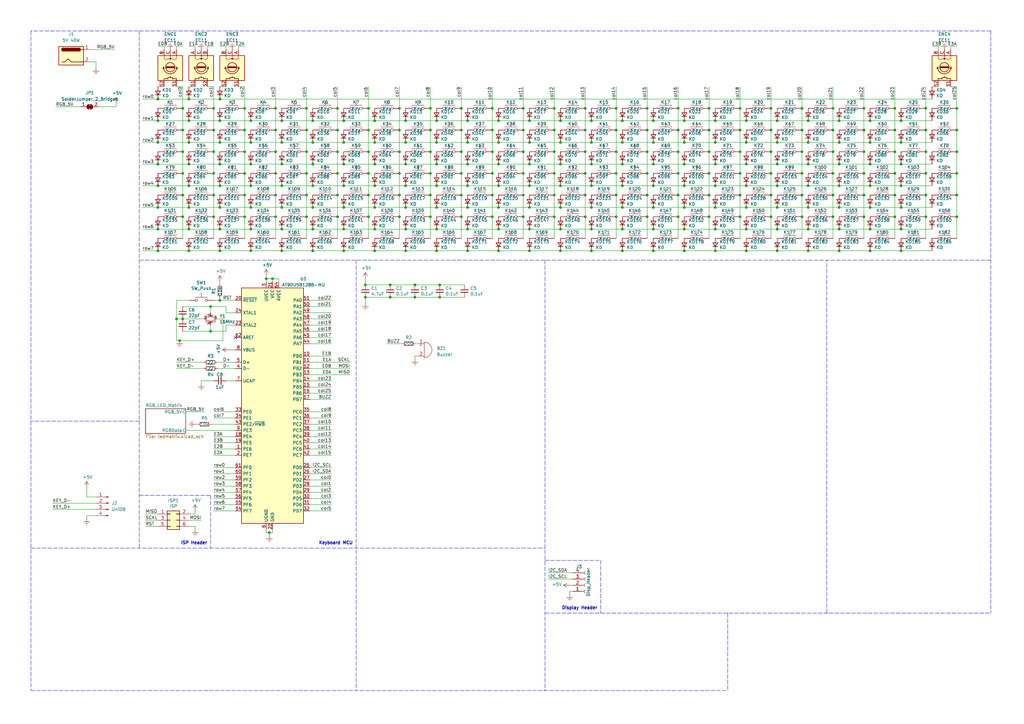
<source format=kicad_sch>
(kicad_sch (version 20211123) (generator eeschema)
  (paper "A3")
  (junction (at 166.37 67.31) (diameter 0.9144))
  (junction (at 110.49 218.44) (diameter 0.9144))
  (junction (at 227.33 88.9) (diameter 0.9144))
  (junction (at 354.33 71.12) (diameter 0.9144))
  (junction (at 113.03 44.45) (diameter 0.9144))
  (junction (at 151.13 88.9) (diameter 0.9144))
  (junction (at 160.02 116.84) (diameter 0.9144))
  (junction (at 217.17 85.09) (diameter 0.9144))
  (junction (at 293.37 76.2) (diameter 0.9144))
  (junction (at 191.77 76.2) (diameter 0.9144))
  (junction (at 113.03 88.9) (diameter 0.9144))
  (junction (at 87.63 44.45) (diameter 0.9144))
  (junction (at 64.77 102.87) (diameter 0.9144))
  (junction (at 341.63 71.12) (diameter 0.9144))
  (junction (at 278.13 44.45) (diameter 0.9144))
  (junction (at 163.83 88.9) (diameter 0.9144))
  (junction (at 115.57 58.42) (diameter 0.9144))
  (junction (at 316.23 44.45) (diameter 0.9144))
  (junction (at 278.13 62.23) (diameter 0.9144))
  (junction (at 240.03 80.01) (diameter 0.9144))
  (junction (at 128.27 76.2) (diameter 0.9144))
  (junction (at 64.77 93.98) (diameter 0.9144))
  (junction (at 306.07 85.09) (diameter 0.9144))
  (junction (at 392.43 88.9) (diameter 0.9144))
  (junction (at 265.43 71.12) (diameter 0.9144))
  (junction (at 125.73 80.01) (diameter 0.9144))
  (junction (at 265.43 88.9) (diameter 0.9144))
  (junction (at 100.33 80.01) (diameter 0.9144))
  (junction (at 64.77 85.09) (diameter 0.9144))
  (junction (at 179.07 76.2) (diameter 0.9144))
  (junction (at 242.57 93.98) (diameter 0.9144))
  (junction (at 392.43 53.34) (diameter 0.9144))
  (junction (at 102.87 49.53) (diameter 0.9144))
  (junction (at 369.57 49.53) (diameter 0.9144))
  (junction (at 341.63 53.34) (diameter 0.9144))
  (junction (at 344.17 58.42) (diameter 0.9144))
  (junction (at 176.53 53.34) (diameter 0.9144))
  (junction (at 369.57 102.87) (diameter 0.9144))
  (junction (at 128.27 58.42) (diameter 0.9144))
  (junction (at 189.23 80.01) (diameter 0.9144))
  (junction (at 153.67 85.09) (diameter 0.9144))
  (junction (at 356.87 58.42) (diameter 0.9144))
  (junction (at 163.83 62.23) (diameter 0.9144))
  (junction (at 86.36 125.73) (diameter 0.9144))
  (junction (at 74.93 53.34) (diameter 0.9144))
  (junction (at 128.27 93.98) (diameter 0.9144))
  (junction (at 217.17 67.31) (diameter 0.9144))
  (junction (at 179.07 58.42) (diameter 0.9144))
  (junction (at 153.67 67.31) (diameter 0.9144))
  (junction (at 242.57 67.31) (diameter 0.9144))
  (junction (at 204.47 49.53) (diameter 0.9144))
  (junction (at 229.87 67.31) (diameter 0.9144))
  (junction (at 356.87 85.09) (diameter 0.9144))
  (junction (at 356.87 76.2) (diameter 0.9144))
  (junction (at 125.73 71.12) (diameter 0.9144))
  (junction (at 153.67 102.87) (diameter 0.9144))
  (junction (at 128.27 49.53) (diameter 0.9144))
  (junction (at 379.73 88.9) (diameter 0.9144))
  (junction (at 328.93 44.45) (diameter 0.9144))
  (junction (at 77.47 93.98) (diameter 0.9144))
  (junction (at 369.57 93.98) (diameter 0.9144))
  (junction (at 267.97 49.53) (diameter 0.9144))
  (junction (at 179.07 67.31) (diameter 0.9144))
  (junction (at 252.73 80.01) (diameter 0.9144))
  (junction (at 240.03 88.9) (diameter 0.9144))
  (junction (at 217.17 49.53) (diameter 0.9144))
  (junction (at 102.87 67.31) (diameter 0.9144))
  (junction (at 367.03 80.01) (diameter 0.9144))
  (junction (at 125.73 88.9) (diameter 0.9144))
  (junction (at 331.47 76.2) (diameter 0.9144))
  (junction (at 125.73 44.45) (diameter 0.9144))
  (junction (at 379.73 62.23) (diameter 0.9144))
  (junction (at 74.93 71.12) (diameter 0.9144))
  (junction (at 265.43 44.45) (diameter 0.9144))
  (junction (at 328.93 71.12) (diameter 0.9144))
  (junction (at 354.33 62.23) (diameter 0.9144))
  (junction (at 160.02 121.92) (diameter 0.9144))
  (junction (at 166.37 85.09) (diameter 0.9144))
  (junction (at 240.03 71.12) (diameter 0.9144))
  (junction (at 90.17 40.64) (diameter 0.9144))
  (junction (at 265.43 62.23) (diameter 0.9144))
  (junction (at 278.13 71.12) (diameter 0.9144))
  (junction (at 87.63 88.9) (diameter 0.9144))
  (junction (at 356.87 93.98) (diameter 0.9144))
  (junction (at 140.97 93.98) (diameter 0.9144))
  (junction (at 328.93 80.01) (diameter 0.9144))
  (junction (at 64.77 58.42) (diameter 0.9144))
  (junction (at 204.47 67.31) (diameter 0.9144))
  (junction (at 280.67 58.42) (diameter 0.9144))
  (junction (at 191.77 102.87) (diameter 0.9144))
  (junction (at 73.66 139.7) (diameter 0.9144))
  (junction (at 229.87 102.87) (diameter 0.9144))
  (junction (at 255.27 85.09) (diameter 0.9144))
  (junction (at 344.17 76.2) (diameter 0.9144))
  (junction (at 214.63 53.34) (diameter 0.9144))
  (junction (at 341.63 80.01) (diameter 0.9144))
  (junction (at 369.57 67.31) (diameter 0.9144))
  (junction (at 392.43 80.01) (diameter 0.9144))
  (junction (at 318.77 85.09) (diameter 0.9144))
  (junction (at 176.53 44.45) (diameter 0.9144))
  (junction (at 109.22 114.3) (diameter 0.9144))
  (junction (at 278.13 80.01) (diameter 0.9144))
  (junction (at 87.63 71.12) (diameter 0.9144))
  (junction (at 180.34 116.84) (diameter 0.9144))
  (junction (at 100.33 62.23) (diameter 0.9144))
  (junction (at 125.73 62.23) (diameter 0.9144))
  (junction (at 64.77 40.64) (diameter 0.9144))
  (junction (at 115.57 49.53) (diameter 0.9144))
  (junction (at 214.63 62.23) (diameter 0.9144))
  (junction (at 303.53 53.34) (diameter 0.9144))
  (junction (at 252.73 44.45) (diameter 0.9144))
  (junction (at 240.03 44.45) (diameter 0.9144))
  (junction (at 201.93 62.23) (diameter 0.9144))
  (junction (at 166.37 76.2) (diameter 0.9144))
  (junction (at 229.87 85.09) (diameter 0.9144))
  (junction (at 328.93 62.23) (diameter 0.9144))
  (junction (at 151.13 44.45) (diameter 0.9144))
  (junction (at 87.63 62.23) (diameter 0.9144))
  (junction (at 163.83 44.45) (diameter 0.9144))
  (junction (at 77.47 102.87) (diameter 0.9144))
  (junction (at 303.53 80.01) (diameter 0.9144))
  (junction (at 316.23 62.23) (diameter 0.9144))
  (junction (at 242.57 85.09) (diameter 0.9144))
  (junction (at 189.23 71.12) (diameter 0.9144))
  (junction (at 229.87 76.2) (diameter 0.9144))
  (junction (at 280.67 49.53) (diameter 0.9144))
  (junction (at 255.27 93.98) (diameter 0.9144))
  (junction (at 100.33 71.12) (diameter 0.9144))
  (junction (at 204.47 93.98) (diameter 0.9144))
  (junction (at 64.77 76.2) (diameter 0.9144))
  (junction (at 176.53 88.9) (diameter 0.9144))
  (junction (at 303.53 44.45) (diameter 0.9144))
  (junction (at 140.97 49.53) (diameter 0.9144))
  (junction (at 128.27 102.87) (diameter 0.9144))
  (junction (at 316.23 53.34) (diameter 0.9144))
  (junction (at 255.27 102.87) (diameter 0.9144))
  (junction (at 293.37 93.98) (diameter 0.9144))
  (junction (at 316.23 80.01) (diameter 0.9144))
  (junction (at 115.57 85.09) (diameter 0.9144))
  (junction (at 74.93 44.45) (diameter 0.9144))
  (junction (at 74.93 80.01) (diameter 0.9144))
  (junction (at 149.86 116.84) (diameter 0.9144))
  (junction (at 278.13 53.34) (diameter 0.9144))
  (junction (at 354.33 80.01) (diameter 0.9144))
  (junction (at 100.33 44.45) (diameter 0.9144))
  (junction (at 265.43 80.01) (diameter 0.9144))
  (junction (at 242.57 76.2) (diameter 0.9144))
  (junction (at 344.17 49.53) (diameter 0.9144))
  (junction (at 90.17 123.19) (diameter 0.9144))
  (junction (at 331.47 58.42) (diameter 0.9144))
  (junction (at 240.03 53.34) (diameter 0.9144))
  (junction (at 293.37 58.42) (diameter 0.9144))
  (junction (at 102.87 85.09) (diameter 0.9144))
  (junction (at 392.43 62.23) (diameter 0.9144))
  (junction (at 306.07 58.42) (diameter 0.9144))
  (junction (at 306.07 93.98) (diameter 0.9144))
  (junction (at 367.03 62.23) (diameter 0.9144))
  (junction (at 280.67 102.87) (diameter 0.9144))
  (junction (at 151.13 53.34) (diameter 0.9144))
  (junction (at 113.03 62.23) (diameter 0.9144))
  (junction (at 227.33 44.45) (diameter 0.9144))
  (junction (at 64.77 49.53) (diameter 0.9144))
  (junction (at 316.23 88.9) (diameter 0.9144))
  (junction (at 316.23 71.12) (diameter 0.9144))
  (junction (at 201.93 44.45) (diameter 0.9144))
  (junction (at 344.17 102.87) (diameter 0.9144))
  (junction (at 115.57 93.98) (diameter 0.9144))
  (junction (at 290.83 71.12) (diameter 0.9144))
  (junction (at 179.07 93.98) (diameter 0.9144))
  (junction (at 267.97 85.09) (diameter 0.9144))
  (junction (at 255.27 67.31) (diameter 0.9144))
  (junction (at 240.03 62.23) (diameter 0.9144))
  (junction (at 191.77 58.42) (diameter 0.9144))
  (junction (at 179.07 102.87) (diameter 0.9144))
  (junction (at 290.83 80.01) (diameter 0.9144))
  (junction (at 306.07 49.53) (diameter 0.9144))
  (junction (at 102.87 93.98) (diameter 0.9144))
  (junction (at 354.33 53.34) (diameter 0.9144))
  (junction (at 367.03 88.9) (diameter 0.9144))
  (junction (at 328.93 53.34) (diameter 0.9144))
  (junction (at 176.53 80.01) (diameter 0.9144))
  (junction (at 252.73 88.9) (diameter 0.9144))
  (junction (at 166.37 49.53) (diameter 0.9144))
  (junction (at 318.77 67.31) (diameter 0.9144))
  (junction (at 356.87 102.87) (diameter 0.9144))
  (junction (at 191.77 85.09) (diameter 0.9144))
  (junction (at 290.83 62.23) (diameter 0.9144))
  (junction (at 331.47 67.31) (diameter 0.9144))
  (junction (at 153.67 76.2) (diameter 0.9144))
  (junction (at 367.03 53.34) (diameter 0.9144))
  (junction (at 176.53 71.12) (diameter 0.9144))
  (junction (at 278.13 88.9) (diameter 0.9144))
  (junction (at 293.37 85.09) (diameter 0.9144))
  (junction (at 100.33 53.34) (diameter 0.9144))
  (junction (at 179.07 49.53) (diameter 0.9144))
  (junction (at 293.37 49.53) (diameter 0.9144))
  (junction (at 293.37 102.87) (diameter 0.9144))
  (junction (at 242.57 58.42) (diameter 0.9144))
  (junction (at 201.93 88.9) (diameter 0.9144))
  (junction (at 344.17 93.98) (diameter 0.9144))
  (junction (at 252.73 53.34) (diameter 0.9144))
  (junction (at 331.47 102.87) (diameter 0.9144))
  (junction (at 115.57 76.2) (diameter 0.9144))
  (junction (at 102.87 76.2) (diameter 0.9144))
  (junction (at 74.93 88.9) (diameter 0.9144))
  (junction (at 115.57 67.31) (diameter 0.9144))
  (junction (at 306.07 67.31) (diameter 0.9144))
  (junction (at 252.73 71.12) (diameter 0.9144))
  (junction (at 290.83 53.34) (diameter 0.9144))
  (junction (at 90.17 93.98) (diameter 0.9144))
  (junction (at 331.47 85.09) (diameter 0.9144))
  (junction (at 77.47 67.31) (diameter 0.9144))
  (junction (at 176.53 62.23) (diameter 0.9144))
  (junction (at 113.03 71.12) (diameter 0.9144))
  (junction (at 138.43 88.9) (diameter 0.9144))
  (junction (at 115.57 102.87) (diameter 0.9144))
  (junction (at 125.73 53.34) (diameter 0.9144))
  (junction (at 267.97 102.87) (diameter 0.9144))
  (junction (at 267.97 76.2) (diameter 0.9144))
  (junction (at 280.67 76.2) (diameter 0.9144))
  (junction (at 111.76 114.3) (diameter 0.9144))
  (junction (at 303.53 62.23) (diameter 0.9144))
  (junction (at 72.39 130.81) (diameter 0.9144))
  (junction (at 369.57 58.42) (diameter 0.9144))
  (junction (at 140.97 85.09) (diameter 0.9144))
  (junction (at 138.43 53.34) (diameter 0.9144))
  (junction (at 331.47 49.53) (diameter 0.9144))
  (junction (at 267.97 93.98) (diameter 0.9144))
  (junction (at 255.27 58.42) (diameter 0.9144))
  (junction (at 379.73 44.45) (diameter 0.9144))
  (junction (at 201.93 71.12) (diameter 0.9144))
  (junction (at 280.67 93.98) (diameter 0.9144))
  (junction (at 217.17 76.2) (diameter 0.9144))
  (junction (at 306.07 102.87) (diameter 0.9144))
  (junction (at 100.33 88.9) (diameter 0.9144))
  (junction (at 214.63 80.01) (diameter 0.9144))
  (junction (at 341.63 88.9) (diameter 0.9144))
  (junction (at 128.27 67.31) (diameter 0.9144))
  (junction (at 166.37 93.98) (diameter 0.9144))
  (junction (at 227.33 53.34) (diameter 0.9144))
  (junction (at 356.87 67.31) (diameter 0.9144))
  (junction (at 255.27 76.2) (diameter 0.9144))
  (junction (at 151.13 71.12) (diameter 0.9144))
  (junction (at 191.77 93.98) (diameter 0.9144))
  (junction (at 87.63 53.34) (diameter 0.9144))
  (junction (at 214.63 88.9) (diameter 0.9144))
  (junction (at 170.18 116.84) (diameter 0.9144))
  (junction (at 138.43 44.45) (diameter 0.9144))
  (junction (at 74.93 130.81) (diameter 0.9144))
  (junction (at 242.57 49.53) (diameter 0.9144))
  (junction (at 201.93 53.34) (diameter 0.9144))
  (junction (at 328.93 88.9) (diameter 0.9144))
  (junction (at 140.97 67.31) (diameter 0.9144))
  (junction (at 189.23 88.9) (diameter 0.9144))
  (junction (at 227.33 80.01) (diameter 0.9144))
  (junction (at 265.43 53.34) (diameter 0.9144))
  (junction (at 189.23 53.34) (diameter 0.9144))
  (junction (at 293.37 67.31) (diameter 0.9144))
  (junction (at 128.27 85.09) (diameter 0.9144))
  (junction (at 180.34 121.92) (diameter 0.9144))
  (junction (at 138.43 62.23) (diameter 0.9144))
  (junction (at 204.47 76.2) (diameter 0.9144))
  (junction (at 102.87 58.42) (diameter 0.9144))
  (junction (at 74.93 62.23) (diameter 0.9144))
  (junction (at 90.17 49.53) (diameter 0.9144))
  (junction (at 138.43 80.01) (diameter 0.9144))
  (junction (at 90.17 76.2) (diameter 0.9144))
  (junction (at 252.73 62.23) (diameter 0.9144))
  (junction (at 303.53 88.9) (diameter 0.9144))
  (junction (at 189.23 62.23) (diameter 0.9144))
  (junction (at 318.77 93.98) (diameter 0.9144))
  (junction (at 356.87 49.53) (diameter 0.9144))
  (junction (at 369.57 85.09) (diameter 0.9144))
  (junction (at 344.17 85.09) (diameter 0.9144))
  (junction (at 140.97 58.42) (diameter 0.9144))
  (junction (at 392.43 44.45) (diameter 0.9144))
  (junction (at 163.83 53.34) (diameter 0.9144))
  (junction (at 153.67 93.98) (diameter 0.9144))
  (junction (at 153.67 49.53) (diameter 0.9144))
  (junction (at 90.17 85.09) (diameter 0.9144))
  (junction (at 151.13 62.23) (diameter 0.9144))
  (junction (at 318.77 49.53) (diameter 0.9144))
  (junction (at 379.73 71.12) (diameter 0.9144))
  (junction (at 290.83 88.9) (diameter 0.9144))
  (junction (at 367.03 44.45) (diameter 0.9144))
  (junction (at 102.87 102.87) (diameter 0.9144))
  (junction (at 166.37 58.42) (diameter 0.9144))
  (junction (at 242.57 102.87) (diameter 0.9144))
  (junction (at 77.47 76.2) (diameter 0.9144))
  (junction (at 217.17 58.42) (diameter 0.9144))
  (junction (at 227.33 71.12) (diameter 0.9144))
  (junction (at 87.63 80.01) (diameter 0.9144))
  (junction (at 331.47 93.98) (diameter 0.9144))
  (junction (at 255.27 49.53) (diameter 0.9144))
  (junction (at 77.47 85.09) (diameter 0.9144))
  (junction (at 214.63 71.12) (diameter 0.9144))
  (junction (at 318.77 102.87) (diameter 0.9144))
  (junction (at 204.47 102.87) (diameter 0.9144))
  (junction (at 379.73 80.01) (diameter 0.9144))
  (junction (at 179.07 85.09) (diameter 0.9144))
  (junction (at 392.43 71.12) (diameter 0.9144))
  (junction (at 77.47 49.53) (diameter 0.9144))
  (junction (at 140.97 102.87) (diameter 0.9144))
  (junction (at 170.18 121.92) (diameter 0.9144))
  (junction (at 341.63 62.23) (diameter 0.9144))
  (junction (at 280.67 85.09) (diameter 0.9144))
  (junction (at 280.67 67.31) (diameter 0.9144))
  (junction (at 191.77 49.53) (diameter 0.9144))
  (junction (at 191.77 67.31) (diameter 0.9144))
  (junction (at 90.17 67.31) (diameter 0.9144))
  (junction (at 204.47 58.42) (diameter 0.9144))
  (junction (at 113.03 53.34) (diameter 0.9144))
  (junction (at 151.13 80.01) (diameter 0.9144))
  (junction (at 201.93 80.01) (diameter 0.9144))
  (junction (at 90.17 102.87) (diameter 0.9144))
  (junction (at 354.33 88.9) (diameter 0.9144))
  (junction (at 153.67 58.42) (diameter 0.9144))
  (junction (at 318.77 76.2) (diameter 0.9144))
  (junction (at 344.17 67.31) (diameter 0.9144))
  (junction (at 379.73 53.34) (diameter 0.9144))
  (junction (at 163.83 80.01) (diameter 0.9144))
  (junction (at 229.87 93.98) (diameter 0.9144))
  (junction (at 86.36 135.89) (diameter 0.9144))
  (junction (at 267.97 67.31) (diameter 0.9144))
  (junction (at 318.77 58.42) (diameter 0.9144))
  (junction (at 227.33 62.23) (diameter 0.9144))
  (junction (at 138.43 71.12) (diameter 0.9144))
  (junction (at 204.47 85.09) (diameter 0.9144))
  (junction (at 290.83 44.45) (diameter 0.9144))
  (junction (at 77.47 40.64) (diameter 0.9144))
  (junction (at 149.86 121.92) (diameter 0.9144))
  (junction (at 341.63 44.45) (diameter 0.9144))
  (junction (at 369.57 76.2) (diameter 0.9144))
  (junction (at 229.87 49.53) (diameter 0.9144))
  (junction (at 189.23 44.45) (diameter 0.9144))
  (junction (at 267.97 58.42) (diameter 0.9144))
  (junction (at 113.03 80.01) (diameter 0.9144))
  (junction (at 214.63 44.45) (diameter 0.9144))
  (junction (at 217.17 102.87) (diameter 0.9144))
  (junction (at 354.33 44.45) (diameter 0.9144))
  (junction (at 64.77 67.31) (diameter 0.9144))
  (junction (at 140.97 76.2) (diameter 0.9144))
  (junction (at 163.83 71.12) (diameter 0.9144))
  (junction (at 306.07 76.2) (diameter 0.9144))
  (junction (at 229.87 58.42) (diameter 0.9144))
  (junction (at 77.47 58.42) (diameter 0.9144))
  (junction (at 367.03 71.12) (diameter 0.9144))
  (junction (at 217.17 93.98) (diameter 0.9144))
  (junction (at 303.53 71.12) (diameter 0.9144))
  (junction (at 90.17 58.42) (diameter 0.9144))
  (junction (at 166.37 102.87) (diameter 0.9144))
  (no_connect (at 96.52 138.43))
  (no_connect (at 251.46 316.23))
  (wire (pts (xy 153.67 67.31) (xy 166.37 67.31)))
  (wire (pts (xy 316.23 80.01) (xy 316.23 71.12)))
  (wire (pts (xy 113.03 88.9) (xy 113.03 80.01)))
  (wire (pts (xy 367.03 44.45) (xy 367.03 53.34)))
  (wire (pts (xy 265.43 62.23) (xy 265.43 71.12)))
  (polyline (pts (xy 57.15 12.7) (xy 57.15 224.79)) (stroke (width 0) (type dash)))
  (wire (pts (xy 151.13 88.9) (xy 151.13 80.01)))
  (wire (pts (xy 88.9 151.13) (xy 96.52 151.13)))
  (wire (pts (xy 151.13 53.34) (xy 151.13 44.45)))
  (wire (pts (xy 81.28 173.99) (xy 80.01 173.99)))
  (wire (pts (xy 111.76 114.3) (xy 114.3 114.3)))
  (wire (pts (xy 74.93 35.56) (xy 74.93 44.45)))
  (wire (pts (xy 87.63 168.91) (xy 96.52 168.91)))
  (wire (pts (xy 92.71 133.35) (xy 92.71 135.89)))
  (wire (pts (xy 102.87 76.2) (xy 90.17 76.2)))
  (wire (pts (xy 151.13 71.12) (xy 151.13 62.23)))
  (wire (pts (xy 72.39 151.13) (xy 83.82 151.13)))
  (wire (pts (xy 293.37 93.98) (xy 280.67 93.98)))
  (wire (pts (xy 109.22 113.03) (xy 109.22 114.3)))
  (wire (pts (xy 74.93 62.23) (xy 74.93 71.12)))
  (wire (pts (xy 191.77 93.98) (xy 179.07 93.98)))
  (wire (pts (xy 90.17 121.92) (xy 90.17 123.19)))
  (wire (pts (xy 90.17 93.98) (xy 77.47 93.98)))
  (wire (pts (xy 102.87 85.09) (xy 115.57 85.09)))
  (wire (pts (xy 278.13 53.34) (xy 278.13 44.45)))
  (wire (pts (xy 229.87 67.31) (xy 242.57 67.31)))
  (wire (pts (xy 354.33 62.23) (xy 354.33 53.34)))
  (wire (pts (xy 224.79 234.95) (xy 234.95 234.95)))
  (wire (pts (xy 74.93 80.01) (xy 74.93 88.9)))
  (wire (pts (xy 191.77 58.42) (xy 179.07 58.42)))
  (wire (pts (xy 242.57 85.09) (xy 255.27 85.09)))
  (wire (pts (xy 214.63 80.01) (xy 214.63 88.9)))
  (wire (pts (xy 303.53 97.79) (xy 303.53 88.9)))
  (wire (pts (xy 138.43 88.9) (xy 138.43 97.79)))
  (wire (pts (xy 242.57 58.42) (xy 229.87 58.42)))
  (wire (pts (xy 87.63 201.93) (xy 96.52 201.93)))
  (polyline (pts (xy 223.52 106.68) (xy 223.52 283.21)) (stroke (width 0) (type dash)))
  (wire (pts (xy 341.63 80.01) (xy 341.63 88.9)))
  (wire (pts (xy 77.47 58.42) (xy 64.77 58.42)))
  (wire (pts (xy 166.37 76.2) (xy 153.67 76.2)))
  (wire (pts (xy 214.63 62.23) (xy 214.63 71.12)))
  (wire (pts (xy 367.03 53.34) (xy 367.03 62.23)))
  (wire (pts (xy 151.13 44.45) (xy 151.13 35.56)))
  (wire (pts (xy 77.47 213.36) (xy 82.55 213.36)))
  (wire (pts (xy 290.83 88.9) (xy 290.83 97.79)))
  (wire (pts (xy 170.18 116.84) (xy 180.34 116.84)))
  (wire (pts (xy 179.07 85.09) (xy 191.77 85.09)))
  (wire (pts (xy 90.17 35.56) (xy 92.71 35.56)))
  (wire (pts (xy 87.63 207.01) (xy 96.52 207.01)))
  (wire (pts (xy 242.57 67.31) (xy 255.27 67.31)))
  (wire (pts (xy 97.79 19.05) (xy 100.33 19.05)))
  (wire (pts (xy 233.68 242.57) (xy 233.68 243.84)))
  (wire (pts (xy 293.37 49.53) (xy 306.07 49.53)))
  (wire (pts (xy 74.93 71.12) (xy 74.93 80.01)))
  (wire (pts (xy 67.31 35.56) (xy 64.77 35.56)))
  (wire (pts (xy 201.93 80.01) (xy 201.93 71.12)))
  (wire (pts (xy 354.33 88.9) (xy 354.33 80.01)))
  (wire (pts (xy 138.43 53.34) (xy 138.43 62.23)))
  (wire (pts (xy 341.63 53.34) (xy 341.63 62.23)))
  (wire (pts (xy 252.73 62.23) (xy 252.73 53.34)))
  (wire (pts (xy 74.93 125.73) (xy 86.36 125.73)))
  (polyline (pts (xy 146.05 106.68) (xy 146.05 283.21)) (stroke (width 0) (type dash)))
  (wire (pts (xy 140.97 58.42) (xy 128.27 58.42)))
  (wire (pts (xy 303.53 62.23) (xy 303.53 53.34)))
  (wire (pts (xy 140.97 67.31) (xy 153.67 67.31)))
  (wire (pts (xy 87.63 80.01) (xy 87.63 71.12)))
  (polyline (pts (xy 246.38 229.87) (xy 246.38 251.46)) (stroke (width 0) (type dash)))
  (wire (pts (xy 265.43 88.9) (xy 265.43 97.79)))
  (wire (pts (xy 90.17 123.19) (xy 96.52 123.19)))
  (wire (pts (xy 91.44 139.7) (xy 73.66 139.7)))
  (wire (pts (xy 85.09 19.05) (xy 87.63 19.05)))
  (wire (pts (xy 90.17 49.53) (xy 102.87 49.53)))
  (wire (pts (xy 240.03 53.34) (xy 240.03 62.23)))
  (wire (pts (xy 354.33 80.01) (xy 354.33 71.12)))
  (wire (pts (xy 77.47 49.53) (xy 90.17 49.53)))
  (wire (pts (xy 125.73 80.01) (xy 125.73 88.9)))
  (wire (pts (xy 204.47 93.98) (xy 191.77 93.98)))
  (wire (pts (xy 113.03 62.23) (xy 113.03 53.34)))
  (wire (pts (xy 90.17 67.31) (xy 102.87 67.31)))
  (wire (pts (xy 354.33 97.79) (xy 354.33 88.9)))
  (wire (pts (xy 265.43 80.01) (xy 265.43 88.9)))
  (wire (pts (xy 328.93 35.56) (xy 328.93 44.45)))
  (wire (pts (xy 367.03 62.23) (xy 367.03 71.12)))
  (wire (pts (xy 127 130.81) (xy 135.89 130.81)))
  (wire (pts (xy 96.52 209.55) (xy 87.63 209.55)))
  (wire (pts (xy 87.63 44.45) (xy 87.63 35.56)))
  (wire (pts (xy 102.87 102.87) (xy 115.57 102.87)))
  (wire (pts (xy 379.73 53.34) (xy 379.73 44.45)))
  (wire (pts (xy 389.89 19.05) (xy 392.43 19.05)))
  (wire (pts (xy 318.77 93.98) (xy 331.47 93.98)))
  (wire (pts (xy 87.63 71.12) (xy 87.63 62.23)))
  (wire (pts (xy 356.87 85.09) (xy 369.57 85.09)))
  (wire (pts (xy 153.67 49.53) (xy 166.37 49.53)))
  (wire (pts (xy 166.37 93.98) (xy 153.67 93.98)))
  (wire (pts (xy 21.59 206.3751) (xy 39.37 206.3751)))
  (wire (pts (xy 280.67 85.09) (xy 293.37 85.09)))
  (wire (pts (xy 344.17 67.31) (xy 356.87 67.31)))
  (wire (pts (xy 189.23 71.12) (xy 189.23 80.01)))
  (wire (pts (xy 179.07 76.2) (xy 166.37 76.2)))
  (wire (pts (xy 267.97 85.09) (xy 280.67 85.09)))
  (wire (pts (xy 240.03 35.56) (xy 240.03 44.45)))
  (wire (pts (xy 166.37 67.31) (xy 179.07 67.31)))
  (wire (pts (xy 240.03 88.9) (xy 240.03 97.79)))
  (wire (pts (xy 369.57 76.2) (xy 356.87 76.2)))
  (wire (pts (xy 227.33 97.79) (xy 227.33 88.9)))
  (wire (pts (xy 127 153.67) (xy 143.51 153.67)))
  (wire (pts (xy 115.57 67.31) (xy 128.27 67.31)))
  (wire (pts (xy 135.89 173.99) (xy 127 173.99)))
  (wire (pts (xy 179.07 58.42) (xy 166.37 58.42)))
  (wire (pts (xy 151.13 62.23) (xy 151.13 53.34)))
  (wire (pts (xy 87.63 62.23) (xy 87.63 53.34)))
  (wire (pts (xy 135.89 135.89) (xy 127 135.89)))
  (wire (pts (xy 290.83 53.34) (xy 290.83 62.23)))
  (wire (pts (xy 127 146.05) (xy 135.89 146.05)))
  (wire (pts (xy 392.43 53.34) (xy 392.43 62.23)))
  (wire (pts (xy 92.71 156.21) (xy 96.52 156.21)))
  (wire (pts (xy 331.47 102.87) (xy 344.17 102.87)))
  (wire (pts (xy 280.67 93.98) (xy 267.97 93.98)))
  (wire (pts (xy 328.93 80.01) (xy 328.93 88.9)))
  (wire (pts (xy 140.97 49.53) (xy 153.67 49.53)))
  (wire (pts (xy 217.17 76.2) (xy 204.47 76.2)))
  (wire (pts (xy 382.27 93.98) (xy 369.57 93.98)))
  (wire (pts (xy 127 199.39) (xy 135.89 199.39)))
  (wire (pts (xy 267.97 102.87) (xy 280.67 102.87)))
  (wire (pts (xy 341.63 35.56) (xy 341.63 44.45)))
  (wire (pts (xy 77.47 76.2) (xy 64.77 76.2)))
  (wire (pts (xy 214.63 35.56) (xy 214.63 44.45)))
  (wire (pts (xy 344.17 49.53) (xy 356.87 49.53)))
  (wire (pts (xy 102.87 49.53) (xy 115.57 49.53)))
  (wire (pts (xy 344.17 58.42) (xy 331.47 58.42)))
  (polyline (pts (xy 86.36 203.2) (xy 86.36 224.79)) (stroke (width 0) (type dash)))
  (wire (pts (xy 318.77 58.42) (xy 306.07 58.42)))
  (wire (pts (xy 114.3 114.3) (xy 114.3 115.57)))
  (wire (pts (xy 35.56 200.0251) (xy 35.56 203.8351)))
  (wire (pts (xy 125.73 62.23) (xy 125.73 71.12)))
  (wire (pts (xy 74.93 44.45) (xy 74.93 53.34)))
  (wire (pts (xy 214.63 44.45) (xy 214.63 53.34)))
  (wire (pts (xy 252.73 80.01) (xy 252.73 71.12)))
  (wire (pts (xy 76.2 176.53) (xy 96.52 176.53)))
  (wire (pts (xy 189.23 35.56) (xy 189.23 44.45)))
  (wire (pts (xy 127 194.31) (xy 135.89 194.31)))
  (wire (pts (xy 280.67 49.53) (xy 293.37 49.53)))
  (wire (pts (xy 58.42 58.42) (xy 64.77 58.42)))
  (wire (pts (xy 379.73 44.45) (xy 379.73 35.56)))
  (wire (pts (xy 74.93 130.81) (xy 72.39 130.81)))
  (wire (pts (xy 369.57 102.87) (xy 382.27 102.87)))
  (wire (pts (xy 153.67 102.87) (xy 166.37 102.87)))
  (wire (pts (xy 90.17 85.09) (xy 102.87 85.09)))
  (wire (pts (xy 354.33 44.45) (xy 354.33 35.56)))
  (wire (pts (xy 109.22 218.44) (xy 110.49 218.44)))
  (wire (pts (xy 328.93 53.34) (xy 328.93 62.23)))
  (wire (pts (xy 72.39 35.56) (xy 74.93 35.56)))
  (wire (pts (xy 149.86 116.84) (xy 160.02 116.84)))
  (wire (pts (xy 278.13 97.79) (xy 278.13 88.9)))
  (wire (pts (xy 109.22 114.3) (xy 109.22 115.57)))
  (wire (pts (xy 191.77 102.87) (xy 204.47 102.87)))
  (wire (pts (xy 87.63 199.39) (xy 96.52 199.39)))
  (wire (pts (xy 58.42 76.2) (xy 64.77 76.2)))
  (wire (pts (xy 229.87 58.42) (xy 217.17 58.42)))
  (polyline (pts (xy 223.52 229.87) (xy 246.38 229.87)) (stroke (width 0) (type dash)))
  (wire (pts (xy 166.37 49.53) (xy 179.07 49.53)))
  (wire (pts (xy 255.27 93.98) (xy 242.57 93.98)))
  (wire (pts (xy 127 156.21) (xy 135.89 156.21)))
  (wire (pts (xy 64.77 85.09) (xy 77.47 85.09)))
  (wire (pts (xy 36.83 25.4) (xy 39.37 25.4)))
  (wire (pts (xy 201.93 44.45) (xy 201.93 35.56)))
  (wire (pts (xy 135.89 123.19) (xy 127 123.19)))
  (wire (pts (xy 135.89 186.69) (xy 127 186.69)))
  (wire (pts (xy 64.77 215.9) (xy 59.69 215.9)))
  (wire (pts (xy 87.63 191.77) (xy 96.52 191.77)))
  (wire (pts (xy 140.97 93.98) (xy 128.27 93.98)))
  (wire (pts (xy 67.31 19.05) (xy 67.31 20.32)))
  (wire (pts (xy 389.89 35.56) (xy 392.43 35.56)))
  (wire (pts (xy 77.47 85.09) (xy 90.17 85.09)))
  (wire (pts (xy 87.63 123.19) (xy 90.17 123.19)))
  (wire (pts (xy 87.63 179.07) (xy 96.52 179.07)))
  (wire (pts (xy 90.17 19.05) (xy 92.71 19.05)))
  (wire (pts (xy 316.23 53.34) (xy 316.23 44.45)))
  (wire (pts (xy 392.43 80.01) (xy 392.43 88.9)))
  (wire (pts (xy 240.03 71.12) (xy 240.03 80.01)))
  (wire (pts (xy 242.57 76.2) (xy 229.87 76.2)))
  (wire (pts (xy 128.27 102.87) (xy 140.97 102.87)))
  (wire (pts (xy 265.43 35.56) (xy 265.43 44.45)))
  (wire (pts (xy 72.39 130.81) (xy 72.39 123.19)))
  (wire (pts (xy 180.34 116.84) (xy 190.5 116.84)))
  (wire (pts (xy 127 171.45) (xy 135.89 171.45)))
  (wire (pts (xy 87.63 97.79) (xy 87.63 88.9)))
  (wire (pts (xy 191.77 49.53) (xy 204.47 49.53)))
  (wire (pts (xy 204.47 76.2) (xy 191.77 76.2)))
  (wire (pts (xy 176.53 62.23) (xy 176.53 53.34)))
  (wire (pts (xy 21.59 208.9151) (xy 39.37 208.9151)))
  (wire (pts (xy 344.17 102.87) (xy 356.87 102.87)))
  (wire (pts (xy 227.33 62.23) (xy 227.33 53.34)))
  (wire (pts (xy 138.43 35.56) (xy 138.43 44.45)))
  (wire (pts (xy 80.01 210.82) (xy 80.01 209.55)))
  (wire (pts (xy 290.83 71.12) (xy 290.83 80.01)))
  (wire (pts (xy 303.53 71.12) (xy 303.53 62.23)))
  (wire (pts (xy 214.63 53.34) (xy 214.63 62.23)))
  (wire (pts (xy 153.67 76.2) (xy 140.97 76.2)))
  (wire (pts (xy 127 151.13) (xy 143.51 151.13)))
  (wire (pts (xy 135.89 158.75) (xy 127 158.75)))
  (wire (pts (xy 356.87 58.42) (xy 344.17 58.42)))
  (wire (pts (xy 189.23 62.23) (xy 189.23 71.12)))
  (wire (pts (xy 140.97 85.09) (xy 153.67 85.09)))
  (wire (pts (xy 125.73 35.56) (xy 125.73 44.45)))
  (wire (pts (xy 135.89 163.83) (xy 127 163.83)))
  (wire (pts (xy 331.47 85.09) (xy 344.17 85.09)))
  (wire (pts (xy 86.36 125.73) (xy 86.36 128.27)))
  (wire (pts (xy 354.33 71.12) (xy 354.33 62.23)))
  (wire (pts (xy 115.57 49.53) (xy 128.27 49.53)))
  (wire (pts (xy 100.33 53.34) (xy 100.33 62.23)))
  (wire (pts (xy 149.86 121.92) (xy 160.02 121.92)))
  (wire (pts (xy 86.36 125.73) (xy 92.71 125.73)))
  (wire (pts (xy 115.57 93.98) (xy 102.87 93.98)))
  (wire (pts (xy 92.71 135.89) (xy 86.36 135.89)))
  (wire (pts (xy 90.17 115.57) (xy 90.17 116.84)))
  (wire (pts (xy 278.13 88.9) (xy 278.13 80.01)))
  (wire (pts (xy 86.36 173.99) (xy 96.52 173.99)))
  (wire (pts (xy 100.33 80.01) (xy 100.33 88.9)))
  (wire (pts (xy 22.86 43.815) (xy 33.02 43.815)))
  (wire (pts (xy 389.89 20.32) (xy 389.89 19.05)))
  (polyline (pts (xy 12.7 224.79) (xy 223.52 224.79)) (stroke (width 0) (type dash)))
  (wire (pts (xy 160.02 116.84) (xy 170.18 116.84)))
  (wire (pts (xy 158.75 140.97) (xy 165.1 140.97)))
  (wire (pts (xy 240.03 44.45) (xy 240.03 53.34)))
  (wire (pts (xy 163.83 88.9) (xy 163.83 97.79)))
  (wire (pts (xy 255.27 102.87) (xy 267.97 102.87)))
  (wire (pts (xy 88.9 148.59) (xy 96.52 148.59)))
  (wire (pts (xy 369.57 67.31) (xy 382.27 67.31)))
  (wire (pts (xy 227.33 71.12) (xy 227.33 62.23)))
  (wire (pts (xy 217.17 102.87) (xy 229.87 102.87)))
  (wire (pts (xy 252.73 44.45) (xy 252.73 35.56)))
  (wire (pts (xy 82.55 156.21) (xy 87.63 156.21)))
  (wire (pts (xy 392.43 62.23) (xy 392.43 71.12)))
  (wire (pts (xy 64.77 49.53) (xy 77.47 49.53)))
  (wire (pts (xy 138.43 44.45) (xy 138.43 53.34)))
  (wire (pts (xy 163.83 44.45) (xy 163.83 53.34)))
  (wire (pts (xy 100.33 44.45) (xy 100.33 53.34)))
  (wire (pts (xy 87.63 88.9) (xy 87.63 80.01)))
  (wire (pts (xy 176.53 80.01) (xy 176.53 71.12)))
  (wire (pts (xy 265.43 44.45) (xy 265.43 53.34)))
  (wire (pts (xy 214.63 71.12) (xy 214.63 80.01)))
  (wire (pts (xy 290.83 80.01) (xy 290.83 88.9)))
  (wire (pts (xy 217.17 58.42) (xy 204.47 58.42)))
  (wire (pts (xy 80.01 19.05) (xy 80.01 20.32)))
  (wire (pts (xy 115.57 58.42) (xy 102.87 58.42)))
  (wire (pts (xy 64.77 49.53) (xy 58.42 49.53)))
  (wire (pts (xy 86.36 135.89) (xy 74.93 135.89)))
  (wire (pts (xy 344.17 85.09) (xy 356.87 85.09)))
  (wire (pts (xy 379.73 62.23) (xy 379.73 53.34)))
  (wire (pts (xy 252.73 97.79) (xy 252.73 88.9)))
  (wire (pts (xy 341.63 88.9) (xy 341.63 97.79)))
  (wire (pts (xy 217.17 85.09) (xy 229.87 85.09)))
  (wire (pts (xy 341.63 44.45) (xy 341.63 53.34)))
  (wire (pts (xy 242.57 93.98) (xy 229.87 93.98)))
  (wire (pts (xy 58.42 102.87) (xy 64.77 102.87)))
  (wire (pts (xy 278.13 80.01) (xy 278.13 71.12)))
  (wire (pts (xy 204.47 49.53) (xy 217.17 49.53)))
  (wire (pts (xy 125.73 44.45) (xy 125.73 53.34)))
  (wire (pts (xy 125.73 71.12) (xy 125.73 80.01)))
  (wire (pts (xy 255.27 85.09) (xy 267.97 85.09)))
  (wire (pts (xy 113.03 97.79) (xy 113.03 88.9)))
  (wire (pts (xy 303.53 53.34) (xy 303.53 44.45)))
  (wire (pts (xy 252.73 53.34) (xy 252.73 44.45)))
  (wire (pts (xy 166.37 102.87) (xy 179.07 102.87)))
  (wire (pts (xy 204.47 85.09) (xy 217.17 85.09)))
  (wire (pts (xy 109.22 217.17) (xy 109.22 218.44)))
  (wire (pts (xy 90.17 102.87) (xy 102.87 102.87)))
  (wire (pts (xy 392.43 71.12) (xy 392.43 80.01)))
  (wire (pts (xy 127 148.59) (xy 143.51 148.59)))
  (wire (pts (xy 267.97 93.98) (xy 255.27 93.98)))
  (wire (pts (xy 176.53 53.34) (xy 176.53 44.45)))
  (wire (pts (xy 97.79 35.56) (xy 100.33 35.56)))
  (wire (pts (xy 229.87 102.87) (xy 242.57 102.87)))
  (wire (pts (xy 290.83 35.56) (xy 290.83 44.45)))
  (wire (pts (xy 331.47 67.31) (xy 344.17 67.31)))
  (wire (pts (xy 73.66 139.7) (xy 72.39 139.7)))
  (wire (pts (xy 189.23 88.9) (xy 189.23 97.79)))
  (polyline (pts (xy 57.15 172.72) (xy 12.7 172.72)) (stroke (width 0) (type dash)))
  (wire (pts (xy 265.43 71.12) (xy 265.43 80.01)))
  (wire (pts (xy 369.57 58.42) (xy 356.87 58.42)))
  (wire (pts (xy 35.56 211.4551) (xy 39.37 211.4551)))
  (wire (pts (xy 316.23 88.9) (xy 316.23 80.01)))
  (wire (pts (xy 138.43 80.01) (xy 138.43 88.9)))
  (wire (pts (xy 102.87 93.98) (xy 90.17 93.98)))
  (wire (pts (xy 113.03 53.34) (xy 113.03 44.45)))
  (wire (pts (xy 135.89 128.27) (xy 127 128.27)))
  (wire (pts (xy 128.27 67.31) (xy 140.97 67.31)))
  (wire (pts (xy 127 168.91) (xy 135.89 168.91)))
  (wire (pts (xy 96.52 181.61) (xy 87.63 181.61)))
  (wire (pts (xy 87.63 53.34) (xy 87.63 44.45)))
  (wire (pts (xy 204.47 58.42) (xy 191.77 58.42)))
  (wire (pts (xy 72.39 139.7) (xy 72.39 130.81)))
  (polyline (pts (xy 406.4 106.68) (xy 57.15 106.68)) (stroke (width 0) (type dash)))
  (wire (pts (xy 163.83 53.34) (xy 163.83 62.23)))
  (wire (pts (xy 127 125.73) (xy 135.89 125.73)))
  (wire (pts (xy 90.17 58.42) (xy 77.47 58.42)))
  (wire (pts (xy 87.63 171.45) (xy 96.52 171.45)))
  (wire (pts (xy 267.97 67.31) (xy 280.67 67.31)))
  (wire (pts (xy 77.47 93.98) (xy 64.77 93.98)))
  (wire (pts (xy 140.97 102.87) (xy 153.67 102.87)))
  (wire (pts (xy 242.57 49.53) (xy 255.27 49.53)))
  (wire (pts (xy 170.18 140.97) (xy 171.45 140.97)))
  (wire (pts (xy 280.67 67.31) (xy 293.37 67.31)))
  (wire (pts (xy 111.76 115.57) (xy 111.76 114.3)))
  (wire (pts (xy 138.43 71.12) (xy 138.43 80.01)))
  (wire (pts (xy 176.53 71.12) (xy 176.53 62.23)))
  (wire (pts (xy 306.07 58.42) (xy 293.37 58.42)))
  (wire (pts (xy 85.09 35.56) (xy 87.63 35.56)))
  (wire (pts (xy 240.03 80.01) (xy 240.03 88.9)))
  (wire (pts (xy 100.33 88.9) (xy 100.33 97.79)))
  (wire (pts (xy 149.86 124.46) (xy 149.86 121.92)))
  (wire (pts (xy 72.39 19.05) (xy 74.93 19.05)))
  (wire (pts (xy 341.63 71.12) (xy 341.63 80.01)))
  (polyline (pts (xy 57.15 203.2) (xy 86.36 203.2)) (stroke (width 0) (type dash)))
  (wire (pts (xy 82.55 157.48) (xy 82.55 156.21)))
  (wire (pts (xy 77.47 215.9) (xy 80.01 215.9)))
  (wire (pts (xy 369.57 49.53) (xy 382.27 49.53)))
  (wire (pts (xy 255.27 67.31) (xy 267.97 67.31)))
  (wire (pts (xy 127 191.77) (xy 135.89 191.77)))
  (wire (pts (xy 344.17 76.2) (xy 331.47 76.2)))
  (wire (pts (xy 229.87 93.98) (xy 217.17 93.98)))
  (wire (pts (xy 356.87 67.31) (xy 369.57 67.31)))
  (wire (pts (xy 100.33 35.56) (xy 100.33 44.45)))
  (wire (pts (xy 97.79 20.32) (xy 97.79 19.05)))
  (wire (pts (xy 77.47 210.82) (xy 80.01 210.82)))
  (wire (pts (xy 138.43 62.23) (xy 138.43 71.12)))
  (wire (pts (xy 102.87 58.42) (xy 90.17 58.42)))
  (wire (pts (xy 111.76 218.44) (xy 111.76 217.17)))
  (wire (pts (xy 96.52 204.47) (xy 87.63 204.47)))
  (wire (pts (xy 382.27 35.56) (xy 384.81 35.56)))
  (wire (pts (xy 163.83 71.12) (xy 163.83 80.01)))
  (wire (pts (xy 90.17 40.64) (xy 77.47 40.64)))
  (wire (pts (xy 86.36 133.35) (xy 86.36 135.89)))
  (wire (pts (xy 318.77 76.2) (xy 306.07 76.2)))
  (wire (pts (xy 115.57 102.87) (xy 128.27 102.87)))
  (wire (pts (xy 316.23 97.79) (xy 316.23 88.9)))
  (wire (pts (xy 191.77 76.2) (xy 179.07 76.2)))
  (wire (pts (xy 170.18 121.92) (xy 180.34 121.92)))
  (wire (pts (xy 76.2 168.91) (xy 83.82 168.91)))
  (wire (pts (xy 113.03 44.45) (xy 113.03 35.56)))
  (wire (pts (xy 303.53 88.9) (xy 303.53 80.01)))
  (wire (pts (xy 100.33 62.23) (xy 100.33 71.12)))
  (wire (pts (xy 170.18 146.05) (xy 170.18 147.32)))
  (wire (pts (xy 171.45 146.05) (xy 170.18 146.05)))
  (wire (pts (xy 255.27 76.2) (xy 242.57 76.2)))
  (wire (pts (xy 306.07 49.53) (xy 318.77 49.53)))
  (wire (pts (xy 58.42 93.98) (xy 64.77 93.98)))
  (wire (pts (xy 64.77 67.31) (xy 58.42 67.31)))
  (wire (pts (xy 356.87 49.53) (xy 369.57 49.53)))
  (wire (pts (xy 267.97 76.2) (xy 255.27 76.2)))
  (wire (pts (xy 153.67 58.42) (xy 140.97 58.42)))
  (wire (pts (xy 96.52 133.35) (xy 92.71 133.35)))
  (wire (pts (xy 255.27 49.53) (xy 267.97 49.53)))
  (wire (pts (xy 316.23 62.23) (xy 316.23 53.34)))
  (wire (pts (xy 382.27 76.2) (xy 369.57 76.2)))
  (wire (pts (xy 58.42 40.64) (xy 64.77 40.64)))
  (wire (pts (xy 59.69 213.36) (xy 64.77 213.36)))
  (wire (pts (xy 90.17 76.2) (xy 77.47 76.2)))
  (wire (pts (xy 280.67 76.2) (xy 267.97 76.2)))
  (wire (pts (xy 306.07 102.87) (xy 318.77 102.87)))
  (wire (pts (xy 135.89 181.61) (xy 127 181.61)))
  (wire (pts (xy 382.27 58.42) (xy 369.57 58.42)))
  (wire (pts (xy 74.93 130.81) (xy 83.82 130.81)))
  (wire (pts (xy 191.77 67.31) (xy 204.47 67.31)))
  (wire (pts (xy 293.37 67.31) (xy 306.07 67.31)))
  (wire (pts (xy 234.95 237.49) (xy 224.79 237.49)))
  (wire (pts (xy 92.71 19.05) (xy 92.71 20.32)))
  (wire (pts (xy 72.39 123.19) (xy 77.47 123.19)))
  (wire (pts (xy 113.03 71.12) (xy 113.03 62.23)))
  (wire (pts (xy 293.37 85.09) (xy 306.07 85.09)))
  (wire (pts (xy 201.93 53.34) (xy 201.93 44.45)))
  (wire (pts (xy 303.53 80.01) (xy 303.53 71.12)))
  (wire (pts (xy 128.27 85.09) (xy 140.97 85.09)))
  (wire (pts (xy 267.97 49.53) (xy 280.67 49.53)))
  (wire (pts (xy 328.93 71.12) (xy 328.93 80.01)))
  (wire (pts (xy 100.33 71.12) (xy 100.33 80.01)))
  (polyline (pts (xy 406.4 12.7) (xy 12.7 12.7)) (stroke (width 0) (type dash)))
  (wire (pts (xy 369.57 85.09) (xy 382.27 85.09)))
  (wire (pts (xy 128.27 58.42) (xy 115.57 58.42)))
  (wire (pts (xy 280.67 102.87) (xy 293.37 102.87)))
  (wire (pts (xy 127 209.55) (xy 135.89 209.55)))
  (polyline (pts (xy 339.09 251.46) (xy 339.09 106.68)) (stroke (width 0) (type dash)))
  (wire (pts (xy 306.07 85.09) (xy 318.77 85.09)))
  (wire (pts (xy 87.63 184.15) (xy 96.52 184.15)))
  (wire (pts (xy 290.83 44.45) (xy 290.83 53.34)))
  (wire (pts (xy 176.53 88.9) (xy 176.53 80.01)))
  (wire (pts (xy 392.43 44.45) (xy 392.43 35.56)))
  (wire (pts (xy 127 176.53) (xy 135.89 176.53)))
  (wire (pts (xy 201.93 62.23) (xy 201.93 53.34)))
  (wire (pts (xy 153.67 85.09) (xy 166.37 85.09)))
  (polyline (pts (xy 12.7 283.21) (xy 298.45 283.21)) (stroke (width 0) (type dash)))
  (wire (pts (xy 149.86 114.3) (xy 149.86 116.84)))
  (wire (pts (xy 318.77 102.87) (xy 331.47 102.87)))
  (wire (pts (xy 64.77 102.87) (xy 77.47 102.87)))
  (wire (pts (xy 85.09 20.32) (xy 85.09 19.05)))
  (wire (pts (xy 341.63 62.23) (xy 341.63 71.12)))
  (wire (pts (xy 87.63 194.31) (xy 96.52 194.31)))
  (wire (pts (xy 74.93 53.34) (xy 74.93 62.23)))
  (wire (pts (xy 290.83 62.23) (xy 290.83 71.12)))
  (wire (pts (xy 128.27 76.2) (xy 115.57 76.2)))
  (wire (pts (xy 234.95 242.57) (xy 233.68 242.57)))
  (wire (pts (xy 163.83 35.56) (xy 163.83 44.45)))
  (wire (pts (xy 379.73 80.01) (xy 379.73 71.12)))
  (wire (pts (xy 217.17 49.53) (xy 229.87 49.53)))
  (wire (pts (xy 127 179.07) (xy 135.89 179.07)))
  (wire (pts (xy 331.47 49.53) (xy 344.17 49.53)))
  (wire (pts (xy 153.67 93.98) (xy 140.97 93.98)))
  (wire (pts (xy 379.73 71.12) (xy 379.73 62.23)))
  (wire (pts (xy 74.93 88.9) (xy 74.93 97.79)))
  (wire (pts (xy 354.33 53.34) (xy 354.33 44.45)))
  (wire (pts (xy 369.57 93.98) (xy 356.87 93.98)))
  (wire (pts (xy 113.03 80.01) (xy 113.03 71.12)))
  (wire (pts (xy 356.87 102.87) (xy 369.57 102.87)))
  (wire (pts (xy 125.73 53.34) (xy 125.73 62.23)))
  (wire (pts (xy 234.95 240.03) (xy 233.68 240.03)))
  (wire (pts (xy 180.34 121.92) (xy 190.5 121.92)))
  (wire (pts (xy 306.07 93.98) (xy 293.37 93.98)))
  (wire (pts (xy 318.77 67.31) (xy 331.47 67.31)))
  (wire (pts (xy 127 161.29) (xy 135.89 161.29)))
  (wire (pts (xy 77.47 35.56) (xy 80.01 35.56)))
  (polyline (pts (xy 406.4 12.7) (xy 406.4 251.46)) (stroke (width 0) (type dash)))
  (wire (pts (xy 176.53 97.79) (xy 176.53 88.9)))
  (wire (pts (xy 356.87 93.98) (xy 344.17 93.98)))
  (wire (pts (xy 35.56 212.7251) (xy 35.56 211.4551)))
  (wire (pts (xy 179.07 67.31) (xy 191.77 67.31)))
  (wire (pts (xy 127 207.01) (xy 135.89 207.01)))
  (wire (pts (xy 128.27 93.98) (xy 115.57 93.98)))
  (wire (pts (xy 214.63 88.9) (xy 214.63 97.79)))
  (wire (pts (xy 278.13 71.12) (xy 278.13 62.23)))
  (wire (pts (xy 367.03 88.9) (xy 367.03 97.79)))
  (polyline (pts (xy 298.45 251.46) (xy 298.45 283.21)) (stroke (width 0) (type dash)))
  (wire (pts (xy 77.47 19.05) (xy 80.01 19.05)))
  (wire (pts (xy 293.37 102.87) (xy 306.07 102.87)))
  (wire (pts (xy 344.17 93.98) (xy 331.47 93.98)))
  (wire (pts (xy 91.44 130.81) (xy 88.9 130.81)))
  (wire (pts (xy 179.07 49.53) (xy 191.77 49.53)))
  (wire (pts (xy 72.39 148.59) (xy 83.82 148.59)))
  (wire (pts (xy 151.13 80.01) (xy 151.13 71.12)))
  (wire (pts (xy 163.83 80.01) (xy 163.83 88.9)))
  (wire (pts (xy 90.17 40.64) (xy 382.27 40.64)))
  (wire (pts (xy 166.37 58.42) (xy 153.67 58.42)))
  (wire (pts (xy 127 204.47) (xy 135.89 204.47)))
  (wire (pts (xy 125.73 88.9) (xy 125.73 97.79)))
  (polyline (pts (xy 223.52 251.46) (xy 406.4 251.46)) (stroke (width 0) (type dash)))
  (wire (pts (xy 179.07 102.87) (xy 191.77 102.87)))
  (wire (pts (xy 115.57 76.2) (xy 102.87 76.2)))
  (wire (pts (xy 293.37 58.42) (xy 280.67 58.42)))
  (wire (pts (xy 265.43 53.34) (xy 265.43 62.23)))
  (wire (pts (xy 72.39 20.32) (xy 72.39 19.05)))
  (wire (pts (xy 240.03 62.23) (xy 240.03 71.12)))
  (wire (pts (xy 367.03 71.12) (xy 367.03 80.01)))
  (wire (pts (xy 77.47 67.31) (xy 90.17 67.31)))
  (wire (pts (xy 151.13 97.79) (xy 151.13 88.9)))
  (wire (pts (xy 217.17 93.98) (xy 204.47 93.98)))
  (wire (pts (xy 217.17 67.31) (xy 229.87 67.31)))
  (wire (pts (xy 229.87 76.2) (xy 217.17 76.2)))
  (wire (pts (xy 127 133.35) (xy 135.89 133.35)))
  (wire (pts (xy 328.93 62.23) (xy 328.93 71.12)))
  (wire (pts (xy 102.87 67.31) (xy 115.57 67.31)))
  (wire (pts (xy 204.47 102.87) (xy 217.17 102.87)))
  (wire (pts (xy 91.44 130.81) (xy 91.44 139.7)))
  (wire (pts (xy 201.93 88.9) (xy 201.93 80.01)))
  (wire (pts (xy 160.02 121.92) (xy 170.18 121.92)))
  (wire (pts (xy 110.49 219.71) (xy 110.49 218.44)))
  (wire (pts (xy 189.23 53.34) (xy 189.23 62.23)))
  (wire (pts (xy 166.37 85.09) (xy 179.07 85.09)))
  (wire (pts (xy 384.81 19.05) (xy 384.81 20.32)))
  (wire (pts (xy 316.23 44.45) (xy 316.23 35.56)))
  (wire (pts (xy 367.03 80.01) (xy 367.03 88.9)))
  (wire (pts (xy 392.43 88.9) (xy 392.43 97.79)))
  (wire (pts (xy 64.77 85.09) (xy 58.42 85.09)))
  (wire (pts (xy 140.97 76.2) (xy 128.27 76.2)))
  (wire (pts (xy 35.56 203.8351) (xy 39.37 203.8351)))
  (wire (pts (xy 204.47 67.31) (xy 217.17 67.31)))
  (wire (pts (xy 379.73 97.79) (xy 379.73 88.9)))
  (wire (pts (xy 227.33 44.45) (xy 227.33 35.56)))
  (wire (pts (xy 318.77 93.98) (xy 306.07 93.98)))
  (wire (pts (xy 96.52 186.69) (xy 87.63 186.69)))
  (wire (pts (xy 229.87 85.09) (xy 242.57 85.09)))
  (wire (pts (xy 92.71 128.27) (xy 96.52 128.27)))
  (wire (pts (xy 367.03 35.56) (xy 367.03 44.45)))
  (wire (pts (xy 176.53 44.45) (xy 176.53 35.56)))
  (wire (pts (xy 109.22 114.3) (xy 111.76 114.3)))
  (wire (pts (xy 278.13 44.45) (xy 278.13 35.56)))
  (wire (pts (xy 318.77 76.2) (xy 331.47 76.2)))
  (wire (pts (xy 229.87 49.53) (xy 242.57 49.53)))
  (wire (pts (xy 278.13 62.23) (xy 278.13 53.34)))
  (wire (pts (xy 227.33 53.34) (xy 227.33 44.45)))
  (wire (pts (xy 127 196.85) (xy 135.89 196.85)))
  (wire (pts (xy 110.49 218.44) (xy 111.76 218.44)))
  (wire (pts (xy 189.23 44.45) (xy 189.23 53.34)))
  (wire (pts (xy 252.73 71.12) (xy 252.73 62.23)))
  (wire (pts (xy 92.71 125.73) (xy 92.71 128.27)))
  (wire (pts (xy 40.64 43.815) (xy 47.625 43.815)))
  (wire (pts (xy 47.625 43.815) (xy 47.625 42.545)))
  (wire (pts (xy 306.07 67.31) (xy 318.77 67.31)))
  (wire (pts (xy 64.77 67.31) (xy 77.47 67.31)))
  (wire (pts (xy 318.77 49.53) (xy 331.47 49.53)))
  (wire (pts (xy 255.27 58.42) (xy 242.57 58.42)))
  (wire (pts (xy 328.93 88.9) (xy 328.93 97.79)))
  (wire (pts (xy 36.83 20.32) (xy 46.99 20.32)))
  (wire (pts (xy 201.93 97.79) (xy 201.93 88.9)))
  (wire (pts (xy 392.43 44.45) (xy 392.43 53.34)))
  (wire (pts (xy 280.67 58.42) (xy 267.97 58.42)))
  (wire (pts (xy 64.77 19.05) (xy 67.31 19.05)))
  (wire (pts (xy 93.98 143.51) (xy 96.52 143.51)))
  (wire (pts (xy 128.27 49.53) (xy 140.97 49.53)))
  (wire (pts (xy 80.01 215.9) (xy 80.01 217.17)))
  (wire (pts (xy 227.33 80.01) (xy 227.33 71.12)))
  (wire (pts (xy 59.69 210.82) (xy 64.77 210.82)))
  (wire (pts (xy 115.57 85.09) (xy 128.27 85.09)))
  (wire (pts (xy 382.27 19.05) (xy 384.81 19.05)))
  (wire (pts (xy 189.23 80.01) (xy 189.23 88.9)))
  (wire (pts (xy 267.97 58.42) (xy 255.27 58.42)))
  (wire (pts (xy 328.93 44.45) (xy 328.93 53.34)))
  (wire (pts (xy 127 138.43) (xy 135.89 138.43)))
  (polyline (pts (xy 12.7 12.7) (xy 12.7 283.21)))
  (wire (pts (xy 293.37 76.2) (xy 280.67 76.2)))
  (wire (pts (xy 163.83 62.23) (xy 163.83 71.12)))
  (wire (pts (xy 77.47 40.64) (xy 64.77 40.64)))
  (wire (pts (xy 135.89 140.97) (xy 127 140.97)))
  (wire (pts (xy 318.77 58.42) (xy 331.47 58.42)))
  (wire (pts (xy 252.73 88.9) (xy 252.73 80.01)))
  (wire (pts (xy 191.77 85.09) (xy 204.47 85.09)))
  (wire (pts (xy 127 184.15) (xy 135.89 184.15)))
  (wire (pts (xy 316.23 71.12) (xy 316.23 62.23)))
  (wire (pts (xy 303.53 44.45) (xy 303.53 35.56)))
  (wire (pts (xy 127 201.93) (xy 135.89 201.93)))
  (wire (pts (xy 318.77 85.09) (xy 331.47 85.09)))
  (wire (pts (xy 96.52 196.85) (xy 87.63 196.85)))
  (wire (pts (xy 179.07 93.98) (xy 166.37 93.98)))
  (wire (pts (xy 379.73 88.9) (xy 379.73 80.01)))
  (wire (pts (xy 39.37 25.4) (xy 39.37 27.94)))
  (wire (pts (xy 242.57 102.87) (xy 255.27 102.87)))
  (wire (pts (xy 306.07 76.2) (xy 293.37 76.2)))
  (wire (pts (xy 227.33 88.9) (xy 227.33 80.01)))
  (wire (pts (xy 201.93 71.12) (xy 201.93 62.23)))
  (wire (pts (xy 77.47 102.87) (xy 90.17 102.87)))
  (wire (pts (xy 356.87 76.2) (xy 344.17 76.2)))
  (text "Keyboard MCU" (at 144.78 223.52 180) (effects (font (size 1.27 1.27) (thickness 0.254) bold) (justify right bottom)))
  (text "ISP Header" (at 85.09 223.52 180) (effects (font (size 1.27 1.27) (thickness 0.254) bold) (justify right bottom)))
  (text "Display Header" (at 245.11 250.19 180) (effects (font (size 1.27 1.27) (thickness 0.254) bold) (justify right bottom)))
  (label "row5" (at 58.42 85.09 0))
  (label "MISO" (at 59.69 210.82 0))
  (label "col5" (at 138.43 35.56 270))
  (label "col18" (at 135.89 135.89 180))
  (label "D+" (at 91.44 148.59 0))
  (label "E2A" (at 100.33 19.05 180))
  (label "col19" (at 135.89 133.35 180))
  (label "col12" (at 227.33 35.56 270))
  (label "row0" (at 87.63 191.77 0))
  (label "col16" (at 278.13 35.56 270))
  (label "SCKL" (at 59.69 213.36 0))
  (label "col4" (at 125.73 35.56 270))
  (label "KEY_D-" (at 72.39 151.13 0))
  (label "col13" (at 240.03 35.56 270))
  (label "row1" (at 58.42 49.53 0))
  (label "col1" (at 87.63 35.56 270))
  (label "col17" (at 290.83 35.56 270))
  (label "col6" (at 87.63 168.91 0))
  (label "col9" (at 189.23 35.56 270))
  (label "col23" (at 135.89 156.21 180))
  (label "I2C_SDA" (at 135.89 194.31 180))
  (label "row1" (at 87.63 194.31 0))
  (label "I2C_SDA" (at 224.79 234.95 0))
  (label "E1B" (at 87.63 19.05 180))
  (label "KEY_D+" (at 72.39 148.59 0))
  (label "col21" (at 135.89 125.73 180))
  (label "row7" (at 87.63 209.55 0))
  (label "I2C_SCL" (at 224.79 237.49 0))
  (label "row2" (at 87.63 196.85 0))
  (label "D-" (at 91.44 151.13 0))
  (label "row4" (at 87.63 201.93 0))
  (label "E1B" (at 135.89 146.05 180))
  (label "row3" (at 58.42 67.31 0))
  (label "E0B" (at 64.77 19.05 0))
  (label "col24" (at 379.73 35.56 270))
  (label "col9" (at 135.89 171.45 180))
  (label "col22" (at 135.89 123.19 180))
  (label "col15" (at 265.43 35.56 270))
  (label "col14" (at 252.73 35.56 270))
  (label "BUZZ" (at 135.89 163.83 180))
  (label "col11" (at 135.89 176.53 180))
  (label "E3B" (at 87.63 181.61 0))
  (label "E0B" (at 135.89 151.13 180))
  (label "E2A" (at 87.63 186.69 0))
  (label "I2C_SCL" (at 135.89 191.77 180))
  (label "col11" (at 214.63 35.56 270))
  (label "col2" (at 135.89 201.93 180))
  (label "col16" (at 135.89 140.97 180))
  (label "row6" (at 58.42 93.98 0))
  (label "col12" (at 135.89 179.07 180))
  (label "col20" (at 135.89 130.81 180))
  (label "E3B" (at 382.27 19.05 0))
  (label "MISO" (at 143.51 153.67 180))
  (label "col8" (at 135.89 168.91 180))
  (label "E0A" (at 135.89 153.67 180))
  (label "row0" (at 58.42 40.64 0))
  (label "col17" (at 135.89 138.43 180))
  (label "col8" (at 176.53 35.56 270))
  (label "BUZZ" (at 158.75 140.97 0))
  (label "col22" (at 354.33 35.56 270))
  (label "col19" (at 316.23 35.56 270))
  (label "col3" (at 113.03 35.56 270))
  (label "col20" (at 328.93 35.56 270))
  (label "RST" (at 91.44 123.19 0))
  (label "RGB_5V" (at 83.82 168.91 180))
  (label "KEY_D+" (at 21.59 208.9151 0))
  (label "col14" (at 135.89 184.15 180))
  (label "col2" (at 100.33 35.56 270))
  (label "MOSI" (at 82.55 213.36 180))
  (label "col5" (at 135.89 209.55 180))
  (label "row4" (at 58.42 76.2 0))
  (label "row7" (at 58.42 102.87 0))
  (label "row6" (at 87.63 207.01 0))
  (label "RGB_5V" (at 46.99 20.32 180))
  (label "col18" (at 303.53 35.56 270))
  (label "col7" (at 163.83 35.56 270))
  (label "E3A" (at 87.63 179.07 0))
  (label "col10" (at 135.89 173.99 180))
  (label "E1A" (at 77.47 19.05 0))
  (label "col21" (at 341.63 35.56 270))
  (label "RST" (at 59.69 215.9 0))
  (label "col3" (at 135.89 204.47 180))
  (label "col25" (at 392.43 35.56 270))
  (label "KEY_D-" (at 21.59 206.3751 0))
  (label "col15" (at 135.89 186.69 180))
  (label "SCKL" (at 143.51 148.59 180))
  (label "col23" (at 367.03 35.56 270))
  (label "E3A" (at 392.43 19.05 180))
  (label "col7" (at 87.63 171.45 0))
  (label "E0A" (at 74.93 19.05 180))
  (label "col13" (at 135.89 181.61 180))
  (label "col4" (at 135.89 207.01 180))
  (label "MOSI" (at 143.51 151.13 180))
  (label "col10" (at 201.93 35.56 270))
  (label "col6" (at 151.13 35.56 270))
  (label "row5" (at 87.63 204.47 0))
  (label "E2B" (at 87.63 184.15 0))
  (label "row2" (at 58.42 58.42 0))
  (label "row3" (at 87.63 199.39 0))
  (label "E2B" (at 90.17 19.05 0))
  (label "col0" (at 135.89 196.85 180))
  (label "col1" (at 135.89 199.39 180))
  (label "col24" (at 135.89 158.75 180))
  (label "col0" (at 74.93 35.56 270))
  (label "E1A" (at 135.89 148.59 180))
  (label "col25" (at 135.89 161.29 180))
  (label "RGB_5V" (at 22.86 43.815 0))
  (symbol (lib_id "Connector_Generic:Conn_02x03_Odd_Even") (at 69.85 213.36 0) (unit 1)
    (property "Reference" "ISP1" (at 71.12 205.3082 0))
    (property "Value" "ISP" (at 71.12 207.6196 0))
    (property "Footprint" "Connector_PinHeader_2.54mm:PinHeader_2x03_P2.54mm_Vertical" (effects hide))
  )
  (symbol (lib_id "power:+5V") (at 80.01 209.55 0) (unit 1)
    (property "Reference" "#PWR017" (effects hide))
    (property "Value" "+5V" (at 80.391 205.1558 0))
  )
  (symbol (lib_id "power:Earth") (at 80.01 217.17 0) (unit 1)
    (property "Reference" "#PWR019" (effects hide))
    (property "Value" "Earth" (effects hide))
  )
  (symbol (lib_id "power:+5V") (at 149.86 114.3 0) (unit 1)
    (property "Reference" "#PWR08" (effects hide))
    (property "Value" "+5V" (at 150.241 109.9058 0))
  )
  (symbol (lib_id "Device:C_Small") (at 149.86 119.38 0) (unit 1)
    (property "Reference" "C1" (at 152.1968 118.2116 0) (effects (justify left)))
    (property "Value" "4.7uF" (at 152.1968 120.523 0) (effects (justify left)))
    (property "Footprint" "Capacitor_SMD:C_0603_1608Metric" (effects hide))
  )
  (symbol (lib_id "Device:C_Small") (at 160.02 119.38 0) (unit 1)
    (property "Reference" "C2" (at 162.3568 118.2116 0) (effects (justify left)))
    (property "Value" "0.1uF" (at 162.3568 120.523 0) (effects (justify left)))
    (property "Footprint" "Capacitor_SMD:C_0603_1608Metric" (effects hide))
  )
  (symbol (lib_id "Device:C_Small") (at 170.18 119.38 0) (unit 1)
    (property "Reference" "C3" (at 172.5168 118.2116 0) (effects (justify left)))
    (property "Value" "0.1uF" (at 172.5168 120.523 0) (effects (justify left)))
    (property "Footprint" "Capacitor_SMD:C_0603_1608Metric" (effects hide))
  )
  (symbol (lib_id "Device:C_Small") (at 180.34 119.38 0) (unit 1)
    (property "Reference" "C4" (at 182.6768 118.2116 0) (effects (justify left)))
    (property "Value" "0.1uF" (at 182.6768 120.523 0) (effects (justify left)))
    (property "Footprint" "Capacitor_SMD:C_0603_1608Metric" (effects hide))
  )
  (symbol (lib_id "Device:C_Small") (at 190.5 119.38 0) (unit 1)
    (property "Reference" "C5" (at 192.8368 118.2116 0) (effects (justify left)))
    (property "Value" "0.1uF" (at 192.8368 120.523 0) (effects (justify left)))
    (property "Footprint" "Capacitor_SMD:C_0603_1608Metric" (effects hide))
  )
  (symbol (lib_id "power:Earth") (at 149.86 124.46 0) (unit 1)
    (property "Reference" "#PWR010" (effects hide))
    (property "Value" "Earth" (effects hide))
  )
  (symbol (lib_id "power:Earth") (at 73.66 139.7 0) (unit 1)
    (property "Reference" "#PWR011" (effects hide))
    (property "Value" "Earth" (effects hide))
  )
  (symbol (lib_id "power:+5V") (at 90.17 115.57 0) (unit 1)
    (property "Reference" "#PWR09" (effects hide))
    (property "Value" "+5V" (at 90.551 111.1758 0))
  )
  (symbol (lib_id "power:Earth") (at 80.01 173.99 270) (unit 1)
    (property "Reference" "#PWR015" (effects hide))
    (property "Value" "Earth" (effects hide))
  )
  (symbol (lib_id "power:Earth") (at 82.55 157.48 0) (unit 1)
    (property "Reference" "#PWR014" (effects hide))
    (property "Value" "Earth" (effects hide))
  )
  (symbol (lib_id "Device:Crystal_GND24_Small") (at 86.36 130.81 270) (unit 1)
    (property "Reference" "Y1" (at 90.0176 129.6416 90) (effects (justify left)))
    (property "Value" "16MHz" (at 90.0176 131.953 90) (effects (justify left)))
    (property "Footprint" "Crystal:Crystal_SMD_3225-4Pin_3.2x2.5mm" (effects hide))
  )
  (symbol (lib_id "Connector:Conn_01x04_Female") (at 240.03 240.03 0) (mirror x) (unit 1)
    (property "Reference" "J3" (at 237.49 232.41 0))
    (property "Value" "Disp_Header" (at 241.3 238.76 90))
    (property "Footprint" "keyboard_parts:Generic_SSD1306_0.91inch" (effects hide))
  )
  (symbol (lib_id "power:Earth") (at 233.68 243.84 0) (unit 1)
    (property "Reference" "#PWR022" (effects hide))
    (property "Value" "Earth" (effects hide))
  )
  (symbol (lib_id "power:+5V") (at 233.68 240.03 90) (unit 1)
    (property "Reference" "#PWR021" (effects hide))
    (property "Value" "+5V" (at 230.4288 239.649 90) (effects (justify left)))
  )
  (symbol (lib_id "fu_keyboard-rescue:Rotary_Encoder_Switch-Device") (at 69.85 27.94 270) (unit 1)
    (property "Reference" "ENC1" (at 67.31 13.97 90) (effects (justify left)))
    (property "Value" "EC11" (at 67.31 16.51 90) (effects (justify left)))
    (property "Footprint" "Rotary_Encoder:RotaryEncoder_Alps_EC11E-Switch_Vertical_H20mm_CircularMountingHoles_CenterLocation" (effects hide))
  )
  (symbol (lib_id "Device:D_Small") (at 64.77 38.1 90) (unit 1)
    (property "Reference" "KD1" (at 66.4972 36.9316 90) (effects (justify right)))
    (property "Value" "KD" (at 66.4972 39.243 90) (effects (justify right)))
    (property "Footprint" "Diode_SMD:D_0805_2012Metric" (effects hide))
  )
  (symbol (lib_id "fu_keyboard-rescue:Rotary_Encoder_Switch-Device") (at 82.55 27.94 90) (mirror x) (unit 1)
    (property "Reference" "ENC2" (at 85.09 13.97 90) (effects (justify left)))
    (property "Value" "EC11" (at 85.09 16.51 90) (effects (justify left)))
    (property "Footprint" "Rotary_Encoder:RotaryEncoder_Alps_EC11E-Switch_Vertical_H20mm_CircularMountingHoles_CenterLocation" (effects hide))
  )
  (symbol (lib_id "fu_keyboard-rescue:Rotary_Encoder_Switch-Device") (at 95.25 27.94 270) (unit 1)
    (property "Reference" "ENC3" (at 92.71 13.97 90) (effects (justify left)))
    (property "Value" "EC11" (at 92.71 16.51 90) (effects (justify left)))
    (property "Footprint" "Rotary_Encoder:RotaryEncoder_Alps_EC11E-Switch_Vertical_H20mm_CircularMountingHoles_CenterLocation" (effects hide))
  )
  (symbol (lib_id "Device:D_Small") (at 77.47 38.1 90) (unit 1)
    (property "Reference" "KD2" (at 79.1972 36.9316 90) (effects (justify right)))
    (property "Value" "KD" (at 79.1972 39.243 90) (effects (justify right)))
    (property "Footprint" "Diode_SMD:D_0805_2012Metric" (effects hide))
  )
  (symbol (lib_id "Device:D_Small") (at 90.17 38.1 90) (unit 1)
    (property "Reference" "KD3" (at 91.8972 36.9316 90) (effects (justify right)))
    (property "Value" "KD" (at 91.8972 39.243 90) (effects (justify right)))
    (property "Footprint" "Diode_SMD:D_0805_2012Metric" (effects hide))
  )
  (symbol (lib_id "fu_keyboard-rescue:Rotary_Encoder_Switch-Device") (at 387.35 27.94 270) (unit 1)
    (property "Reference" "ENC4" (at 384.81 13.97 90) (effects (justify left)))
    (property "Value" "EC11" (at 384.81 16.51 90) (effects (justify left)))
    (property "Footprint" "Rotary_Encoder:RotaryEncoder_Alps_EC11E-Switch_Vertical_H20mm_CircularMountingHoles_CenterLocation" (effects hide))
  )
  (symbol (lib_id "Device:D_Small") (at 382.27 38.1 90) (unit 1)
    (property "Reference" "KD4" (at 383.9972 36.9316 90) (effects (justify right)))
    (property "Value" "KD" (at 383.9972 39.243 90) (effects (justify right)))
    (property "Footprint" "Diode_SMD:D_0805_2012Metric" (effects hide))
  )
  (symbol (lib_id "Switch:SW_Push") (at 69.85 44.45 0) (unit 1)
    (property "Reference" "K1" (at 69.85 41.91 0))
    (property "Value" "Key" (at 69.85 44.45 0))
    (property "Footprint" "keyboard_parts:Kailh_MX_Socket_1.00u_HoledPads" (effects hide))
  )
  (symbol (lib_id "Device:D_Small") (at 64.77 46.99 90) (unit 1)
    (property "Reference" "KD5" (at 66.4972 45.8216 90) (effects (justify right)))
    (property "Value" "KD" (at 66.4972 48.133 90) (effects (justify right)))
    (property "Footprint" "Diode_SMD:D_0805_2012Metric" (effects hide))
  )
  (symbol (lib_id "Switch:SW_Push") (at 82.55 44.45 0) (unit 1)
    (property "Reference" "K2" (at 82.55 41.91 0))
    (property "Value" "Key" (at 82.55 44.45 0))
    (property "Footprint" "keyboard_parts:Kailh_MX_Socket_1.00u_HoledPads" (effects hide))
  )
  (symbol (lib_id "Device:D_Small") (at 77.47 46.99 90) (unit 1)
    (property "Reference" "KD6" (at 79.1972 45.8216 90) (effects (justify right)))
    (property "Value" "KD" (at 79.1972 48.133 90) (effects (justify right)))
    (property "Footprint" "Diode_SMD:D_0805_2012Metric" (effects hide))
  )
  (symbol (lib_id "Switch:SW_Push") (at 95.25 44.45 0) (unit 1)
    (property "Reference" "K3" (at 95.25 41.91 0))
    (property "Value" "Key" (at 95.25 44.45 0))
    (property "Footprint" "keyboard_parts:Kailh_MX_Socket_1.00u_HoledPads" (effects hide))
  )
  (symbol (lib_id "Device:D_Small") (at 90.17 46.99 90) (unit 1)
    (property "Reference" "KD7" (at 91.8972 45.8216 90) (effects (justify right)))
    (property "Value" "KD" (at 91.8972 48.133 90) (effects (justify right)))
    (property "Footprint" "Diode_SMD:D_0805_2012Metric" (effects hide))
  )
  (symbol (lib_id "Switch:SW_Push") (at 107.95 44.45 0) (unit 1)
    (property "Reference" "K4" (at 107.95 41.91 0))
    (property "Value" "Key" (at 107.95 44.45 0))
    (property "Footprint" "keyboard_parts:Kailh_MX_Socket_1.00u_HoledPads" (effects hide))
  )
  (symbol (lib_id "Device:D_Small") (at 102.87 46.99 90) (unit 1)
    (property "Reference" "KD8" (at 104.5972 45.8216 90) (effects (justify right)))
    (property "Value" "KD" (at 104.5972 48.133 90) (effects (justify right)))
    (property "Footprint" "Diode_SMD:D_0805_2012Metric" (effects hide))
  )
  (symbol (lib_id "Switch:SW_Push") (at 120.65 44.45 0) (unit 1)
    (property "Reference" "K5" (at 120.65 41.91 0))
    (property "Value" "Key" (at 120.65 44.45 0))
    (property "Footprint" "keyboard_parts:Kailh_MX_Socket_1.00u_HoledPads" (effects hide))
  )
  (symbol (lib_id "Device:D_Small") (at 115.57 46.99 90) (unit 1)
    (property "Reference" "KD9" (at 117.2972 45.8216 90) (effects (justify right)))
    (property "Value" "KD" (at 117.2972 48.133 90) (effects (justify right)))
    (property "Footprint" "Diode_SMD:D_0805_2012Metric" (effects hide))
  )
  (symbol (lib_id "Switch:SW_Push") (at 133.35 44.45 0) (unit 1)
    (property "Reference" "K6" (at 133.35 41.91 0))
    (property "Value" "Key" (at 133.35 44.45 0))
    (property "Footprint" "keyboard_parts:Kailh_MX_Socket_1.00u_HoledPads" (effects hide))
  )
  (symbol (lib_id "Device:D_Small") (at 128.27 46.99 90) (unit 1)
    (property "Reference" "KD10" (at 129.9972 45.8216 90) (effects (justify right)))
    (property "Value" "KD" (at 129.9972 48.133 90) (effects (justify right)))
    (property "Footprint" "Diode_SMD:D_0805_2012Metric" (effects hide))
  )
  (symbol (lib_id "Switch:SW_Push") (at 146.05 44.45 0) (unit 1)
    (property "Reference" "K7" (at 146.05 41.91 0))
    (property "Value" "Key" (at 146.05 44.45 0))
    (property "Footprint" "keyboard_parts:Kailh_MX_Socket_1.00u_HoledPads" (effects hide))
  )
  (symbol (lib_id "Device:D_Small") (at 140.97 46.99 90) (unit 1)
    (property "Reference" "KD11" (at 142.6972 45.8216 90) (effects (justify right)))
    (property "Value" "KD" (at 142.6972 48.133 90) (effects (justify right)))
    (property "Footprint" "Diode_SMD:D_0805_2012Metric" (effects hide))
  )
  (symbol (lib_id "Switch:SW_Push") (at 158.75 44.45 0) (unit 1)
    (property "Reference" "K8" (at 158.75 41.91 0))
    (property "Value" "Key" (at 158.75 44.45 0))
    (property "Footprint" "keyboard_parts:Kailh_MX_Socket_1.00u_HoledPads" (effects hide))
  )
  (symbol (lib_id "Device:D_Small") (at 153.67 46.99 90) (unit 1)
    (property "Reference" "KD12" (at 155.3972 45.8216 90) (effects (justify right)))
    (property "Value" "KD" (at 155.3972 48.133 90) (effects (justify right)))
    (property "Footprint" "Diode_SMD:D_0805_2012Metric" (effects hide))
  )
  (symbol (lib_id "Switch:SW_Push") (at 171.45 44.45 0) (unit 1)
    (property "Reference" "K9" (at 171.45 41.91 0))
    (property "Value" "Key" (at 171.45 44.45 0))
    (property "Footprint" "keyboard_parts:Kailh_MX_Socket_1.00u_HoledPads" (effects hide))
  )
  (symbol (lib_id "Device:D_Small") (at 166.37 46.99 90) (unit 1)
    (property "Reference" "KD13" (at 168.0972 45.8216 90) (effects (justify right)))
    (property "Value" "KD" (at 168.0972 48.133 90) (effects (justify right)))
    (property "Footprint" "Diode_SMD:D_0805_2012Metric" (effects hide))
  )
  (symbol (lib_id "Switch:SW_Push") (at 184.15 44.45 0) (unit 1)
    (property "Reference" "K10" (at 184.15 41.91 0))
    (property "Value" "Key" (at 184.15 44.45 0))
    (property "Footprint" "keyboard_parts:Kailh_MX_Socket_1.00u_HoledPads" (effects hide))
  )
  (symbol (lib_id "Device:D_Small") (at 179.07 46.99 90) (unit 1)
    (property "Reference" "KD14" (at 180.7972 45.8216 90) (effects (justify right)))
    (property "Value" "KD" (at 180.7972 48.133 90) (effects (justify right)))
    (property "Footprint" "Diode_SMD:D_0805_2012Metric" (effects hide))
  )
  (symbol (lib_id "Switch:SW_Push") (at 196.85 44.45 0) (unit 1)
    (property "Reference" "K11" (at 196.85 41.91 0))
    (property "Value" "Key" (at 196.85 44.45 0))
    (property "Footprint" "keyboard_parts:Kailh_MX_Socket_1.00u_HoledPads" (effects hide))
  )
  (symbol (lib_id "Device:D_Small") (at 191.77 46.99 90) (unit 1)
    (property "Reference" "KD15" (at 193.4972 45.8216 90) (effects (justify right)))
    (property "Value" "KD" (at 193.4972 48.133 90) (effects (justify right)))
    (property "Footprint" "Diode_SMD:D_0805_2012Metric" (effects hide))
  )
  (symbol (lib_id "Switch:SW_Push") (at 209.55 44.45 0) (unit 1)
    (property "Reference" "K12" (at 209.55 41.91 0))
    (property "Value" "Key" (at 209.55 44.45 0))
    (property "Footprint" "keyboard_parts:Kailh_MX_Socket_1.00u_HoledPads" (effects hide))
  )
  (symbol (lib_id "Device:D_Small") (at 204.47 46.99 90) (unit 1)
    (property "Reference" "KD16" (at 206.1972 45.8216 90) (effects (justify right)))
    (property "Value" "KD" (at 206.1972 48.133 90) (effects (justify right)))
    (property "Footprint" "Diode_SMD:D_0805_2012Metric" (effects hide))
  )
  (symbol (lib_id "Switch:SW_Push") (at 222.25 44.45 0) (unit 1)
    (property "Reference" "K13" (at 222.25 41.91 0))
    (property "Value" "Key" (at 222.25 44.45 0))
    (property "Footprint" "keyboard_parts:Kailh_MX_Socket_1.00u_HoledPads" (effects hide))
  )
  (symbol (lib_id "Device:D_Small") (at 217.17 46.99 90) (unit 1)
    (property "Reference" "KD17" (at 218.8972 45.8216 90) (effects (justify right)))
    (property "Value" "KD" (at 218.8972 48.133 90) (effects (justify right)))
    (property "Footprint" "Diode_SMD:D_0805_2012Metric" (effects hide))
  )
  (symbol (lib_id "Switch:SW_Push") (at 234.95 44.45 0) (unit 1)
    (property "Reference" "K14" (at 234.95 41.91 0))
    (property "Value" "Key" (at 234.95 44.45 0))
    (property "Footprint" "keyboard_parts:Kailh_MX_Socket_1.00u_HoledPads" (effects hide))
  )
  (symbol (lib_id "Device:D_Small") (at 229.87 46.99 90) (unit 1)
    (property "Reference" "KD18" (at 231.5972 45.8216 90) (effects (justify right)))
    (property "Value" "KD" (at 231.5972 48.133 90) (effects (justify right)))
    (property "Footprint" "Diode_SMD:D_0805_2012Metric" (effects hide))
  )
  (symbol (lib_id "Switch:SW_Push") (at 247.65 44.45 0) (unit 1)
    (property "Reference" "K15" (at 247.65 41.91 0))
    (property "Value" "Key" (at 247.65 44.45 0))
    (property "Footprint" "keyboard_parts:Kailh_MX_Socket_1.00u_HoledPads" (effects hide))
  )
  (symbol (lib_id "Device:D_Small") (at 242.57 46.99 90) (unit 1)
    (property "Reference" "KD19" (at 244.2972 45.8216 90) (effects (justify right)))
    (property "Value" "KD" (at 244.2972 48.133 90) (effects (justify right)))
    (property "Footprint" "Diode_SMD:D_0805_2012Metric" (effects hide))
  )
  (symbol (lib_id "Switch:SW_Push") (at 260.35 44.45 0) (unit 1)
    (property "Reference" "K16" (at 260.35 41.91 0))
    (property "Value" "Key" (at 260.35 44.45 0))
    (property "Footprint" "keyboard_parts:Kailh_MX_Socket_1.00u_HoledPads" (effects hide))
  )
  (symbol (lib_id "Device:D_Small") (at 255.27 46.99 90) (unit 1)
    (property "Reference" "KD20" (at 256.9972 45.8216 90) (effects (justify right)))
    (property "Value" "KD" (at 256.9972 48.133 90) (effects (justify right)))
    (property "Footprint" "Diode_SMD:D_0805_2012Metric" (effects hide))
  )
  (symbol (lib_id "Switch:SW_Push") (at 273.05 44.45 0) (unit 1)
    (property "Reference" "K17" (at 273.05 41.91 0))
    (property "Value" "Key" (at 273.05 44.45 0))
    (property "Footprint" "keyboard_parts:Kailh_MX_Socket_1.00u_HoledPads" (effects hide))
  )
  (symbol (lib_id "Device:D_Small") (at 267.97 46.99 90) (unit 1)
    (property "Reference" "KD21" (at 269.6972 45.8216 90) (effects (justify right)))
    (property "Value" "KD" (at 269.6972 48.133 90) (effects (justify right)))
    (property "Footprint" "Diode_SMD:D_0805_2012Metric" (effects hide))
  )
  (symbol (lib_id "Switch:SW_Push") (at 285.75 44.45 0) (unit 1)
    (property "Reference" "K18" (at 285.75 41.91 0))
    (property "Value" "Key" (at 285.75 44.45 0))
    (property "Footprint" "keyboard_parts:Kailh_MX_Socket_1.00u_HoledPads" (effects hide))
  )
  (symbol (lib_id "Device:D_Small") (at 280.67 46.99 90) (unit 1)
    (property "Reference" "KD22" (at 282.3972 45.8216 90) (effects (justify right)))
    (property "Value" "KD" (at 282.3972 48.133 90) (effects (justify right)))
    (property "Footprint" "Diode_SMD:D_0805_2012Metric" (effects hide))
  )
  (symbol (lib_id "Switch:SW_Push") (at 298.45 44.45 0) (unit 1)
    (property "Reference" "K19" (at 298.45 41.91 0))
    (property "Value" "Key" (at 298.45 44.45 0))
    (property "Footprint" "keyboard_parts:Kailh_MX_Socket_1.00u_HoledPads" (effects hide))
  )
  (symbol (lib_id "Device:D_Small") (at 293.37 46.99 90) (unit 1)
    (property "Reference" "KD23" (at 295.0972 45.8216 90) (effects (justify right)))
    (property "Value" "KD" (at 295.0972 48.133 90) (effects (justify right)))
    (property "Footprint" "Diode_SMD:D_0805_2012Metric" (effects hide))
  )
  (symbol (lib_id "Switch:SW_Push") (at 311.15 44.45 0) (unit 1)
    (property "Reference" "K20" (at 311.15 41.91 0))
    (property "Value" "Key" (at 311.15 44.45 0))
    (property "Footprint" "keyboard_parts:Kailh_MX_Socket_1.00u_HoledPads" (effects hide))
  )
  (symbol (lib_id "Device:D_Small") (at 306.07 46.99 90) (unit 1)
    (property "Reference" "KD24" (at 307.7972 45.8216 90) (effects (justify right)))
    (property "Value" "KD" (at 307.7972 48.133 90) (effects (justify right)))
    (property "Footprint" "Diode_SMD:D_0805_2012Metric" (effects hide))
  )
  (symbol (lib_id "Switch:SW_Push") (at 323.85 44.45 0) (unit 1)
    (property "Reference" "K21" (at 323.85 41.91 0))
    (property "Value" "Key" (at 323.85 44.45 0))
    (property "Footprint" "keyboard_parts:Kailh_MX_Socket_1.00u_HoledPads" (effects hide))
  )
  (symbol (lib_id "Device:D_Small") (at 318.77 46.99 90) (unit 1)
    (property "Reference" "KD25" (at 320.4972 45.8216 90) (effects (justify right)))
    (property "Value" "KD" (at 320.4972 48.133 90) (effects (justify right)))
    (property "Footprint" "Diode_SMD:D_0805_2012Metric" (effects hide))
  )
  (symbol (lib_id "Switch:SW_Push") (at 336.55 44.45 0) (unit 1)
    (property "Reference" "K22" (at 336.55 41.91 0))
    (property "Value" "Key" (at 336.55 44.45 0))
    (property "Footprint" "keyboard_parts:Kailh_MX_Socket_1.00u_HoledPads" (effects hide))
  )
  (symbol (lib_id "Device:D_Small") (at 331.47 46.99 90) (unit 1)
    (property "Reference" "KD26" (at 333.1972 45.8216 90) (effects (justify right)))
    (property "Value" "KD" (at 333.1972 48.133 90) (effects (justify right)))
    (property "Footprint" "Diode_SMD:D_0805_2012Metric" (effects hide))
  )
  (symbol (lib_id "Switch:SW_Push") (at 349.25 44.45 0) (unit 1)
    (property "Reference" "K23" (at 349.25 41.91 0))
    (property "Value" "Key" (at 349.25 44.45 0))
    (property "Footprint" "keyboard_parts:Kailh_MX_Socket_1.00u_HoledPads" (effects hide))
  )
  (symbol (lib_id "Device:D_Small") (at 344.17 46.99 90) (unit 1)
    (property "Reference" "KD27" (at 345.8972 45.8216 90) (effects (justify right)))
    (property "Value" "KD" (at 345.8972 48.133 90) (effects (justify right)))
    (property "Footprint" "Diode_SMD:D_0805_2012Metric" (effects hide))
  )
  (symbol (lib_id "Switch:SW_Push") (at 361.95 44.45 0) (unit 1)
    (property "Reference" "K24" (at 361.95 41.91 0))
    (property "Value" "Key" (at 361.95 44.45 0))
    (property "Footprint" "keyboard_parts:Kailh_MX_Socket_1.00u_HoledPads" (effects hide))
  )
  (symbol (lib_id "Device:D_Small") (at 356.87 46.99 90) (unit 1)
    (property "Reference" "KD28" (at 358.5972 45.8216 90) (effects (justify right)))
    (property "Value" "KD" (at 358.5972 48.133 90) (effects (justify right)))
    (property "Footprint" "Diode_SMD:D_0805_2012Metric" (effects hide))
  )
  (symbol (lib_id "Switch:SW_Push") (at 374.65 44.45 0) (unit 1)
    (property "Reference" "K25" (at 374.65 41.91 0))
    (property "Value" "Key" (at 374.65 44.45 0))
    (property "Footprint" "keyboard_parts:Kailh_MX_Socket_1.00u_HoledPads" (effects hide))
  )
  (symbol (lib_id "Device:D_Small") (at 369.57 46.99 90) (unit 1)
    (property "Reference" "KD29" (at 371.2972 45.8216 90) (effects (justify right)))
    (property "Value" "KD" (at 371.2972 48.133 90) (effects (justify right)))
    (property "Footprint" "Diode_SMD:D_0805_2012Metric" (effects hide))
  )
  (symbol (lib_id "Switch:SW_Push") (at 387.35 44.45 0) (unit 1)
    (property "Reference" "K26" (at 387.35 41.91 0))
    (property "Value" "Key" (at 387.35 44.45 0))
    (property "Footprint" "keyboard_parts:Kailh_MX_Socket_1.00u_HoledPads" (effects hide))
  )
  (symbol (lib_id "Device:D_Small") (at 382.27 46.99 90) (unit 1)
    (property "Reference" "KD30" (at 383.9972 45.8216 90) (effects (justify right)))
    (property "Value" "KD" (at 383.9972 48.133 90) (effects (justify right)))
    (property "Footprint" "Diode_SMD:D_0805_2012Metric" (effects hide))
  )
  (symbol (lib_id "Switch:SW_Push") (at 69.85 53.34 0) (unit 1)
    (property "Reference" "K27" (at 69.85 50.8 0))
    (property "Value" "Key" (at 69.85 53.34 0))
    (property "Footprint" "keyboard_parts:Kailh_MX_Socket_1.00u_HoledPads" (effects hide))
  )
  (symbol (lib_id "Device:D_Small") (at 64.77 55.88 90) (unit 1)
    (property "Reference" "KD31" (at 66.4972 54.7116 90) (effects (justify right)))
    (property "Value" "KD" (at 66.4972 57.023 90) (effects (justify right)))
    (property "Footprint" "Diode_SMD:D_0805_2012Metric" (effects hide))
  )
  (symbol (lib_id "Switch:SW_Push") (at 82.55 53.34 0) (unit 1)
    (property "Reference" "K28" (at 82.55 50.8 0))
    (property "Value" "Key" (at 82.55 53.34 0))
    (property "Footprint" "keyboard_parts:Kailh_MX_Socket_1.00u_HoledPads" (effects hide))
  )
  (symbol (lib_id "Device:D_Small") (at 77.47 55.88 90) (unit 1)
    (property "Reference" "KD32" (at 79.1972 54.7116 90) (effects (justify right)))
    (property "Value" "KD" (at 79.1972 57.023 90) (effects (justify right)))
    (property "Footprint" "Diode_SMD:D_0805_2012Metric" (effects hide))
  )
  (symbol (lib_id "Switch:SW_Push") (at 95.25 53.34 0) (unit 1)
    (property "Reference" "K29" (at 95.25 50.8 0))
    (property "Value" "Key" (at 95.25 53.34 0))
    (property "Footprint" "keyboard_parts:Kailh_MX_Socket_1.00u_HoledPads" (effects hide))
  )
  (symbol (lib_id "Device:D_Small") (at 90.17 55.88 90) (unit 1)
    (property "Reference" "KD33" (at 91.8972 54.7116 90) (effects (justify right)))
    (property "Value" "KD" (at 91.8972 57.023 90) (effects (justify right)))
    (property "Footprint" "Diode_SMD:D_0805_2012Metric" (effects hide))
  )
  (symbol (lib_id "Switch:SW_Push") (at 107.95 53.34 0) (unit 1)
    (property "Reference" "K30" (at 107.95 50.8 0))
    (property "Value" "Key" (at 107.95 53.34 0))
    (property "Footprint" "keyboard_parts:Kailh_MX_Socket_1.00u_HoledPads" (effects hide))
  )
  (symbol (lib_id "Device:D_Small") (at 102.87 55.88 90) (unit 1)
    (property "Reference" "KD34" (at 104.5972 54.7116 90) (effects (justify right)))
    (property "Value" "KD" (at 104.5972 57.023 90) (effects (justify right)))
    (property "Footprint" "Diode_SMD:D_0805_2012Metric" (effects hide))
  )
  (symbol (lib_id "Switch:SW_Push") (at 120.65 53.34 0) (unit 1)
    (property "Reference" "K31" (at 120.65 50.8 0))
    (property "Value" "Key" (at 120.65 53.34 0))
    (property "Footprint" "keyboard_parts:Kailh_MX_Socket_1.00u_HoledPads" (effects hide))
  )
  (symbol (lib_id "Device:D_Small") (at 115.57 55.88 90) (unit 1)
    (property "Reference" "KD35" (at 117.2972 54.7116 90) (effects (justify right)))
    (property "Value" "KD" (at 117.2972 57.023 90) (effects (justify right)))
    (property "Footprint" "Diode_SMD:D_0805_2012Metric" (effects hide))
  )
  (symbol (lib_id "Switch:SW_Push") (at 133.35 53.34 0) (unit 1)
    (property "Reference" "K32" (at 133.35 50.8 0))
    (property "Value" "Key" (at 133.35 53.34 0))
    (property "Footprint" "keyboard_parts:Kailh_MX_Socket_1.00u_HoledPads" (effects hide))
  )
  (symbol (lib_id "Device:D_Small") (at 128.27 55.88 90) (unit 1)
    (property "Reference" "KD36" (at 129.9972 54.7116 90) (effects (justify right)))
    (property "Value" "KD" (at 129.9972 57.023 90) (effects (justify right)))
    (property "Footprint" "Diode_SMD:D_0805_2012Metric" (effects hide))
  )
  (symbol (lib_id "Switch:SW_Push") (at 146.05 53.34 0) (unit 1)
    (property "Reference" "K33" (at 146.05 50.8 0))
    (property "Value" "Key" (at 146.05 53.34 0))
    (property "Footprint" "keyboard_parts:Kailh_MX_Socket_1.00u_HoledPads" (effects hide))
  )
  (symbol (lib_id "Device:D_Small") (at 140.97 55.88 90) (unit 1)
    (property "Reference" "KD37" (at 142.6972 54.7116 90) (effects (justify right)))
    (property "Value" "KD" (at 142.6972 57.023 90) (effects (justify right)))
    (property "Footprint" "Diode_SMD:D_0805_2012Metric" (effects hide))
  )
  (symbol (lib_id "Switch:SW_Push") (at 158.75 53.34 0) (unit 1)
    (property "Reference" "K34" (at 158.75 50.8 0))
    (property "Value" "Key" (at 158.75 53.34 0))
    (property "Footprint" "keyboard_parts:Kailh_MX_Socket_1.00u_HoledPads" (effects hide))
  )
  (symbol (lib_id "Device:D_Small") (at 153.67 55.88 90) (unit 1)
    (property "Reference" "KD38" (at 155.3972 54.7116 90) (effects (justify right)))
    (property "Value" "KD" (at 155.3972 57.023 90) (effects (justify right)))
    (property "Footprint" "Diode_SMD:D_0805_2012Metric" (effects hide))
  )
  (symbol (lib_id "Switch:SW_Push") (at 171.45 53.34 0) (unit 1)
    (property "Reference" "K35" (at 171.45 50.8 0))
    (property "Value" "Key" (at 171.45 53.34 0))
    (property "Footprint" "keyboard_parts:Kailh_MX_Socket_1.00u_HoledPads" (effects hide))
  )
  (symbol (lib_id "Device:D_Small") (at 166.37 55.88 90) (unit 1)
    (property "Reference" "KD39" (at 168.0972 54.7116 90) (effects (justify right)))
    (property "Value" "KD" (at 168.0972 57.023 90) (effects (justify right)))
    (property "Footprint" "Diode_SMD:D_0805_2012Metric" (effects hide))
  )
  (symbol (lib_id "Switch:SW_Push") (at 184.15 53.34 0) (unit 1)
    (property "Reference" "K36" (at 184.15 50.8 0))
    (property "Value" "Key" (at 184.15 53.34 0))
    (property "Footprint" "keyboard_parts:Kailh_MX_Socket_1.00u_HoledPads" (effects hide))
  )
  (symbol (lib_id "Device:D_Small") (at 179.07 55.88 90) (unit 1)
    (property "Reference" "KD40" (at 180.7972 54.7116 90) (effects (justify right)))
    (property "Value" "KD" (at 180.7972 57.023 90) (effects (justify right)))
    (property "Footprint" "Diode_SMD:D_0805_2012Metric" (effects hide))
  )
  (symbol (lib_id "Switch:SW_Push") (at 196.85 53.34 0) (unit 1)
    (property "Reference" "K37" (at 196.85 50.8 0))
    (property "Value" "Key" (at 196.85 53.34 0))
    (property "Footprint" "keyboard_parts:Kailh_MX_Socket_1.00u_HoledPads" (effects hide))
  )
  (symbol (lib_id "Device:D_Small") (at 191.77 55.88 90) (unit 1)
    (property "Reference" "KD41" (at 193.4972 54.7116 90) (effects (justify right)))
    (property "Value" "KD" (at 193.4972 57.023 90) (effects (justify right)))
    (property "Footprint" "Diode_SMD:D_0805_2012Metric" (effects hide))
  )
  (symbol (lib_id "Switch:SW_Push") (at 209.55 53.34 0) (unit 1)
    (property "Reference" "K38" (at 209.55 50.8 0))
    (property "Value" "Key" (at 209.55 53.34 0))
    (property "Footprint" "keyboard_parts:Kailh_MX_Socket_1.00u_HoledPads" (effects hide))
  )
  (symbol (lib_id "Device:D_Small") (at 204.47 55.88 90) (unit 1)
    (property "Reference" "KD42" (at 206.1972 54.7116 90) (effects (justify right)))
    (property "Value" "KD" (at 206.1972 57.023 90) (effects (justify right)))
    (property "Footprint" "Diode_SMD:D_0805_2012Metric" (effects hide))
  )
  (symbol (lib_id "Switch:SW_Push") (at 222.25 53.34 0) (unit 1)
    (property "Reference" "K39" (at 222.25 50.8 0))
    (property "Value" "Key" (at 222.25 53.34 0))
    (property "Footprint" "keyboard_parts:Kailh_MX_Socket_1.00u_HoledPads" (effects hide))
  )
  (symbol (lib_id "Device:D_Small") (at 217.17 55.88 90) (unit 1)
    (property "Reference" "KD43" (at 218.8972 54.7116 90) (effects (justify right)))
    (property "Value" "KD" (at 218.8972 57.023 90) (effects (justify right)))
    (property "Footprint" "Diode_SMD:D_0805_2012Metric" (effects hide))
  )
  (symbol (lib_id "Switch:SW_Push") (at 234.95 53.34 0) (unit 1)
    (property "Reference" "K40" (at 234.95 50.8 0))
    (property "Value" "Key" (at 234.95 53.34 0))
    (property "Footprint" "keyboard_parts:Kailh_MX_Socket_1.00u_HoledPads" (effects hide))
  )
  (symbol (lib_id "Device:D_Small") (at 229.87 55.88 90) (unit 1)
    (property "Reference" "KD44" (at 231.5972 54.7116 90) (effects (justify right)))
    (property "Value" "KD" (at 231.5972 57.023 90) (effects (justify right)))
    (property "Footprint" "Diode_SMD:D_0805_2012Metric" (effects hide))
  )
  (symbol (lib_id "Switch:SW_Push") (at 247.65 53.34 0) (unit 1)
    (property "Reference" "K41" (at 247.65 50.8 0))
    (property "Value" "Key" (at 247.65 53.34 0))
    (property "Footprint" "keyboard_parts:Kailh_MX_Socket_1.00u_HoledPads" (effects hide))
  )
  (symbol (lib_id "Device:D_Small") (at 242.57 55.88 90) (unit 1)
    (property "Reference" "KD45" (at 244.2972 54.7116 90) (effects (justify right)))
    (property "Value" "KD" (at 244.2972 57.023 90) (effects (justify right)))
    (property "Footprint" "Diode_SMD:D_0805_2012Metric" (effects hide))
  )
  (symbol (lib_id "Switch:SW_Push") (at 260.35 53.34 0) (unit 1)
    (property "Reference" "K42" (at 260.35 50.8 0))
    (property "Value" "Key" (at 260.35 53.34 0))
    (property "Footprint" "keyboard_parts:Kailh_MX_Socket_1.00u_HoledPads" (effects hide))
  )
  (symbol (lib_id "Device:D_Small") (at 255.27 55.88 90) (unit 1)
    (property "Reference" "KD46" (at 256.9972 54.7116 90) (effects (justify right)))
    (property "Value" "KD" (at 256.9972 57.023 90) (effects (justify right)))
    (property "Footprint" "Diode_SMD:D_0805_2012Metric" (effects hide))
  )
  (symbol (lib_id "Switch:SW_Push") (at 273.05 53.34 0) (unit 1)
    (property "Reference" "K43" (at 273.05 50.8 0))
    (property "Value" "Key" (at 273.05 53.34 0))
    (property "Footprint" "keyboard_parts:Kailh_MX_Socket_1.00u_HoledPads" (effects hide))
  )
  (symbol (lib_id "Device:D_Small") (at 267.97 55.88 90) (unit 1)
    (property "Reference" "KD47" (at 269.6972 54.7116 90) (effects (justify right)))
    (property "Value" "KD" (at 269.6972 57.023 90) (effects (justify right)))
    (property "Footprint" "Diode_SMD:D_0805_2012Metric" (effects hide))
  )
  (symbol (lib_id "Switch:SW_Push") (at 285.75 53.34 0) (unit 1)
    (property "Reference" "K44" (at 285.75 50.8 0))
    (property "Value" "Key" (at 285.75 53.34 0))
    (property "Footprint" "keyboard_parts:Kailh_MX_Socket_1.00u_HoledPads" (effects hide))
  )
  (symbol (lib_id "Device:D_Small") (at 280.67 55.88 90) (unit 1)
    (property "Reference" "KD48" (at 282.3972 54.7116 90) (effects (justify right)))
    (property "Value" "KD" (at 282.3972 57.023 90) (effects (justify right)))
    (property "Footprint" "Diode_SMD:D_0805_2012Metric" (effects hide))
  )
  (symbol (lib_id "Switch:SW_Push") (at 298.45 53.34 0) (unit 1)
    (property "Reference" "K45" (at 298.45 50.8 0))
    (property "Value" "Key" (at 298.45 53.34 0))
    (property "Footprint" "keyboard_parts:Kailh_MX_Socket_1.00u_HoledPads" (effects hide))
  )
  (symbol (lib_id "Device:D_Small") (at 293.37 55.88 90) (unit 1)
    (property "Reference" "KD49" (at 295.0972 54.7116 90) (effects (justify right)))
    (property "Value" "KD" (at 295.0972 57.023 90) (effects (justify right)))
    (property "Footprint" "Diode_SMD:D_0805_2012Metric" (effects hide))
  )
  (symbol (lib_id "Switch:SW_Push") (at 311.15 53.34 0) (unit 1)
    (property "Reference" "K46" (at 311.15 50.8 0))
    (property "Value" "Key" (at 311.15 53.34 0))
    (property "Footprint" "keyboard_parts:Kailh_MX_Socket_1.00u_HoledPads" (effects hide))
  )
  (symbol (lib_id "Device:D_Small") (at 306.07 55.88 90) (unit 1)
    (property "Reference" "KD50" (at 307.7972 54.7116 90) (effects (justify right)))
    (property "Value" "KD" (at 307.7972 57.023 90) (effects (justify right)))
    (property "Footprint" "Diode_SMD:D_0805_2012Metric" (effects hide))
  )
  (symbol (lib_id "Switch:SW_Push") (at 323.85 53.34 0) (unit 1)
    (property "Reference" "K47" (at 323.85 50.8 0))
    (property "Value" "Key" (at 323.85 53.34 0))
    (property "Footprint" "keyboard_parts:Kailh_MX_Socket_1.00u_HoledPads" (effects hide))
  )
  (symbol (lib_id "Device:D_Small") (at 318.77 55.88 90) (unit 1)
    (property "Reference" "KD51" (at 320.4972 54.7116 90) (effects (justify right)))
    (property "Value" "KD" (at 320.4972 57.023 90) (effects (justify right)))
    (property "Footprint" "Diode_SMD:D_0805_2012Metric" (effects hide))
  )
  (symbol (lib_id "Switch:SW_Push") (at 336.55 53.34 0) (unit 1)
    (property "Reference" "K48" (at 336.55 50.8 0))
    (property "Value" "Key" (at 336.55 53.34 0))
    (property "Footprint" "keyboard_parts:Kailh_MX_Socket_1.00u_HoledPads" (effects hide))
  )
  (symbol (lib_id "Device:D_Small") (at 331.47 55.88 90) (unit 1)
    (property "Reference" "KD52" (at 333.1972 54.7116 90) (effects (justify right)))
    (property "Value" "KD" (at 333.1972 57.023 90) (effects (justify right)))
    (property "Footprint" "Diode_SMD:D_0805_2012Metric" (effects hide))
  )
  (symbol (lib_id "Switch:SW_Push") (at 349.25 53.34 0) (unit 1)
    (property "Reference" "K49" (at 349.25 50.8 0))
    (property "Value" "Key" (at 349.25 53.34 0))
    (property "Footprint" "keyboard_parts:Kailh_MX_Socket_1.00u_HoledPads" (effects hide))
  )
  (symbol (lib_id "Device:D_Small") (at 344.17 55.88 90) (unit 1)
    (property "Reference" "KD53" (at 345.8972 54.7116 90) (effects (justify right)))
    (property "Value" "KD" (at 345.8972 57.023 90) (effects (justify right)))
    (property "Footprint" "Diode_SMD:D_0805_2012Metric" (effects hide))
  )
  (symbol (lib_id "Switch:SW_Push") (at 361.95 53.34 0) (unit 1)
    (property "Reference" "K50" (at 361.95 50.8 0))
    (property "Value" "Key" (at 361.95 53.34 0))
    (property "Footprint" "keyboard_parts:Kailh_MX_Socket_1.00u_HoledPads" (effects hide))
  )
  (symbol (lib_id "Device:D_Small") (at 356.87 55.88 90) (unit 1)
    (property "Reference" "KD54" (at 358.5972 54.7116 90) (effects (justify right)))
    (property "Value" "KD" (at 358.5972 57.023 90) (effects (justify right)))
    (property "Footprint" "Diode_SMD:D_0805_2012Metric" (effects hide))
  )
  (symbol (lib_id "Switch:SW_Push") (at 374.65 53.34 0) (unit 1)
    (property "Reference" "K51" (at 374.65 50.8 0))
    (property "Value" "Key" (at 374.65 53.34 0))
    (property "Footprint" "keyboard_parts:Kailh_MX_Socket_1.00u_HoledPads" (effects hide))
  )
  (symbol (lib_id "Device:D_Small") (at 369.57 55.88 90) (unit 1)
    (property "Reference" "KD55" (at 371.2972 54.7116 90) (effects (justify right)))
    (property "Value" "KD" (at 371.2972 57.023 90) (effects (justify right)))
    (property "Footprint" "Diode_SMD:D_0805_2012Metric" (effects hide))
  )
  (symbol (lib_id "Switch:SW_Push") (at 387.35 53.34 0) (unit 1)
    (property "Reference" "K52" (at 387.35 50.8 0))
    (property "Value" "Key" (at 387.35 53.34 0))
    (property "Footprint" "keyboard_parts:Kailh_MX_Socket_1.00u_HoledPads" (effects hide))
  )
  (symbol (lib_id "Device:D_Small") (at 382.27 55.88 90) (unit 1)
    (property "Reference" "KD56" (at 383.9972 54.7116 90) (effects (justify right)))
    (property "Value" "KD" (at 383.9972 57.023 90) (effects (justify right)))
    (property "Footprint" "Diode_SMD:D_0805_2012Metric" (effects hide))
  )
  (symbol (lib_id "Device:D_Small") (at 382.27 73.66 90) (unit 1)
    (property "Reference" "KD108" (at 383.9972 72.4916 90) (effects (justify right)))
    (property "Value" "KD" (at 383.9972 74.803 90) (effects (justify right)))
    (property "Footprint" "Diode_SMD:D_0805_2012Metric" (effects hide))
  )
  (symbol (lib_id "Switch:SW_Push") (at 387.35 71.12 0) (unit 1)
    (property "Reference" "K104" (at 387.35 68.58 0))
    (property "Value" "Key" (at 387.35 71.12 0))
    (property "Footprint" "keyboard_parts:Kailh_MX_Socket_1.00u_HoledPads" (effects hide))
  )
  (symbol (lib_id "Device:D_Small") (at 369.57 73.66 90) (unit 1)
    (property "Reference" "KD107" (at 371.2972 72.4916 90) (effects (justify right)))
    (property "Value" "KD" (at 371.2972 74.803 90) (effects (justify right)))
    (property "Footprint" "Diode_SMD:D_0805_2012Metric" (effects hide))
  )
  (symbol (lib_id "Switch:SW_Push") (at 374.65 71.12 0) (unit 1)
    (property "Reference" "K103" (at 374.65 68.58 0))
    (property "Value" "Key" (at 374.65 71.12 0))
    (property "Footprint" "keyboard_parts:Kailh_MX_Socket_1.00u_HoledPads" (effects hide))
  )
  (symbol (lib_id "Device:D_Small") (at 356.87 73.66 90) (unit 1)
    (property "Reference" "KD106" (at 358.5972 72.4916 90) (effects (justify right)))
    (property "Value" "KD" (at 358.5972 74.803 90) (effects (justify right)))
    (property "Footprint" "Diode_SMD:D_0805_2012Metric" (effects hide))
  )
  (symbol (lib_id "Switch:SW_Push") (at 361.95 71.12 0) (unit 1)
    (property "Reference" "K102" (at 361.95 68.58 0))
    (property "Value" "Key" (at 361.95 71.12 0))
    (property "Footprint" "keyboard_parts:Kailh_MX_Socket_1.00u_HoledPads" (effects hide))
  )
  (symbol (lib_id "Device:D_Small") (at 344.17 73.66 90) (unit 1)
    (property "Reference" "KD105" (at 345.8972 72.4916 90) (effects (justify right)))
    (property "Value" "KD" (at 345.8972 74.803 90) (effects (justify right)))
    (property "Footprint" "Diode_SMD:D_0805_2012Metric" (effects hide))
  )
  (symbol (lib_id "Switch:SW_Push") (at 349.25 71.12 0) (unit 1)
    (property "Reference" "K101" (at 349.25 68.58 0))
    (property "Value" "Key" (at 349.25 71.12 0))
    (property "Footprint" "keyboard_parts:Kailh_MX_Socket_1.00u_HoledPads" (effects hide))
  )
  (symbol (lib_id "Device:D_Small") (at 331.47 73.66 90) (unit 1)
    (property "Reference" "KD104" (at 333.1972 72.4916 90) (effects (justify right)))
    (property "Value" "KD" (at 333.1972 74.803 90) (effects (justify right)))
    (property "Footprint" "Diode_SMD:D_0805_2012Metric" (effects hide))
  )
  (symbol (lib_id "Switch:SW_Push") (at 336.55 71.12 0) (unit 1)
    (property "Reference" "K100" (at 336.55 68.58 0))
    (property "Value" "Key" (at 336.55 71.12 0))
    (property "Footprint" "keyboard_parts:Kailh_MX_Socket_1.00u_HoledPads" (effects hide))
  )
  (symbol (lib_id "Device:D_Small") (at 318.77 73.66 90) (unit 1)
    (property "Reference" "KD103" (at 320.4972 72.4916 90) (effects (justify right)))
    (property "Value" "KD" (at 320.4972 74.803 90) (effects (justify right)))
    (property "Footprint" "Diode_SMD:D_0805_2012Metric" (effects hide))
  )
  (symbol (lib_id "Switch:SW_Push") (at 323.85 71.12 0) (unit 1)
    (property "Reference" "K99" (at 323.85 68.58 0))
    (property "Value" "Key" (at 323.85 71.12 0))
    (property "Footprint" "keyboard_parts:Kailh_MX_Socket_1.00u_HoledPads" (effects hide))
  )
  (symbol (lib_id "Device:D_Small") (at 306.07 73.66 90) (unit 1)
    (property "Reference" "KD102" (at 307.7972 72.4916 90) (effects (justify right)))
    (property "Value" "KD" (at 307.7972 74.803 90) (effects (justify right)))
    (property "Footprint" "Diode_SMD:D_0805_2012Metric" (effects hide))
  )
  (symbol (lib_id "Switch:SW_Push") (at 311.15 71.12 0) (unit 1)
    (property "Reference" "K98" (at 311.15 68.58 0))
    (property "Value" "Key" (at 311.15 71.12 0))
    (property "Footprint" "keyboard_parts:Kailh_MX_Socket_1.00u_HoledPads" (effects hide))
  )
  (symbol (lib_id "Device:D_Small") (at 293.37 73.66 90) (unit 1)
    (property "Reference" "KD101" (at 295.0972 72.4916 90) (effects (justify right)))
    (property "Value" "KD" (at 295.0972 74.803 90) (effects (justify right)))
    (property "Footprint" "Diode_SMD:D_0805_2012Metric" (effects hide))
  )
  (symbol (lib_id "Switch:SW_Push") (at 298.45 71.12 0) (unit 1)
    (property "Reference" "K97" (at 298.45 68.58 0))
    (property "Value" "Key" (at 298.45 71.12 0))
    (property "Footprint" "keyboard_parts:Kailh_MX_Socket_1.00u_HoledPads" (effects hide))
  )
  (symbol (lib_id "Device:D_Small") (at 280.67 73.66 90) (unit 1)
    (property "Reference" "KD100" (at 282.3972 72.4916 90) (effects (justify right)))
    (property "Value" "KD" (at 282.3972 74.803 90) (effects (justify right)))
    (property "Footprint" "Diode_SMD:D_0805_2012Metric" (effects hide))
  )
  (symbol (lib_id "Switch:SW_Push") (at 285.75 71.12 0) (unit 1)
    (property "Reference" "K96" (at 285.75 68.58 0))
    (property "Value" "Key" (at 285.75 71.12 0))
    (property "Footprint" "keyboard_parts:Kailh_MX_Socket_1.00u_HoledPads" (effects hide))
  )
  (symbol (lib_id "Device:D_Small") (at 267.97 73.66 90) (unit 1)
    (property "Reference" "KD99" (at 269.6972 72.4916 90) (effects (justify right)))
    (property "Value" "KD" (at 269.6972 74.803 90) (effects (justify right)))
    (property "Footprint" "Diode_SMD:D_0805_2012Metric" (effects hide))
  )
  (symbol (lib_id "Switch:SW_Push") (at 273.05 71.12 0) (unit 1)
    (property "Reference" "K95" (at 273.05 68.58 0))
    (property "Value" "Key" (at 273.05 71.12 0))
    (property "Footprint" "keyboard_parts:Kailh_MX_Socket_1.00u_HoledPads" (effects hide))
  )
  (symbol (lib_id "Device:D_Small") (at 255.27 73.66 90) (unit 1)
    (property "Reference" "KD98" (at 256.9972 72.4916 90) (effects (justify right)))
    (property "Value" "KD" (at 256.9972 74.803 90) (effects (justify right)))
    (property "Footprint" "Diode_SMD:D_0805_2012Metric" (effects hide))
  )
  (symbol (lib_id "Switch:SW_Push") (at 260.35 71.12 0) (unit 1)
    (property "Reference" "K94" (at 260.35 68.58 0))
    (property "Value" "Key" (at 260.35 71.12 0))
    (property "Footprint" "keyboard_parts:Kailh_MX_Socket_1.00u_HoledPads" (effects hide))
  )
  (symbol (lib_id "Device:D_Small") (at 242.57 73.66 90) (unit 1)
    (property "Reference" "KD97" (at 244.2972 72.4916 90) (effects (justify right)))
    (property "Value" "KD" (at 244.2972 74.803 90) (effects (justify right)))
    (property "Footprint" "Diode_SMD:D_0805_2012Metric" (effects hide))
  )
  (symbol (lib_id "Switch:SW_Push") (at 247.65 71.12 0) (unit 1)
    (property "Reference" "K93" (at 247.65 68.58 0))
    (property "Value" "Key" (at 247.65 71.12 0))
    (property "Footprint" "keyboard_parts:Kailh_MX_Socket_1.00u_HoledPads" (effects hide))
  )
  (symbol (lib_id "Device:D_Small") (at 229.87 73.66 90) (unit 1)
    (property "Reference" "KD96" (at 231.5972 72.4916 90) (effects (justify right)))
    (property "Value" "KD" (at 231.5972 74.803 90) (effects (justify right)))
    (property "Footprint" "Diode_SMD:D_0805_2012Metric" (effects hide))
  )
  (symbol (lib_id "Switch:SW_Push") (at 234.95 71.12 0) (unit 1)
    (property "Reference" "K92" (at 234.95 68.58 0))
    (property "Value" "Key" (at 234.95 71.12 0))
    (property "Footprint" "keyboard_parts:Kailh_MX_Socket_1.00u_HoledPads" (effects hide))
  )
  (symbol (lib_id "Device:D_Small") (at 217.17 73.66 90) (unit 1)
    (property "Reference" "KD95" (at 218.8972 72.4916 90) (effects (justify right)))
    (property "Value" "KD" (at 218.8972 74.803 90) (effects (justify right)))
    (property "Footprint" "Diode_SMD:D_0805_2012Metric" (effects hide))
  )
  (symbol (lib_id "Switch:SW_Push") (at 222.25 71.12 0) (unit 1)
    (property "Reference" "K91" (at 222.25 68.58 0))
    (property "Value" "Key" (at 222.25 71.12 0))
    (property "Footprint" "keyboard_parts:Kailh_MX_Socket_1.00u_HoledPads" (effects hide))
  )
  (symbol (lib_id "Device:D_Small") (at 204.47 73.66 90) (unit 1)
    (property "Reference" "KD94" (at 206.1972 72.4916 90) (effects (justify right)))
    (property "Value" "KD" (at 206.1972 74.803 90) (effects (justify right)))
    (property "Footprint" "Diode_SMD:D_0805_2012Metric" (effects hide))
  )
  (symbol (lib_id "Switch:SW_Push") (at 209.55 71.12 0) (unit 1)
    (property "Reference" "K90" (at 209.55 68.58 0))
    (property "Value" "Key" (at 209.55 71.12 0))
    (property "Footprint" "keyboard_parts:Kailh_MX_Socket_1.00u_HoledPads" (effects hide))
  )
  (symbol (lib_id "Device:D_Small") (at 191.77 73.66 90) (unit 1)
    (property "Reference" "KD93" (at 193.4972 72.4916 90) (effects (justify right)))
    (property "Value" "KD" (at 193.4972 74.803 90) (effects (justify right)))
    (property "Footprint" "Diode_SMD:D_0805_2012Metric" (effects hide))
  )
  (symbol (lib_id "Switch:SW_Push") (at 196.85 71.12 0) (unit 1)
    (property "Reference" "K89" (at 196.85 68.58 0))
    (property "Value" "Key" (at 196.85 71.12 0))
    (property "Footprint" "keyboard_parts:Kailh_MX_Socket_1.00u_HoledPads" (effects hide))
  )
  (symbol (lib_id "Device:D_Small") (at 179.07 73.66 90) (unit 1)
    (property "Reference" "KD92" (at 180.7972 72.4916 90) (effects (justify right)))
    (property "Value" "KD" (at 180.7972 74.803 90) (effects (justify right)))
    (property "Footprint" "Diode_SMD:D_0805_2012Metric" (effects hide))
  )
  (symbol (lib_id "Switch:SW_Push") (at 184.15 71.12 0) (unit 1)
    (property "Reference" "K88" (at 184.15 68.58 0))
    (property "Value" "Key" (at 184.15 71.12 0))
    (property "Footprint" "keyboard_parts:Kailh_MX_Socket_1.00u_HoledPads" (effects hide))
  )
  (symbol (lib_id "Device:D_Small") (at 166.37 73.66 90) (unit 1)
    (property "Reference" "KD91" (at 168.0972 72.4916 90) (effects (justify right)))
    (property "Value" "KD" (at 168.0972 74.803 90) (effects (justify right)))
    (property "Footprint" "Diode_SMD:D_0805_2012Metric" (effects hide))
  )
  (symbol (lib_id "Switch:SW_Push") (at 171.45 71.12 0) (unit 1)
    (property "Reference" "K87" (at 171.45 68.58 0))
    (property "Value" "Key" (at 171.45 71.12 0))
    (property "Footprint" "keyboard_parts:Kailh_MX_Socket_1.00u_HoledPads" (effects hide))
  )
  (symbol (lib_id "Device:D_Small") (at 153.67 73.66 90) (unit 1)
    (property "Reference" "KD90" (at 155.3972 72.4916 90) (effects (justify right)))
    (property "Value" "KD" (at 155.3972 74.803 90) (effects (justify right)))
    (property "Footprint" "Diode_SMD:D_0805_2012Metric" (effects hide))
  )
  (symbol (lib_id "Switch:SW_Push") (at 158.75 71.12 0) (unit 1)
    (property "Reference" "K86" (at 158.75 68.58 0))
    (property "Value" "Key" (at 158.75 71.12 0))
    (property "Footprint" "keyboard_parts:Kailh_MX_Socket_1.00u_HoledPads" (effects hide))
  )
  (symbol (lib_id "Device:D_Small") (at 140.97 73.66 90) (unit 1)
    (property "Reference" "KD89" (at 142.6972 72.4916 90) (effects (justify right)))
    (property "Value" "KD" (at 142.6972 74.803 90) (effects (justify right)))
    (property "Footprint" "Diode_SMD:D_0805_2012Metric" (effects hide))
  )
  (symbol (lib_id "Switch:SW_Push") (at 146.05 71.12 0) (unit 1)
    (property "Reference" "K85" (at 146.05 68.58 0))
    (property "Value" "Key" (at 146.05 71.12 0))
    (property "Footprint" "keyboard_parts:Kailh_MX_Socket_1.00u_HoledPads" (effects hide))
  )
  (symbol (lib_id "Device:D_Small") (at 128.27 73.66 90) (unit 1)
    (property "Reference" "KD88" (at 129.9972 72.4916 90) (effects (justify right)))
    (property "Value" "KD" (at 129.9972 74.803 90) (effects (justify right)))
    (property "Footprint" "Diode_SMD:D_0805_2012Metric" (effects hide))
  )
  (symbol (lib_id "Switch:SW_Push") (at 133.35 71.12 0) (unit 1)
    (property "Reference" "K84" (at 133.35 68.58 0))
    (property "Value" "Key" (at 133.35 71.12 0))
    (property "Footprint" "keyboard_parts:Kailh_MX_Socket_1.00u_HoledPads" (effects hide))
  )
  (symbol (lib_id "Device:D_Small") (at 115.57 73.66 90) (unit 1)
    (property "Reference" "KD87" (at 117.2972 72.4916 90) (effects (justify right)))
    (property "Value" "KD" (at 117.2972 74.803 90) (effects (justify right)))
    (property "Footprint" "Diode_SMD:D_0805_2012Metric" (effects hide))
  )
  (symbol (lib_id "Switch:SW_Push") (at 120.65 71.12 0) (unit 1)
    (property "Reference" "K83" (at 120.65 68.58 0))
    (property "Value" "Key" (at 120.65 71.12 0))
    (property "Footprint" "keyboard_parts:Kailh_MX_Socket_1.00u_HoledPads" (effects hide))
  )
  (symbol (lib_id "Device:D_Small") (at 102.87 73.66 90) (unit 1)
    (property "Reference" "KD86" (at 104.5972 72.4916 90) (effects (justify right)))
    (property "Value" "KD" (at 104.5972 74.803 90) (effects (justify right)))
    (property "Footprint" "Diode_SMD:D_0805_2012Metric" (effects hide))
  )
  (symbol (lib_id "Switch:SW_Push") (at 107.95 71.12 0) (unit 1)
    (property "Reference" "K82" (at 107.95 68.58 0))
    (property "Value" "Key" (at 107.95 71.12 0))
    (property "Footprint" "keyboard_parts:Kailh_MX_Socket_1.00u_HoledPads" (effects hide))
  )
  (symbol (lib_id "Device:D_Small") (at 90.17 73.66 90) (unit 1)
    (property "Reference" "KD85" (at 91.8972 72.4916 90) (effects (justify right)))
    (property "Value" "KD" (at 91.8972 74.803 90) (effects (justify right)))
    (property "Footprint" "Diode_SMD:D_0805_2012Metric" (effects hide))
  )
  (symbol (lib_id "Switch:SW_Push") (at 95.25 71.12 0) (unit 1)
    (property "Reference" "K81" (at 95.25 68.58 0))
    (property "Value" "Key" (at 95.25 71.12 0))
    (property "Footprint" "keyboard_parts:Kailh_MX_Socket_1.00u_HoledPads" (effects hide))
  )
  (symbol (lib_id "Device:D_Small") (at 77.47 73.66 90) (unit 1)
    (property "Reference" "KD84" (at 79.1972 72.4916 90) (effects (justify right)))
    (property "Value" "KD" (at 79.1972 74.803 90) (effects (justify right)))
    (property "Footprint" "Diode_SMD:D_0805_2012Metric" (effects hide))
  )
  (symbol (lib_id "Switch:SW_Push") (at 82.55 71.12 0) (unit 1)
    (property "Reference" "K80" (at 82.55 68.58 0))
    (property "Value" "Key" (at 82.55 71.12 0))
    (property "Footprint" "keyboard_parts:Kailh_MX_Socket_1.00u_HoledPads" (effects hide))
  )
  (symbol (lib_id "Device:D_Small") (at 64.77 73.66 90) (unit 1)
    (property "Reference" "KD83" (at 66.4972 72.4916 90) (effects (justify right)))
    (property "Value" "KD" (at 66.4972 74.803 90) (effects (justify right)))
    (property "Footprint" "Diode_SMD:D_0805_2012Metric" (effects hide))
  )
  (symbol (lib_id "Switch:SW_Push") (at 69.85 71.12 0) (unit 1)
    (property "Reference" "K79" (at 69.85 68.58 0))
    (property "Value" "Key" (at 69.85 71.12 0))
    (property "Footprint" "keyboard_parts:Kailh_MX_Socket_1.00u_HoledPads" (effects hide))
  )
  (symbol (lib_id "Device:D_Small") (at 382.27 64.77 90) (unit 1)
    (property "Reference" "KD82" (at 383.9972 63.6016 90) (effects (justify right)))
    (property "Value" "KD" (at 383.9972 65.913 90) (effects (justify right)))
    (property "Footprint" "Diode_SMD:D_0805_2012Metric" (effects hide))
  )
  (symbol (lib_id "Switch:SW_Push") (at 387.35 62.23 0) (unit 1)
    (property "Reference" "K78" (at 387.35 59.69 0))
    (property "Value" "Key" (at 387.35 62.23 0))
    (property "Footprint" "keyboard_parts:Kailh_MX_Socket_1.00u_HoledPads" (effects hide))
  )
  (symbol (lib_id "Device:D_Small") (at 369.57 64.77 90) (unit 1)
    (property "Reference" "KD81" (at 371.2972 63.6016 90) (effects (justify right)))
    (property "Value" "KD" (at 371.2972 65.913 90) (effects (justify right)))
    (property "Footprint" "Diode_SMD:D_0805_2012Metric" (effects hide))
  )
  (symbol (lib_id "Switch:SW_Push") (at 374.65 62.23 0) (unit 1)
    (property "Reference" "K77" (at 374.65 59.69 0))
    (property "Value" "Key" (at 374.65 62.23 0))
    (property "Footprint" "keyboard_parts:Kailh_MX_Socket_1.00u_HoledPads" (effects hide))
  )
  (symbol (lib_id "Device:D_Small") (at 356.87 64.77 90) (unit 1)
    (property "Reference" "KD80" (at 358.5972 63.6016 90) (effects (justify right)))
    (property "Value" "KD" (at 358.5972 65.913 90) (effects (justify right)))
    (property "Footprint" "Diode_SMD:D_0805_2012Metric" (effects hide))
  )
  (symbol (lib_id "Switch:SW_Push") (at 361.95 62.23 0) (unit 1)
    (property "Reference" "K76" (at 361.95 59.69 0))
    (property "Value" "Key" (at 361.95 62.23 0))
    (property "Footprint" "keyboard_parts:Kailh_MX_Socket_1.00u_HoledPads" (effects hide))
  )
  (symbol (lib_id "Device:D_Small") (at 344.17 64.77 90) (unit 1)
    (property "Reference" "KD79" (at 345.8972 63.6016 90) (effects (justify right)))
    (property "Value" "KD" (at 345.8972 65.913 90) (effects (justify right)))
    (property "Footprint" "Diode_SMD:D_0805_2012Metric" (effects hide))
  )
  (symbol (lib_id "Switch:SW_Push") (at 349.25 62.23 0) (unit 1)
    (property "Reference" "K75" (at 349.25 59.69 0))
    (property "Value" "Key" (at 349.25 62.23 0))
    (property "Footprint" "keyboard_parts:Kailh_MX_Socket_1.00u_HoledPads" (effects hide))
  )
  (symbol (lib_id "Device:D_Small") (at 331.47 64.77 90) (unit 1)
    (property "Reference" "KD78" (at 333.1972 63.6016 90) (effects (justify right)))
    (property "Value" "KD" (at 333.1972 65.913 90) (effects (justify right)))
    (property "Footprint" "Diode_SMD:D_0805_2012Metric" (effects hide))
  )
  (symbol (lib_id "Switch:SW_Push") (at 336.55 62.23 0) (unit 1)
    (property "Reference" "K74" (at 336.55 59.69 0))
    (property "Value" "Key" (at 336.55 62.23 0))
    (property "Footprint" "keyboard_parts:Kailh_MX_Socket_1.00u_HoledPads" (effects hide))
  )
  (symbol (lib_id "Device:D_Small") (at 318.77 64.77 90) (unit 1)
    (property "Reference" "KD77" (at 320.4972 63.6016 90) (effects (justify right)))
    (property "Value" "KD" (at 320.4972 65.913 90) (effects (justify right)))
    (property "Footprint" "Diode_SMD:D_0805_2012Metric" (effects hide))
  )
  (symbol (lib_id "Switch:SW_Push") (at 323.85 62.23 0) (unit 1)
    (property "Reference" "K73" (at 323.85 59.69 0))
    (property "Value" "Key" (at 323.85 62.23 0))
    (property "Footprint" "keyboard_parts:Kailh_MX_Socket_1.00u_HoledPads" (effects hide))
  )
  (symbol (lib_id "Device:D_Small") (at 306.07 64.77 90) (unit 1)
    (property "Reference" "KD76" (at 307.7972 63.6016 90) (effects (justify right)))
    (property "Value" "KD" (at 307.7972 65.913 90) (effects (justify right)))
    (property "Footprint" "Diode_SMD:D_0805_2012Metric" (effects hide))
  )
  (symbol (lib_id "Switch:SW_Push") (at 311.15 62.23 0) (unit 1)
    (property "Reference" "K72" (at 311.15 59.69 0))
    (property "Value" "Key" (at 311.15 62.23 0))
    (property "Footprint" "keyboard_parts:Kailh_MX_Socket_1.00u_HoledPads" (effects hide))
  )
  (symbol (lib_id "Device:D_Small") (at 293.37 64.77 90) (unit 1)
    (property "Reference" "KD75" (at 295.0972 63.6016 90) (effects (justify right)))
    (property "Value" "KD" (at 295.0972 65.913 90) (effects (justify right)))
    (property "Footprint" "Diode_SMD:D_0805_2012Metric" (effects hide))
  )
  (symbol (lib_id "Switch:SW_Push") (at 298.45 62.23 0) (unit 1)
    (property "Reference" "K71" (at 298.45 59.69 0))
    (property "Value" "Key" (at 298.45 62.23 0))
    (property "Footprint" "keyboard_parts:Kailh_MX_Socket_1.00u_HoledPads" (effects hide))
  )
  (symbol (lib_id "Device:D_Small") (at 280.67 64.77 90) (unit 1)
    (property "Reference" "KD74" (at 282.3972 63.6016 90) (effects (justify right)))
    (property "Value" "KD" (at 282.3972 65.913 90) (effects (justify right)))
    (property "Footprint" "Diode_SMD:D_0805_2012Metric" (effects hide))
  )
  (symbol (lib_id "Switch:SW_Push") (at 285.75 62.23 0) (unit 1)
    (property "Reference" "K70" (at 285.75 59.69 0))
    (property "Value" "Key" (at 285.75 62.23 0))
    (property "Footprint" "keyboard_parts:Kailh_MX_Socket_1.00u_HoledPads" (effects hide))
  )
  (symbol (lib_id "Device:D_Small") (at 267.97 64.77 90) (unit 1)
    (property "Reference" "KD73" (at 269.6972 63.6016 90) (effects (justify right)))
    (property "Value" "KD" (at 269.6972 65.913 90) (effects (justify right)))
    (property "Footprint" "Diode_SMD:D_0805_2012Metric" (effects hide))
  )
  (symbol (lib_id "Switch:SW_Push") (at 273.05 62.23 0) (unit 1)
    (property "Reference" "K69" (at 273.05 59.69 0))
    (property "Value" "Key" (at 273.05 62.23 0))
    (property "Footprint" "keyboard_parts:Kailh_MX_Socket_1.00u_HoledPads" (effects hide))
  )
  (symbol (lib_id "Device:D_Small") (at 255.27 64.77 90) (unit 1)
    (property "Reference" "KD72" (at 256.9972 63.6016 90) (effects (justify right)))
    (property "Value" "KD" (at 256.9972 65.913 90) (effects (justify right)))
    (property "Footprint" "Diode_SMD:D_0805_2012Metric" (effects hide))
  )
  (symbol (lib_id "Switch:SW_Push") (at 260.35 62.23 0) (unit 1)
    (property "Reference" "K68" (at 260.35 59.69 0))
    (property "Value" "Key" (at 260.35 62.23 0))
    (property "Footprint" "keyboard_parts:Kailh_MX_Socket_1.00u_HoledPads" (effects hide))
  )
  (symbol (lib_id "Device:D_Small") (at 242.57 64.77 90) (unit 1)
    (property "Reference" "KD71" (at 244.2972 63.6016 90) (effects (justify right)))
    (property "Value" "KD" (at 244.2972 65.913 90) (effects (justify right)))
    (property "Footprint" "Diode_SMD:D_0805_2012Metric" (effects hide))
  )
  (symbol (lib_id "Switch:SW_Push") (at 247.65 62.23 0) (unit 1)
    (property "Reference" "K67" (at 247.65 59.69 0))
    (property "Value" "Key" (at 247.65 62.23 0))
    (property "Footprint" "keyboard_parts:Kailh_MX_Socket_1.00u_HoledPads" (effects hide))
  )
  (symbol (lib_id "Device:D_Small") (at 229.87 64.77 90) (unit 1)
    (property "Reference" "KD70" (at 231.5972 63.6016 90) (effects (justify right)))
    (property "Value" "KD" (at 231.5972 65.913 90) (effects (justify right)))
    (property "Footprint" "Diode_SMD:D_0805_2012Metric" (effects hide))
  )
  (symbol (lib_id "Switch:SW_Push") (at 234.95 62.23 0) (unit 1)
    (property "Reference" "K66" (at 234.95 59.69 0))
    (property "Value" "Key" (at 234.95 62.23 0))
    (property "Footprint" "keyboard_parts:Kailh_MX_Socket_1.00u_HoledPads" (effects hide))
  )
  (symbol (lib_id "Device:D_Small") (at 217.17 64.77 90) (unit 1)
    (property "Reference" "KD69" (at 218.8972 63.6016 90) (effects (justify right)))
    (property "Value" "KD" (at 218.8972 65.913 90) (effects (justify right)))
    (property "Footprint" "Diode_SMD:D_0805_2012Metric" (effects hide))
  )
  (symbol (lib_id "Switch:SW_Push") (at 222.25 62.23 0) (unit 1)
    (property "Reference" "K65" (at 222.25 59.69 0))
    (property "Value" "Key" (at 222.25 62.23 0))
    (property "Footprint" "keyboard_parts:Kailh_MX_Socket_1.00u_HoledPads" (effects hide))
  )
  (symbol (lib_id "Device:D_Small") (at 204.47 64.77 90) (unit 1)
    (property "Reference" "KD68" (at 206.1972 63.6016 90) (effects (justify right)))
    (property "Value" "KD" (at 206.1972 65.913 90) (effects (justify right)))
    (property "Footprint" "Diode_SMD:D_0805_2012Metric" (effects hide))
  )
  (symbol (lib_id "Switch:SW_Push") (at 209.55 62.23 0) (unit 1)
    (property "Reference" "K64" (at 209.55 59.69 0))
    (property "Value" "Key" (at 209.55 62.23 0))
    (property "Footprint" "keyboard_parts:Kailh_MX_Socket_1.00u_HoledPads" (effects hide))
  )
  (symbol (lib_id "Device:D_Small") (at 191.77 64.77 90) (unit 1)
    (property "Reference" "KD67" (at 193.4972 63.6016 90) (effects (justify right)))
    (property "Value" "KD" (at 193.4972 65.913 90) (effects (justify right)))
    (property "Footprint" "Diode_SMD:D_0805_2012Metric" (effects hide))
  )
  (symbol (lib_id "Switch:SW_Push") (at 196.85 62.23 0) (unit 1)
    (property "Reference" "K63" (at 196.85 59.69 0))
    (property "Value" "Key" (at 196.85 62.23 0))
    (property "Footprint" "keyboard_parts:Kailh_MX_Socket_1.00u_HoledPads" (effects hide))
  )
  (symbol (lib_id "Device:D_Small") (at 179.07 64.77 90) (unit 1)
    (property "Reference" "KD66" (at 180.7972 63.6016 90) (effects (justify right)))
    (property "Value" "KD" (at 180.7972 65.913 90) (effects (justify right)))
    (property "Footprint" "Diode_SMD:D_0805_2012Metric" (effects hide))
  )
  (symbol (lib_id "Switch:SW_Push") (at 184.15 62.23 0) (unit 1)
    (property "Reference" "K62" (at 184.15 59.69 0))
    (property "Value" "Key" (at 184.15 62.23 0))
    (property "Footprint" "keyboard_parts:Kailh_MX_Socket_1.00u_HoledPads" (effects hide))
  )
  (symbol (lib_id "Device:D_Small") (at 166.37 64.77 90) (unit 1)
    (property "Reference" "KD65" (at 168.0972 63.6016 90) (effects (justify right)))
    (property "Value" "KD" (at 168.0972 65.913 90) (effects (justify right)))
    (property "Footprint" "Diode_SMD:D_0805_2012Metric" (effects hide))
  )
  (symbol (lib_id "Switch:SW_Push") (at 171.45 62.23 0) (unit 1)
    (property "Reference" "K61" (at 171.45 59.69 0))
    (property "Value" "Key" (at 171.45 62.23 0))
    (property "Footprint" "keyboard_parts:Kailh_MX_Socket_1.00u_HoledPads" (effects hide))
  )
  (symbol (lib_id "Device:D_Small") (at 153.67 64.77 90) (unit 1)
    (property "Reference" "KD64" (at 155.3972 63.6016 90) (effects (justify right)))
    (property "Value" "KD" (at 155.3972 65.913 90) (effects (justify right)))
    (property "Footprint" "Diode_SMD:D_0805_2012Metric" (effects hide))
  )
  (symbol (lib_id "Switch:SW_Push") (at 158.75 62.23 0) (unit 1)
    (property "Reference" "K60" (at 158.75 59.69 0))
    (property "Value" "Key" (at 158.75 62.23 0))
    (property "Footprint" "keyboard_parts:Kailh_MX_Socket_1.00u_HoledPads" (effects hide))
  )
  (symbol (lib_id "Device:D_Small") (at 140.97 64.77 90) (unit 1)
    (property "Reference" "KD63" (at 142.6972 63.6016 90) (effects (justify right)))
    (property "Value" "KD" (at 142.6972 65.913 90) (effects (justify right)))
    (property "Footprint" "Diode_SMD:D_0805_2012Metric" (effects hide))
  )
  (symbol (lib_id "Switch:SW_Push") (at 146.05 62.23 0) (unit 1)
    (property "Reference" "K59" (at 146.05 59.69 0))
    (property "Value" "Key" (at 146.05 62.23 0))
    (property "Footprint" "keyboard_parts:Kailh_MX_Socket_1.00u_HoledPads" (effects hide))
  )
  (symbol (lib_id "Device:D_Small") (at 128.27 64.77 90) (unit 1)
    (property "Reference" "KD62" (at 129.9972 63.6016 90) (effects (justify right)))
    (property "Value" "KD" (at 129.9972 65.913 90) (effects (justify right)))
    (property "Footprint" "Diode_SMD:D_0805_2012Metric" (effects hide))
  )
  (symbol (lib_id "Switch:SW_Push") (at 133.35 62.23 0) (unit 1)
    (property "Reference" "K58" (at 133.35 59.69 0))
    (property "Value" "Key" (at 133.35 62.23 0))
    (property "Footprint" "keyboard_parts:Kailh_MX_Socket_1.00u_HoledPads" (effects hide))
  )
  (symbol (lib_id "Device:D_Small") (at 115.57 64.77 90) (unit 1)
    (property "Reference" "KD61" (at 117.2972 63.6016 90) (effects (justify right)))
    (property "Value" "KD" (at 117.2972 65.913 90) (effects (justify right)))
    (property "Footprint" "Diode_SMD:D_0805_2012Metric" (effects hide))
  )
  (symbol (lib_id "Switch:SW_Push") (at 120.65 62.23 0) (unit 1)
    (property "Reference" "K57" (at 120.65 59.69 0))
    (property "Value" "Key" (at 120.65 62.23 0))
    (property "Footprint" "keyboard_parts:Kailh_MX_Socket_1.00u_HoledPads" (effects hide))
  )
  (symbol (lib_id "Device:D_Small") (at 102.87 64.77 90) (unit 1)
    (property "Reference" "KD60" (at 104.5972 63.6016 90) (effects (justify right)))
    (property "Value" "KD" (at 104.5972 65.913 90) (effects (justify right)))
    (property "Footprint" "Diode_SMD:D_0805_2012Metric" (effects hide))
  )
  (symbol (lib_id "Switch:SW_Push") (at 107.95 62.23 0) (unit 1)
    (property "Reference" "K56" (at 107.95 59.69 0))
    (property "Value" "Key" (at 107.95 62.23 0))
    (property "Footprint" "keyboard_parts:Kailh_MX_Socket_1.00u_HoledPads" (effects hide))
  )
  (symbol (lib_id "Device:D_Small") (at 90.17 64.77 90) (unit 1)
    (property "Reference" "KD59" (at 91.8972 63.6016 90) (effects (justify right)))
    (property "Value" "KD" (at 91.8972 65.913 90) (effects (justify right)))
    (property "Footprint" "Diode_SMD:D_0805_2012Metric" (effects hide))
  )
  (symbol (lib_id "Switch:SW_Push") (at 95.25 62.23 0) (unit 1)
    (property "Reference" "K55" (at 95.25 59.69 0))
    (property "Value" "Key" (at 95.25 62.23 0))
    (property "Footprint" "keyboard_parts:Kailh_MX_Socket_1.00u_HoledPads" (effects hide))
  )
  (symbol (lib_id "Device:D_Small") (at 77.47 64.77 90) (unit 1)
    (property "Reference" "KD58" (at 79.1972 63.6016 90) (effects (justify right)))
    (property "Value" "KD" (at 79.1972 65.913 90) (effects (justify right)))
    (property "Footprint" "Diode_SMD:D_0805_2012Metric" (effects hide))
  )
  (symbol (lib_id "Switch:SW_Push") (at 82.55 62.23 0) (unit 1)
    (property "Reference" "K54" (at 82.55 59.69 0))
    (property "Value" "Key" (at 82.55 62.23 0))
    (property "Footprint" "keyboard_parts:Kailh_MX_Socket_1.00u_HoledPads" (effects hide))
  )
  (symbol (lib_id "Device:D_Small") (at 64.77 64.77 90) (unit 1)
    (property "Reference" "KD57" (at 66.4972 63.6016 90) (effects (justify right)))
    (property "Value" "KD" (at 66.4972 65.913 90) (effects (justify right)))
    (property "Footprint" "Diode_SMD:D_0805_2012Metric" (effects hide))
  )
  (symbol (lib_id "Switch:SW_Push") (at 69.85 62.23 0) (unit 1)
    (property "Reference" "K53" (at 69.85 59.69 0))
    (property "Value" "Key" (at 69.85 62.23 0))
    (property "Footprint" "keyboard_parts:Kailh_MX_Socket_1.00u_HoledPads" (effects hide))
  )
  (symbol (lib_id "Device:D_Small") (at 382.27 82.55 90) (unit 1)
    (property "Reference" "KD134" (at 383.9972 81.3816 90) (effects (justify right)))
    (property "Value" "KD" (at 383.9972 83.693 90) (effects (justify right)))
    (property "Footprint" "Diode_SMD:D_0805_2012Metric" (effects hide))
  )
  (symbol (lib_id "Switch:SW_Push") (at 387.35 80.01 0) (unit 1)
    (property "Reference" "K130" (at 387.35 77.47 0))
    (property "Value" "Key" (at 387.35 80.01 0))
    (property "Footprint" "keyboard_parts:Kailh_MX_Socket_1.00u_HoledPads" (effects hide))
  )
  (symbol (lib_id "Device:D_Small") (at 369.57 82.55 90) (unit 1)
    (property "Reference" "KD133" (at 371.2972 81.3816 90) (effects (justify right)))
    (property "Value" "KD" (at 371.2972 83.693 90) (effects (justify right)))
    (property "Footprint" "Diode_SMD:D_0805_2012Metric" (effects hide))
  )
  (symbol (lib_id "Switch:SW_Push") (at 374.65 80.01 0) (unit 1)
    (property "Reference" "K129" (at 374.65 77.47 0))
    (property "Value" "Key" (at 374.65 80.01 0))
    (property "Footprint" "keyboard_parts:Kailh_MX_Socket_1.00u_HoledPads" (effects hide))
  )
  (symbol (lib_id "Device:D_Small") (at 356.87 82.55 90) (unit 1)
    (property "Reference" "KD132" (at 358.5972 81.3816 90) (effects (justify right)))
    (property "Value" "KD" (at 358.5972 83.693 90) (effects (justify right)))
    (property "Footprint" "Diode_SMD:D_0805_2012Metric" (effects hide))
  )
  (symbol (lib_id "Switch:SW_Push") (at 361.95 80.01 0) (unit 1)
    (property "Reference" "K128" (at 361.95 77.47 0))
    (property "Value" "Key" (at 361.95 80.01 0))
    (property "Footprint" "keyboard_parts:Kailh_MX_Socket_1.00u_HoledPads" (effects hide))
  )
  (symbol (lib_id "Device:D_Small") (at 344.17 82.55 90) (unit 1)
    (property "Reference" "KD131" (at 345.8972 81.3816 90) (effects (justify right)))
    (property "Value" "KD" (at 345.8972 83.693 90) (effects (justify right)))
    (property "Footprint" "Diode_SMD:D_0805_2012Metric" (effects hide))
  )
  (symbol (lib_id "Switch:SW_Push") (at 349.25 80.01 0) (unit 1)
    (property "Reference" "K127" (at 349.25 77.47 0))
    (property "Value" "Key" (at 349.25 80.01 0))
    (property "Footprint" "keyboard_parts:Kailh_MX_Socket_1.00u_HoledPads" (effects hide))
  )
  (symbol (lib_id "Device:D_Small") (at 331.47 82.55 90) (unit 1)
    (property "Reference" "KD130" (at 333.1972 81.3816 90) (effects (justify right)))
    (property "Value" "KD" (at 333.1972 83.693 90) (effects (justify right)))
    (property "Footprint" "Diode_SMD:D_0805_2012Metric" (effects hide))
  )
  (symbol (lib_id "Switch:SW_Push") (at 336.55 80.01 0) (unit 1)
    (property "Reference" "K126" (at 336.55 77.47 0))
    (property "Value" "Key" (at 336.55 80.01 0))
    (property "Footprint" "keyboard_parts:Kailh_MX_Socket_1.00u_HoledPads" (effects hide))
  )
  (symbol (lib_id "Device:D_Small") (at 318.77 82.55 90) (unit 1)
    (property "Reference" "KD129" (at 320.4972 81.3816 90) (effects (justify right)))
    (property "Value" "KD" (at 320.4972 83.693 90) (effects (justify right)))
    (property "Footprint" "Diode_SMD:D_0805_2012Metric" (effects hide))
  )
  (symbol (lib_id "Switch:SW_Push") (at 323.85 80.01 0) (unit 1)
    (property "Reference" "K125" (at 323.85 77.47 0))
    (property "Value" "Key" (at 323.85 80.01 0))
    (property "Footprint" "keyboard_parts:Kailh_MX_Socket_1.00u_HoledPads" (effects hide))
  )
  (symbol (lib_id "Device:D_Small") (at 306.07 82.55 90) (unit 1)
    (property "Reference" "KD128" (at 307.7972 81.3816 90) (effects (justify right)))
    (property "Value" "KD" (at 307.7972 83.693 90) (effects (justify right)))
    (property "Footprint" "Diode_SMD:D_0805_2012Metric" (effects hide))
  )
  (symbol (lib_id "Switch:SW_Push") (at 311.15 80.01 0) (unit 1)
    (property "Reference" "K124" (at 311.15 77.47 0))
    (property "Value" "Key" (at 311.15 80.01 0))
    (property "Footprint" "keyboard_parts:Kailh_MX_Socket_1.00u_HoledPads" (effects hide))
  )
  (symbol (lib_id "Device:D_Small") (at 293.37 82.55 90) (unit 1)
    (property "Reference" "KD127" (at 295.0972 81.3816 90) (effects (justify right)))
    (property "Value" "KD" (at 295.0972 83.693 90) (effects (justify right)))
    (property "Footprint" "Diode_SMD:D_0805_2012Metric" (effects hide))
  )
  (symbol (lib_id "Switch:SW_Push") (at 298.45 80.01 0) (unit 1)
    (property "Reference" "K123" (at 298.45 77.47 0))
    (property "Value" "Key" (at 298.45 80.01 0))
    (property "Footprint" "keyboard_parts:Kailh_MX_Socket_1.00u_HoledPads" (effects hide))
  )
  (symbol (lib_id "Device:D_Small") (at 280.67 82.55 90) (unit 1)
    (property "Reference" "KD126" (at 282.3972 81.3816 90) (effects (justify right)))
    (property "Value" "KD" (at 282.3972 83.693 90) (effects (justify right)))
    (property "Footprint" "Diode_SMD:D_0805_2012Metric" (effects hide))
  )
  (symbol (lib_id "Switch:SW_Push") (at 285.75 80.01 0) (unit 1)
    (property "Reference" "K122" (at 285.75 77.47 0))
    (property "Value" "Key" (at 285.75 80.01 0))
    (property "Footprint" "keyboard_parts:Kailh_MX_Socket_1.00u_HoledPads" (effects hide))
  )
  (symbol (lib_id "Device:D_Small") (at 267.97 82.55 90) (unit 1)
    (property "Reference" "KD125" (at 269.6972 81.3816 90) (effects (justify right)))
    (property "Value" "KD" (at 269.6972 83.693 90) (effects (justify right)))
    (property "Footprint" "Diode_SMD:D_0805_2012Metric" (effects hide))
  )
  (symbol (lib_id "Switch:SW_Push") (at 273.05 80.01 0) (unit 1)
    (property "Reference" "K121" (at 273.05 77.47 0))
    (property "Value" "Key" (at 273.05 80.01 0))
    (property "Footprint" "keyboard_parts:Kailh_MX_Socket_1.00u_HoledPads" (effects hide))
  )
  (symbol (lib_id "Device:D_Small") (at 255.27 82.55 90) (unit 1)
    (property "Reference" "KD124" (at 256.9972 81.3816 90) (effects (justify right)))
    (property "Value" "KD" (at 256.9972 83.693 90) (effects (justify right)))
    (property "Footprint" "Diode_SMD:D_0805_2012Metric" (effects hide))
  )
  (symbol (lib_id "Switch:SW_Push") (at 260.35 80.01 0) (unit 1)
    (property "Reference" "K120" (at 260.35 77.47 0))
    (property "Value" "Key" (at 260.35 80.01 0))
    (property "Footprint" "keyboard_parts:Kailh_MX_Socket_1.00u_HoledPads" (effects hide))
  )
  (symbol (lib_id "Device:D_Small") (at 242.57 82.55 90) (unit 1)
    (property "Reference" "KD123" (at 244.2972 81.3816 90) (effects (justify right)))
    (property "Value" "KD" (at 244.2972 83.693 90) (effects (justify right)))
    (property "Footprint" "Diode_SMD:D_0805_2012Metric" (effects hide))
  )
  (symbol (lib_id "Switch:SW_Push") (at 247.65 80.01 0) (unit 1)
    (property "Reference" "K119" (at 247.65 77.47 0))
    (property "Value" "Key" (at 247.65 80.01 0))
    (property "Footprint" "keyboard_parts:Kailh_MX_Socket_1.00u_HoledPads" (effects hide))
  )
  (symbol (lib_id "Device:D_Small") (at 229.87 82.55 90) (unit 1)
    (property "Reference" "KD122" (at 231.5972 81.3816 90) (effects (justify right)))
    (property "Value" "KD" (at 231.5972 83.693 90) (effects (justify right)))
    (property "Footprint" "Diode_SMD:D_0805_2012Metric" (effects hide))
  )
  (symbol (lib_id "Switch:SW_Push") (at 234.95 80.01 0) (unit 1)
    (property "Reference" "K118" (at 234.95 77.47 0))
    (property "Value" "Key" (at 234.95 80.01 0))
    (property "Footprint" "keyboard_parts:Kailh_MX_Socket_1.00u_HoledPads" (effects hide))
  )
  (symbol (lib_id "Device:D_Small") (at 217.17 82.55 90) (unit 1)
    (property "Reference" "KD121" (at 218.8972 81.3816 90) (effects (justify right)))
    (property "Value" "KD" (at 218.8972 83.693 90) (effects (justify right)))
    (property "Footprint" "Diode_SMD:D_0805_2012Metric" (effects hide))
  )
  (symbol (lib_id "Switch:SW_Push") (at 222.25 80.01 0) (unit 1)
    (property "Reference" "K117" (at 222.25 77.47 0))
    (property "Value" "Key" (at 222.25 80.01 0))
    (property "Footprint" "keyboard_parts:Kailh_MX_Socket_1.00u_HoledPads" (effects hide))
  )
  (symbol (lib_id "Device:D_Small") (at 204.47 82.55 90) (unit 1)
    (property "Reference" "KD120" (at 206.1972 81.3816 90) (effects (justify right)))
    (property "Value" "KD" (at 206.1972 83.693 90) (effects (justify right)))
    (property "Footprint" "Diode_SMD:D_0805_2012Metric" (effects hide))
  )
  (symbol (lib_id "Switch:SW_Push") (at 209.55 80.01 0) (unit 1)
    (property "Reference" "K116" (at 209.55 77.47 0))
    (property "Value" "Key" (at 209.55 80.01 0))
    (property "Footprint" "keyboard_parts:Kailh_MX_Socket_1.00u_HoledPads" (effects hide))
  )
  (symbol (lib_id "Device:D_Small") (at 191.77 82.55 90) (unit 1)
    (property "Reference" "KD119" (at 193.4972 81.3816 90) (effects (justify right)))
    (property "Value" "KD" (at 193.4972 83.693 90) (effects (justify right)))
    (property "Footprint" "Diode_SMD:D_0805_2012Metric" (effects hide))
  )
  (symbol (lib_id "Switch:SW_Push") (at 196.85 80.01 0) (unit 1)
    (property "Reference" "K115" (at 196.85 77.47 0))
    (property "Value" "Key" (at 196.85 80.01 0))
    (property "Footprint" "keyboard_parts:Kailh_MX_Socket_1.00u_HoledPads" (effects hide))
  )
  (symbol (lib_id "Device:D_Small") (at 179.07 82.55 90) (unit 1)
    (property "Reference" "KD118" (at 180.7972 81.3816 90) (effects (justify right)))
    (property "Value" "KD" (at 180.7972 83.693 90) (effects (justify right)))
    (property "Footprint" "Diode_SMD:D_0805_2012Metric" (effects hide))
  )
  (symbol (lib_id "Switch:SW_Push") (at 184.15 80.01 0) (unit 1)
    (property "Reference" "K114" (at 184.15 77.47 0))
    (property "Value" "Key" (at 184.15 80.01 0))
    (property "Footprint" "keyboard_parts:Kailh_MX_Socket_1.00u_HoledPads" (effects hide))
  )
  (symbol (lib_id "Device:D_Small") (at 166.37 82.55 90) (unit 1)
    (property "Reference" "KD117" (at 168.0972 81.3816 90) (effects (justify right)))
    (property "Value" "KD" (at 168.0972 83.693 90) (effects (justify right)))
    (property "Footprint" "Diode_SMD:D_0805_2012Metric" (effects hide))
  )
  (symbol (lib_id "Switch:SW_Push") (at 171.45 80.01 0) (unit 1)
    (property "Reference" "K113" (at 171.45 77.47 0))
    (property "Value" "Key" (at 171.45 80.01 0))
    (property "Footprint" "keyboard_parts:Kailh_MX_Socket_1.00u_HoledPads" (effects hide))
  )
  (symbol (lib_id "Device:D_Small") (at 153.67 82.55 90) (unit 1)
    (property "Reference" "KD116" (at 155.3972 81.3816 90) (effects (justify right)))
    (property "Value" "KD" (at 155.3972 83.693 90) (effects (justify right)))
    (property "Footprint" "Diode_SMD:D_0805_2012Metric" (effects hide))
  )
  (symbol (lib_id "Switch:SW_Push") (at 158.75 80.01 0) (unit 1)
    (property "Reference" "K112" (at 158.75 77.47 0))
    (property "Value" "Key" (at 158.75 80.01 0))
    (property "Footprint" "keyboard_parts:Kailh_MX_Socket_1.00u_HoledPads" (effects hide))
  )
  (symbol (lib_id "Device:D_Small") (at 140.97 82.55 90) (unit 1)
    (property "Reference" "KD115" (at 142.6972 81.3816 90) (effects (justify right)))
    (property "Value" "KD" (at 142.6972 83.693 90) (effects (justify right)))
    (property "Footprint" "Diode_SMD:D_0805_2012Metric" (effects hide))
  )
  (symbol (lib_id "Switch:SW_Push") (at 146.05 80.01 0) (unit 1)
    (property "Reference" "K111" (at 146.05 77.47 0))
    (property "Value" "Key" (at 146.05 80.01 0))
    (property "Footprint" "keyboard_parts:Kailh_MX_Socket_1.00u_HoledPads" (effects hide))
  )
  (symbol (lib_id "Device:D_Small") (at 128.27 82.55 90) (unit 1)
    (property "Reference" "KD114" (at 129.9972 81.3816 90) (effects (justify right)))
    (property "Value" "KD" (at 129.9972 83.693 90) (effects (justify right)))
    (property "Footprint" "Diode_SMD:D_0805_2012Metric" (effects hide))
  )
  (symbol (lib_id "Switch:SW_Push") (at 133.35 80.01 0) (unit 1)
    (property "Reference" "K110" (at 133.35 77.47 0))
    (property "Value" "Key" (at 133.35 80.01 0))
    (property "Footprint" "keyboard_parts:Kailh_MX_Socket_1.00u_HoledPads" (effects hide))
  )
  (symbol (lib_id "Device:D_Small") (at 115.57 82.55 90) (unit 1)
    (property "Reference" "KD113" (at 117.2972 81.3816 90) (effects (justify right)))
    (property "Value" "KD" (at 117.2972 83.693 90) (effects (justify right)))
    (property "Footprint" "Diode_SMD:D_0805_2012Metric" (effects hide))
  )
  (symbol (lib_id "Switch:SW_Push") (at 120.65 80.01 0) (unit 1)
    (property "Reference" "K109" (at 120.65 77.47 0))
    (property "Value" "Key" (at 120.65 80.01 0))
    (property "Footprint" "keyboard_parts:Kailh_MX_Socket_1.00u_HoledPads" (effects hide))
  )
  (symbol (lib_id "Device:D_Small") (at 102.87 82.55 90) (unit 1)
    (property "Reference" "KD112" (at 104.5972 81.3816 90) (effects (justify right)))
    (property "Value" "KD" (at 104.5972 83.693 90) (effects (justify right)))
    (property "Footprint" "Diode_SMD:D_0805_2012Metric" (effects hide))
  )
  (symbol (lib_id "Switch:SW_Push") (at 107.95 80.01 0) (unit 1)
    (property "Reference" "K108" (at 107.95 77.47 0))
    (property "Value" "Key" (at 107.95 80.01 0))
    (property "Footprint" "keyboard_parts:Kailh_MX_Socket_1.00u_HoledPads" (effects hide))
  )
  (symbol (lib_id "Device:D_Small") (at 90.17 82.55 90) (unit 1)
    (property "Reference" "KD111" (at 91.8972 81.3816 90) (effects (justify right)))
    (property "Value" "KD" (at 91.8972 83.693 90) (effects (justify right)))
    (property "Footprint" "Diode_SMD:D_0805_2012Metric" (effects hide))
  )
  (symbol (lib_id "Switch:SW_Push") (at 95.25 80.01 0) (unit 1)
    (property "Reference" "K107" (at 95.25 77.47 0))
    (property "Value" "Key" (at 95.25 80.01 0))
    (property "Footprint" "keyboard_parts:Kailh_MX_Socket_1.00u_HoledPads" (effects hide))
  )
  (symbol (lib_id "Device:D_Small") (at 77.47 82.55 90) (unit 1)
    (property "Reference" "KD110" (at 79.1972 81.3816 90) (effects (justify right)))
    (property "Value" "KD" (at 79.1972 83.693 90) (effects (justify right)))
    (property "Footprint" "Diode_SMD:D_0805_2012Metric" (effects hide))
  )
  (symbol (lib_id "Switch:SW_Push") (at 82.55 80.01 0) (unit 1)
    (property "Reference" "K106" (at 82.55 77.47 0))
    (property "Value" "Key" (at 82.55 80.01 0))
    (property "Footprint" "keyboard_parts:Kailh_MX_Socket_1.00u_HoledPads" (effects hide))
  )
  (symbol (lib_id "Device:D_Small") (at 64.77 82.55 90) (unit 1)
    (property "Reference" "KD109" (at 66.4972 81.3816 90) (effects (justify right)))
    (property "Value" "KD" (at 66.4972 83.693 90) (effects (justify right)))
    (property "Footprint" "Diode_SMD:D_0805_2012Metric" (effects hide))
  )
  (symbol (lib_id "Switch:SW_Push") (at 69.85 80.01 0) (unit 1)
    (property "Reference" "K105" (at 69.85 77.47 0))
    (property "Value" "Key" (at 69.85 80.01 0))
    (property "Footprint" "keyboard_parts:Kailh_MX_Socket_1.00u_HoledPads" (effects hide))
  )
  (symbol (lib_id "Device:D_Small") (at 382.27 100.33 90) (unit 1)
    (property "Reference" "KD186" (at 383.9972 99.1616 90) (effects (justify right)))
    (property "Value" "KD" (at 383.9972 101.473 90) (effects (justify right)))
    (property "Footprint" "Diode_SMD:D_0805_2012Metric" (effects hide))
  )
  (symbol (lib_id "Switch:SW_Push") (at 387.35 97.79 0) (unit 1)
    (property "Reference" "K182" (at 387.35 95.25 0))
    (property "Value" "Key" (at 387.35 97.79 0))
    (property "Footprint" "keyboard_parts:Kailh_MX_Socket_1.00u_HoledPads" (effects hide))
  )
  (symbol (lib_id "Device:D_Small") (at 369.57 100.33 90) (unit 1)
    (property "Reference" "KD185" (at 371.2972 99.1616 90) (effects (justify right)))
    (property "Value" "KD" (at 371.2972 101.473 90) (effects (justify right)))
    (property "Footprint" "Diode_SMD:D_0805_2012Metric" (effects hide))
  )
  (symbol (lib_id "Switch:SW_Push") (at 374.65 97.79 0) (unit 1)
    (property "Reference" "K181" (at 374.65 95.25 0))
    (property "Value" "Key" (at 374.65 97.79 0))
    (property "Footprint" "keyboard_parts:Kailh_MX_Socket_1.00u_HoledPads" (effects hide))
  )
  (symbol (lib_id "Device:D_Small") (at 356.87 100.33 90) (unit 1)
    (property "Reference" "KD184" (at 358.5972 99.1616 90) (effects (justify right)))
    (property "Value" "KD" (at 358.5972 101.473 90) (effects (justify right)))
    (property "Footprint" "Diode_SMD:D_0805_2012Metric" (effects hide))
  )
  (symbol (lib_id "Switch:SW_Push") (at 361.95 97.79 0) (unit 1)
    (property "Reference" "K180" (at 361.95 95.25 0))
    (property "Value" "Key" (at 361.95 97.79 0))
    (property "Footprint" "keyboard_parts:Kailh_MX_Socket_1.00u_HoledPads" (effects hide))
  )
  (symbol (lib_id "Device:D_Small") (at 344.17 100.33 90) (unit 1)
    (property "Reference" "KD183" (at 345.8972 99.1616 90) (effects (justify right)))
    (property "Value" "KD" (at 345.8972 101.473 90) (effects (justify right)))
    (property "Footprint" "Diode_SMD:D_0805_2012Metric" (effects hide))
  )
  (symbol (lib_id "Switch:SW_Push") (at 349.25 97.79 0) (unit 1)
    (property "Reference" "K179" (at 349.25 95.25 0))
    (property "Value" "Key" (at 349.25 97.79 0))
    (property "Footprint" "keyboard_parts:Kailh_MX_Socket_1.00u_HoledPads" (effects hide))
  )
  (symbol (lib_id "Device:D_Small") (at 331.47 100.33 90) (unit 1)
    (property "Reference" "KD182" (at 333.1972 99.1616 90) (effects (justify right)))
    (property "Value" "KD" (at 333.1972 101.473 90) (effects (justify right)))
    (property "Footprint" "Diode_SMD:D_0805_2012Metric" (effects hide))
  )
  (symbol (lib_id "Switch:SW_Push") (at 336.55 97.79 0) (unit 1)
    (property "Reference" "K178" (at 336.55 95.25 0))
    (property "Value" "Key" (at 336.55 97.79 0))
    (property "Footprint" "keyboard_parts:Kailh_MX_Socket_1.00u_HoledPads" (effects hide))
  )
  (symbol (lib_id "Device:D_Small") (at 318.77 100.33 90) (unit 1)
    (property "Reference" "KD181" (at 320.4972 99.1616 90) (effects (justify right)))
    (property "Value" "KD" (at 320.4972 101.473 90) (effects (justify right)))
    (property "Footprint" "Diode_SMD:D_0805_2012Metric" (effects hide))
  )
  (symbol (lib_id "Switch:SW_Push") (at 323.85 97.79 0) (unit 1)
    (property "Reference" "K177" (at 323.85 95.25 0))
    (property "Value" "Key" (at 323.85 97.79 0))
    (property "Footprint" "keyboard_parts:Kailh_MX_Socket_1.00u_HoledPads" (effects hide))
  )
  (symbol (lib_id "Device:D_Small") (at 306.07 100.33 90) (unit 1)
    (property "Reference" "KD180" (at 307.7972 99.1616 90) (effects (justify right)))
    (property "Value" "KD" (at 307.7972 101.473 90) (effects (justify right)))
    (property "Footprint" "Diode_SMD:D_0805_2012Metric" (effects hide))
  )
  (symbol (lib_id "Switch:SW_Push") (at 311.15 97.79 0) (unit 1)
    (property "Reference" "K176" (at 311.15 95.25 0))
    (property "Value" "Key" (at 311.15 97.79 0))
    (property "Footprint" "keyboard_parts:Kailh_MX_Socket_1.00u_HoledPads" (effects hide))
  )
  (symbol (lib_id "Device:D_Small") (at 293.37 100.33 90) (unit 1)
    (property "Reference" "KD179" (at 295.0972 99.1616 90) (effects (justify right)))
    (property "Value" "KD" (at 295.0972 101.473 90) (effects (justify right)))
    (property "Footprint" "Diode_SMD:D_0805_2012Metric" (effects hide))
  )
  (symbol (lib_id "Switch:SW_Push") (at 298.45 97.79 0) (unit 1)
    (property "Reference" "K175" (at 298.45 95.25 0))
    (property "Value" "Key" (at 298.45 97.79 0))
    (property "Footprint" "keyboard_parts:Kailh_MX_Socket_1.00u_HoledPads" (effects hide))
  )
  (symbol (lib_id "Device:D_Small") (at 280.67 100.33 90) (unit 1)
    (property "Reference" "KD178" (at 282.3972 99.1616 90) (effects (justify right)))
    (property "Value" "KD" (at 282.3972 101.473 90) (effects (justify right)))
    (property "Footprint" "Diode_SMD:D_0805_2012Metric" (effects hide))
  )
  (symbol (lib_id "Switch:SW_Push") (at 285.75 97.79 0) (unit 1)
    (property "Reference" "K174" (at 285.75 95.25 0))
    (property "Value" "Key" (at 285.75 97.79 0))
    (property "Footprint" "keyboard_parts:Kailh_MX_Socket_1.00u_HoledPads" (effects hide))
  )
  (symbol (lib_id "Device:D_Small") (at 267.97 100.33 90) (unit 1)
    (property "Reference" "KD177" (at 269.6972 99.1616 90) (effects (justify right)))
    (property "Value" "KD" (at 269.6972 101.473 90) (effects (justify right)))
    (property "Footprint" "Diode_SMD:D_0805_2012Metric" (effects hide))
  )
  (symbol (lib_id "Switch:SW_Push") (at 273.05 97.79 0) (unit 1)
    (property "Reference" "K173" (at 273.05 95.25 0))
    (property "Value" "Key" (at 273.05 97.79 0))
    (property "Footprint" "keyboard_parts:Kailh_MX_Socket_1.00u_HoledPads" (effects hide))
  )
  (symbol (lib_id "Device:D_Small") (at 255.27 100.33 90) (unit 1)
    (property "Reference" "KD176" (at 256.9972 99.1616 90) (effects (justify right)))
    (property "Value" "KD" (at 256.9972 101.473 90) (effects (justify right)))
    (property "Footprint" "Diode_SMD:D_0805_2012Metric" (effects hide))
  )
  (symbol (lib_id "Switch:SW_Push") (at 260.35 97.79 0) (unit 1)
    (property "Reference" "K172" (at 260.35 95.25 0))
    (property "Value" "Key" (at 260.35 97.79 0))
    (property "Footprint" "keyboard_parts:Kailh_MX_Socket_1.00u_HoledPads" (effects hide))
  )
  (symbol (lib_id "Device:D_Small") (at 242.57 100.33 90) (unit 1)
    (property "Reference" "KD175" (at 244.2972 99.1616 90) (effects (justify right)))
    (property "Value" "KD" (at 244.2972 101.473 90) (effects (justify right)))
    (property "Footprint" "Diode_SMD:D_0805_2012Metric" (effects hide))
  )
  (symbol (lib_id "Switch:SW_Push") (at 247.65 97.79 0) (unit 1)
    (property "Reference" "K171" (at 247.65 95.25 0))
    (property "Value" "Key" (at 247.65 97.79 0))
    (property "Footprint" "keyboard_parts:Kailh_MX_Socket_1.00u_HoledPads" (effects hide))
  )
  (symbol (lib_id "Device:D_Small") (at 229.87 100.33 90) (unit 1)
    (property "Reference" "KD174" (at 231.5972 99.1616 90) (effects (justify right)))
    (property "Value" "KD" (at 231.5972 101.473 90) (effects (justify right)))
    (property "Footprint" "Diode_SMD:D_0805_2012Metric" (effects hide))
  )
  (symbol (lib_id "Switch:SW_Push") (at 234.95 97.79 0) (unit 1)
    (property "Reference" "K170" (at 234.95 95.25 0))
    (property "Value" "Key" (at 234.95 97.79 0))
    (property "Footprint" "keyboard_parts:Kailh_MX_Socket_1.00u_HoledPads" (effects hide))
  )
  (symbol (lib_id "Device:D_Small") (at 217.17 100.33 90) (unit 1)
    (property "Reference" "KD173" (at 218.8972 99.1616 90) (effects (justify right)))
    (property "Value" "KD" (at 218.8972 101.473 90) (effects (justify right)))
    (property "Footprint" "Diode_SMD:D_0805_2012Metric" (effects hide))
  )
  (symbol (lib_id "Switch:SW_Push") (at 222.25 97.79 0) (unit 1)
    (property "Reference" "K169" (at 222.25 95.25 0))
    (property "Value" "Key" (at 222.25 97.79 0))
    (property "Footprint" "keyboard_parts:Kailh_MX_Socket_1.00u_HoledPads" (effects hide))
  )
  (symbol (lib_id "Device:D_Small") (at 204.47 100.33 90) (unit 1)
    (property "Reference" "KD172" (at 206.1972 99.1616 90) (effects (justify right)))
    (property "Value" "KD" (at 206.1972 101.473 90) (effects (justify right)))
    (property "Footprint" "Diode_SMD:D_0805_2012Metric" (effects hide))
  )
  (symbol (lib_id "Switch:SW_Push") (at 209.55 97.79 0) (unit 1)
    (property "Reference" "K168" (at 209.55 95.25 0))
    (property "Value" "Key" (at 209.55 97.79 0))
    (property "Footprint" "keyboard_parts:Kailh_MX_Socket_1.00u_HoledPads" (effects hide))
  )
  (symbol (lib_id "Device:D_Small") (at 191.77 100.33 90) (unit 1)
    (property "Reference" "KD171" (at 193.4972 99.1616 90) (effects (justify right)))
    (property "Value" "KD" (at 193.4972 101.473 90) (effects (justify right)))
    (property "Footprint" "Diode_SMD:D_0805_2012Metric" (effects hide))
  )
  (symbol (lib_id "Switch:SW_Push") (at 196.85 97.79 0) (unit 1)
    (property "Reference" "K167" (at 196.85 95.25 0))
    (property "Value" "Key" (at 196.85 97.79 0))
    (property "Footprint" "keyboard_parts:Kailh_MX_Socket_1.00u_HoledPads" (effects hide))
  )
  (symbol (lib_id "Device:D_Small") (at 179.07 100.33 90) (unit 1)
    (property "Reference" "KD170" (at 180.7972 99.1616 90) (effects (justify right)))
    (property "Value" "KD" (at 180.7972 101.473 90) (effects (justify right)))
    (property "Footprint" "Diode_SMD:D_0805_2012Metric" (effects hide))
  )
  (symbol (lib_id "Switch:SW_Push") (at 184.15 97.79 0) (unit 1)
    (property "Reference" "K166" (at 184.15 95.25 0))
    (property "Value" "Key" (at 184.15 97.79 0))
    (property "Footprint" "keyboard_parts:Kailh_MX_Socket_1.00u_HoledPads" (effects hide))
  )
  (symbol (lib_id "Device:D_Small") (at 166.37 100.33 90) (unit 1)
    (property "Reference" "KD169" (at 168.0972 99.1616 90) (effects (justify right)))
    (property "Value" "KD" (at 168.0972 101.473 90) (effects (justify right)))
    (property "Footprint" "Diode_SMD:D_0805_2012Metric" (effects hide))
  )
  (symbol (lib_id "Switch:SW_Push") (at 171.45 97.79 0) (unit 1)
    (property "Reference" "K165" (at 171.45 95.25 0))
    (property "Value" "Key" (at 171.45 97.79 0))
    (property "Footprint" "keyboard_parts:Kailh_MX_Socket_1.00u_HoledPads" (effects hide))
  )
  (symbol (lib_id "Device:D_Small") (at 153.67 100.33 90) (unit 1)
    (property "Reference" "KD168" (at 155.3972 99.1616 90) (effects (justify right)))
    (property "Value" "KD" (at 155.3972 101.473 90) (effects (justify right)))
    (property "Footprint" "Diode_SMD:D_0805_2012Metric" (effects hide))
  )
  (symbol (lib_id "Switch:SW_Push") (at 158.75 97.79 0) (unit 1)
    (property "Reference" "K164" (at 158.75 95.25 0))
    (property "Value" "Key" (at 158.75 97.79 0))
    (property "Footprint" "keyboard_parts:Kailh_MX_Socket_1.00u_HoledPads" (effects hide))
  )
  (symbol (lib_id "Device:D_Small") (at 140.97 100.33 90) (unit 1)
    (property "Reference" "KD167" (at 142.6972 99.1616 90) (effects (justify right)))
    (property "Value" "KD" (at 142.6972 101.473 90) (effects (justify right)))
    (property "Footprint" "Diode_SMD:D_0805_2012Metric" (effects hide))
  )
  (symbol (lib_id "Switch:SW_Push") (at 146.05 97.79 0) (unit 1)
    (property "Reference" "K163" (at 146.05 95.25 0))
    (property "Value" "Key" (at 146.05 97.79 0))
    (property "Footprint" "keyboard_parts:Kailh_MX_Socket_1.00u_HoledPads" (effects hide))
  )
  (symbol (lib_id "Device:D_Small") (at 128.27 100.33 90) (unit 1)
    (property "Reference" "KD166" (at 129.9972 99.1616 90) (effects (justify right)))
    (property "Value" "KD" (at 129.9972 101.473 90) (effects (justify right)))
    (property "Footprint" "Diode_SMD:D_0805_2012Metric" (effects hide))
  )
  (symbol (lib_id "Switch:SW_Push") (at 133.35 97.79 0) (unit 1)
    (property "Reference" "K162" (at 133.35 95.25 0))
    (property "Value" "Key" (at 133.35 97.79 0))
    (property "Footprint" "keyboard_parts:Kailh_MX_Socket_1.00u_HoledPads" (effects hide))
  )
  (symbol (lib_id "Device:D_Small") (at 115.57 100.33 90) (unit 1)
    (property "Reference" "KD165" (at 117.2972 99.1616 90) (effects (justify right)))
    (property "Value" "KD" (at 117.2972 101.473 90) (effects (justify right)))
    (property "Footprint" "Diode_SMD:D_0805_2012Metric" (effects hide))
  )
  (symbol (lib_id "Switch:SW_Push") (at 120.65 97.79 0) (unit 1)
    (property "Reference" "K161" (at 120.65 95.25 0))
    (property "Value" "Key" (at 120.65 97.79 0))
    (property "Footprint" "keyboard_parts:Kailh_MX_Socket_1.00u_HoledPads" (effects hide))
  )
  (symbol (lib_id "Device:D_Small") (at 102.87 100.33 90) (unit 1)
    (property "Reference" "KD164" (at 104.5972 99.1616 90) (effects (justify right)))
    (property "Value" "KD" (at 104.5972 101.473 90) (effects (justify right)))
    (property "Footprint" "Diode_SMD:D_0805_2012Metric" (effects hide))
  )
  (symbol (lib_id "Switch:SW_Push") (at 107.95 97.79 0) (unit 1)
    (property "Reference" "K160" (at 107.95 95.25 0))
    (property "Value" "Key" (at 107.95 97.79 0))
    (property "Footprint" "keyboard_parts:Kailh_MX_Socket_1.00u_HoledPads" (effects hide))
  )
  (symbol (lib_id "Device:D_Small") (at 90.17 100.33 90) (unit 1)
    (property "Reference" "KD163" (at 91.8972 99.1616 90) (effects (justify right)))
    (property "Value" "KD" (at 91.8972 101.473 90) (effects (justify right)))
    (property "Footprint" "Diode_SMD:D_0805_2012Metric" (effects hide))
  )
  (symbol (lib_id "Switch:SW_Push") (at 95.25 97.79 0) (unit 1)
    (property "Reference" "K159" (at 95.25 95.25 0))
    (property "Value" "Key" (at 95.25 97.79 0))
    (property "Footprint" "keyboard_parts:Kailh_MX_Socket_1.00u_HoledPads" (effects hide))
  )
  (symbol (lib_id "Device:D_Small") (at 77.47 100.33 90) (unit 1)
    (property "Reference" "KD162" (at 79.1972 99.1616 90) (effects (justify right)))
    (property "Value" "KD" (at 79.1972 101.473 90) (effects (justify right)))
    (property "Footprint" "Diode_SMD:D_0805_2012Metric" (effects hide))
  )
  (symbol (lib_id "Switch:SW_Push") (at 82.55 97.79 0) (unit 1)
    (property "Reference" "K158" (at 82.55 95.25 0))
    (property "Value" "Key" (at 82.55 97.79 0))
    (property "Footprint" "keyboard_parts:Kailh_MX_Socket_1.00u_HoledPads" (effects hide))
  )
  (symbol (lib_id "Device:D_Small") (at 64.77 100.33 90) (unit 1)
    (property "Reference" "KD161" (at 66.4972 99.1616 90) (effects (justify right)))
    (property "Value" "KD" (at 66.4972 101.473 90) (effects (justify right)))
    (property "Footprint" "Diode_SMD:D_0805_2012Metric" (effects hide))
  )
  (symbol (lib_id "Switch:SW_Push") (at 69.85 97.79 0) (unit 1)
    (property "Reference" "K157" (at 69.85 95.25 0))
    (property "Value" "Key" (at 69.85 97.79 0))
    (property "Footprint" "keyboard_parts:Kailh_MX_Socket_1.00u_HoledPads" (effects hide))
  )
  (symbol (lib_id "Device:D_Small") (at 382.27 91.44 90) (unit 1)
    (property "Reference" "KD160" (at 383.9972 90.2716 90) (effects (justify right)))
    (property "Value" "KD" (at 383.9972 92.583 90) (effects (justify right)))
    (property "Footprint" "Diode_SMD:D_0805_2012Metric" (effects hide))
  )
  (symbol (lib_id "Switch:SW_Push") (at 387.35 88.9 0) (unit 1)
    (property "Reference" "K156" (at 387.35 86.36 0))
    (property "Value" "Key" (at 387.35 88.9 0))
    (property "Footprint" "keyboard_parts:Kailh_MX_Socket_1.00u_HoledPads" (effects hide))
  )
  (symbol (lib_id "Device:D_Small") (at 369.57 91.44 90) (unit 1)
    (property "Reference" "KD159" (at 371.2972 90.2716 90) (effects (justify right)))
    (property "Value" "KD" (at 371.2972 92.583 90) (effects (justify right)))
    (property "Footprint" "Diode_SMD:D_0805_2012Metric" (effects hide))
  )
  (symbol (lib_id "Switch:SW_Push") (at 374.65 88.9 0) (unit 1)
    (property "Reference" "K155" (at 374.65 86.36 0))
    (property "Value" "Key" (at 374.65 88.9 0))
    (property "Footprint" "keyboard_parts:Kailh_MX_Socket_1.00u_HoledPads" (effects hide))
  )
  (symbol (lib_id "Device:D_Small") (at 356.87 91.44 90) (unit 1)
    (property "Reference" "KD158" (at 358.5972 90.2716 90) (effects (justify right)))
    (property "Value" "KD" (at 358.5972 92.583 90) (effects (justify right)))
    (property "Footprint" "Diode_SMD:D_0805_2012Metric" (effects hide))
  )
  (symbol (lib_id "Switch:SW_Push") (at 361.95 88.9 0) (unit 1)
    (property "Reference" "K154" (at 361.95 86.36 0))
    (property "Value" "Key" (at 361.95 88.9 0))
    (property "Footprint" "keyboard_parts:Kailh_MX_Socket_1.00u_HoledPads" (effects hide))
  )
  (symbol (lib_id "Device:D_Small") (at 344.17 91.44 90) (unit 1)
    (property "Reference" "KD157" (at 345.8972 90.2716 90) (effects (justify right)))
    (property "Value" "KD" (at 345.8972 92.583 90) (effects (justify right)))
    (property "Footprint" "Diode_SMD:D_0805_2012Metric" (effects hide))
  )
  (symbol (lib_id "Switch:SW_Push") (at 349.25 88.9 0) (unit 1)
    (property "Reference" "K153" (at 349.25 86.36 0))
    (property "Value" "Key" (at 349.25 88.9 0))
    (property "Footprint" "keyboard_parts:Kailh_MX_Socket_1.00u_HoledPads" (effects hide))
  )
  (symbol (lib_id "Device:D_Small") (at 331.47 91.44 90) (unit 1)
    (property "Reference" "KD156" (at 333.1972 90.2716 90) (effects (justify right)))
    (property "Value" "KD" (at 333.1972 92.583 90) (effects (justify right)))
    (property "Footprint" "Diode_SMD:D_0805_2012Metric" (effects hide))
  )
  (symbol (lib_id "Switch:SW_Push") (at 336.55 88.9 0) (unit 1)
    (property "Reference" "K152" (at 336.55 86.36 0))
    (property "Value" "Key" (at 336.55 88.9 0))
    (property "Footprint" "keyboard_parts:Kailh_MX_Socket_1.00u_HoledPads" (effects hide))
  )
  (symbol (lib_id "Device:D_Small") (at 318.77 91.44 90) (unit 1)
    (property "Reference" "KD155" (at 320.4972 90.2716 90) (effects (justify right)))
    (property "Value" "KD" (at 320.4972 92.583 90) (effects (justify right)))
    (property "Footprint" "Diode_SMD:D_0805_2012Metric" (effects hide))
  )
  (symbol (lib_id "Switch:SW_Push") (at 323.85 88.9 0) (unit 1)
    (property "Reference" "K151" (at 323.85 86.36 0))
    (property "Value" "Key" (at 323.85 88.9 0))
    (property "Footprint" "keyboard_parts:Kailh_MX_Socket_1.00u_HoledPads" (effects hide))
  )
  (symbol (lib_id "Device:D_Small") (at 306.07 91.44 90) (unit 1)
    (property "Reference" "KD154" (at 307.7972 90.2716 90) (effects (justify right)))
    (property "Value" "KD" (at 307.7972 92.583 90) (effects (justify right)))
    (property "Footprint" "Diode_SMD:D_0805_2012Metric" (effects hide))
  )
  (symbol (lib_id "Switch:SW_Push") (at 311.15 88.9 0) (unit 1)
    (property "Reference" "K150" (at 311.15 86.36 0))
    (property "Value" "Key" (at 311.15 88.9 0))
    (property "Footprint" "keyboard_parts:Kailh_MX_Socket_1.00u_HoledPads" (effects hide))
  )
  (symbol (lib_id "Device:D_Small") (at 293.37 91.44 90) (unit 1)
    (property "Reference" "KD153" (at 295.0972 90.2716 90) (effects (justify right)))
    (property "Value" "KD" (at 295.0972 92.583 90) (effects (justify right)))
    (property "Footprint" "Diode_SMD:D_0805_2012Metric" (effects hide))
  )
  (symbol (lib_id "Switch:SW_Push") (at 298.45 88.9 0) (unit 1)
    (property "Reference" "K149" (at 298.45 86.36 0))
    (property "Value" "Key" (at 298.45 88.9 0))
    (property "Footprint" "keyboard_parts:Kailh_MX_Socket_1.00u_HoledPads" (effects hide))
  )
  (symbol (lib_id "Device:D_Small") (at 280.67 91.44 90) (unit 1)
    (property "Reference" "KD152" (at 282.3972 90.2716 90) (effects (justify right)))
    (property "Value" "KD" (at 282.3972 92.583 90) (effects (justify right)))
    (property "Footprint" "Diode_SMD:D_0805_2012Metric" (effects hide))
  )
  (symbol (lib_id "Switch:SW_Push") (at 285.75 88.9 0) (unit 1)
    (property "Reference" "K148" (at 285.75 86.36 0))
    (property "Value" "Key" (at 285.75 88.9 0))
    (property "Footprint" "keyboard_parts:Kailh_MX_Socket_1.00u_HoledPads" (effects hide))
  )
  (symbol (lib_id "Device:D_Small") (at 267.97 91.44 90) (unit 1)
    (property "Reference" "KD151" (at 269.6972 90.2716 90) (effects (justify right)))
    (property "Value" "KD" (at 269.6972 92.583 90) (effects (justify right)))
    (property "Footprint" "Diode_SMD:D_0805_2012Metric" (effects hide))
  )
  (symbol (lib_id "Switch:SW_Push") (at 273.05 88.9 0) (unit 1)
    (property "Reference" "K147" (at 273.05 86.36 0))
    (property "Value" "Key" (at 273.05 88.9 0))
    (property "Footprint" "keyboard_parts:Kailh_MX_Socket_1.00u_HoledPads" (effects hide))
  )
  (symbol (lib_id "Device:D_Small") (at 255.27 91.44 90) (unit 1)
    (property "Reference" "KD150" (at 256.9972 90.2716 90) (effects (justify right)))
    (property "Value" "KD" (at 256.9972 92.583 90) (effects (justify right)))
    (property "Footprint" "Diode_SMD:D_0805_2012Metric" (effects hide))
  )
  (symbol (lib_id "Switch:SW_Push") (at 260.35 88.9 0) (unit 1)
    (property "Reference" "K146" (at 260.35 86.36 0))
    (property "Value" "Key" (at 260.35 88.9 0))
    (property "Footprint" "keyboard_parts:Kailh_MX_Socket_1.00u_HoledPads" (effects hide))
  )
  (symbol (lib_id "Device:D_Small") (at 242.57 91.44 90) (unit 1)
    (property "Reference" "KD149" (at 244.2972 90.2716 90) (effects (justify right)))
    (property "Value" "KD" (at 244.2972 92.583 90) (effects (justify right)))
    (property "Footprint" "Diode_SMD:D_0805_2012Metric" (effects hide))
  )
  (symbol (lib_id "Switch:SW_Push") (at 247.65 88.9 0) (unit 1)
    (property "Reference" "K145" (at 247.65 86.36 0))
    (property "Value" "Key" (at 247.65 88.9 0))
    (property "Footprint" "keyboard_parts:Kailh_MX_Socket_1.00u_HoledPads" (effects hide))
  )
  (symbol (lib_id "Device:D_Small") (at 229.87 91.44 90) (unit 1)
    (property "Reference" "KD148" (at 231.5972 90.2716 90) (effects (justify right)))
    (property "Value" "KD" (at 231.5972 92.583 90) (effects (justify right)))
    (property "Footprint" "Diode_SMD:D_0805_2012Metric" (effects hide))
  )
  (symbol (lib_id "Switch:SW_Push") (at 234.95 88.9 0) (unit 1)
    (property "Reference" "K144" (at 234.95 86.36 0))
    (property "Value" "Key" (at 234.95 88.9 0))
    (property "Footprint" "keyboard_parts:Kailh_MX_Socket_1.00u_HoledPads" (effects hide))
  )
  (symbol (lib_id "Device:D_Small") (at 217.17 91.44 90) (unit 1)
    (property "Reference" "KD147" (at 218.8972 90.2716 90) (effects (justify right)))
    (property "Value" "KD" (at 218.8972 92.583 90) (effects (justify right)))
    (property "Footprint" "Diode_SMD:D_0805_2012Metric" (effects hide))
  )
  (symbol (lib_id "Switch:SW_Push") (at 222.25 88.9 0) (unit 1)
    (property "Reference" "K143" (at 222.25 86.36 0))
    (property "Value" "Key" (at 222.25 88.9 0))
    (property "Footprint" "keyboard_parts:Kailh_MX_Socket_1.00u_HoledPads" (effects hide))
  )
  (symbol (lib_id "Device:D_Small") (at 204.47 91.44 90) (unit 1)
    (property "Reference" "KD146" (at 206.1972 90.2716 90) (effects (justify right)))
    (property "Value" "KD" (at 206.1972 92.583 90) (effects (justify right)))
    (property "Footprint" "Diode_SMD:D_0805_2012Metric" (effects hide))
  )
  (symbol (lib_id "Switch:SW_Push") (at 209.55 88.9 0) (unit 1)
    (property "Reference" "K142" (at 209.55 86.36 0))
    (property "Value" "Key" (at 209.55 88.9 0))
    (property "Footprint" "keyboard_parts:Kailh_MX_Socket_1.00u_HoledPads" (effects hide))
  )
  (symbol (lib_id "Device:D_Small") (at 191.77 91.44 90) (unit 1)
    (property "Reference" "KD145" (at 193.4972 90.2716 90) (effects (justify right)))
    (property "Value" "KD" (at 193.4972 92.583 90) (effects (justify right)))
    (property "Footprint" "Diode_SMD:D_0805_2012Metric" (effects hide))
  )
  (symbol (lib_id "Switch:SW_Push") (at 196.85 88.9 0) (unit 1)
    (property "Reference" "K141" (at 196.85 86.36 0))
    (property "Value" "Key" (at 196.85 88.9 0))
    (property "Footprint" "keyboard_parts:Kailh_MX_Socket_1.00u_HoledPads" (effects hide))
  )
  (symbol (lib_id "Device:D_Small") (at 179.07 91.44 90) (unit 1)
    (property "Reference" "KD144" (at 180.7972 90.2716 90) (effects (justify right)))
    (property "Value" "KD" (at 180.7972 92.583 90) (effects (justify right)))
    (property "Footprint" "Diode_SMD:D_0805_2012Metric" (effects hide))
  )
  (symbol (lib_id "Switch:SW_Push") (at 184.15 88.9 0) (unit 1)
    (property "Reference" "K140" (at 184.15 86.36 0))
    (property "Value" "Key" (at 184.15 88.9 0))
    (property "Footprint" "keyboard_parts:Kailh_MX_Socket_1.00u_HoledPads" (effects hide))
  )
  (symbol (lib_id "Device:D_Small") (at 166.37 91.44 90) (unit 1)
    (property "Reference" "KD143" (at 168.0972 90.2716 90) (effects (justify right)))
    (property "Value" "KD" (at 168.0972 92.583 90) (effects (justify right)))
    (property "Footprint" "Diode_SMD:D_0805_2012Metric" (effects hide))
  )
  (symbol (lib_id "Switch:SW_Push") (at 171.45 88.9 0) (unit 1)
    (property "Reference" "K139" (at 171.45 86.36 0))
    (property "Value" "Key" (at 171.45 88.9 0))
    (property "Footprint" "keyboard_parts:Kailh_MX_Socket_1.00u_HoledPads" (effects hide))
  )
  (symbol (lib_id "Device:D_Small") (at 153.67 91.44 90) (unit 1)
    (property "Reference" "KD142" (at 155.3972 90.2716 90) (effects (justify right)))
    (property "Value" "KD" (at 155.3972 92.583 90) (effects (justify right)))
    (property "Footprint" "Diode_SMD:D_0805_2012Metric" (effects hide))
  )
  (symbol (lib_id "Switch:SW_Push") (at 158.75 88.9 0) (unit 1)
    (property "Reference" "K138" (at 158.75 86.36 0))
    (property "Value" "Key" (at 158.75 88.9 0))
    (property "Footprint" "keyboard_parts:Kailh_MX_Socket_1.00u_HoledPads" (effects hide))
  )
  (symbol (lib_id "Device:D_Small") (at 140.97 91.44 90) (unit 1)
    (property "Reference" "KD141" (at 142.6972 90.2716 90) (effects (justify right)))
    (property "Value" "KD" (at 142.6972 92.583 90) (effects (justify right)))
    (property "Footprint" "Diode_SMD:D_0805_2012Metric" (effects hide))
  )
  (symbol (lib_id "Switch:SW_Push") (at 146.05 88.9 0) (unit 1)
    (property "Reference" "K137" (at 146.05 86.36 0))
    (property "Value" "Key" (at 146.05 88.9 0))
    (property "Footprint" "keyboard_parts:Kailh_MX_Socket_1.00u_HoledPads" (effects hide))
  )
  (symbol (lib_id "Device:D_Small") (at 128.27 91.44 90) (unit 1)
    (property "Reference" "KD140" (at 129.9972 90.2716 90) (effects (justify right)))
    (property "Value" "KD" (at 129.9972 92.583 90) (effects (justify right)))
    (property "Footprint" "Diode_SMD:D_0805_2012Metric" (effects hide))
  )
  (symbol (lib_id "Switch:SW_Push") (at 133.35 88.9 0) (unit 1)
    (property "Reference" "K136" (at 133.35 86.36 0))
    (property "Value" "Key" (at 133.35 88.9 0))
    (property "Footprint" "keyboard_parts:Kailh_MX_Socket_1.00u_HoledPads" (effects hide))
  )
  (symbol (lib_id "Device:D_Small") (at 115.57 91.44 90) (unit 1)
    (property "Reference" "KD139" (at 117.2972 90.2716 90) (effects (justify right)))
    (property "Value" "KD" (at 117.2972 92.583 90) (effects (justify right)))
    (property "Footprint" "Diode_SMD:D_0805_2012Metric" (effects hide))
  )
  (symbol (lib_id "Switch:SW_Push") (at 120.65 88.9 0) (unit 1)
    (property "Reference" "K135" (at 120.65 86.36 0))
    (property "Value" "Key" (at 120.65 88.9 0))
    (property "Footprint" "keyboard_parts:Kailh_MX_Socket_1.00u_HoledPads" (effects hide))
  )
  (symbol (lib_id "Device:D_Small") (at 102.87 91.44 90) (unit 1)
    (property "Reference" "KD138" (at 104.5972 90.2716 90) (effects (justify right)))
    (property "Value" "KD" (at 104.5972 92.583 90) (effects (justify right)))
    (property "Footprint" "Diode_SMD:D_0805_2012Metric" (effects hide))
  )
  (symbol (lib_id "Switch:SW_Push") (at 107.95 88.9 0) (unit 1)
    (property "Reference" "K134" (at 107.95 86.36 0))
    (property "Value" "Key" (at 107.95 88.9 0))
    (property "Footprint" "keyboard_parts:Kailh_MX_Socket_1.00u_HoledPads" (effects hide))
  )
  (symbol (lib_id "Device:D_Small") (at 90.17 91.44 90) (unit 1)
    (property "Reference" "KD137" (at 91.8972 90.2716 90) (effects (justify right)))
    (property "Value" "KD" (at 91.8972 92.583 90) (effects (justify right)))
    (property "Footprint" "Diode_SMD:D_0805_2012Metric" (effects hide))
  )
  (symbol (lib_id "Switch:SW_Push") (at 95.25 88.9 0) (unit 1)
    (property "Reference" "K133" (at 95.25 86.36 0))
    (property "Value" "Key" (at 95.25 88.9 0))
    (property "Footprint" "keyboard_parts:Kailh_MX_Socket_1.00u_HoledPads" (effects hide))
  )
  (symbol (lib_id "Device:D_Small") (at 77.47 91.44 90) (unit 1)
    (property "Reference" "KD136" (at 79.1972 90.2716 90) (effects (justify right)))
    (property "Value" "KD" (at 79.1972 92.583 90) (effects (justify right)))
    (property "Footprint" "Diode_SMD:D_0805_2012Metric" (effects hide))
  )
  (symbol (lib_id "Switch:SW_Push") (at 82.55 88.9 0) (unit 1)
    (property "Reference" "K132" (at 82.55 86.36 0))
    (property "Value" "Key" (at 82.55 88.9 0))
    (property "Footprint" "keyboard_parts:Kailh_MX_Socket_1.00u_HoledPads" (effects hide))
  )
  (symbol (lib_id "Device:D_Small") (at 64.77 91.44 90) (unit 1)
    (property "Reference" "KD135" (at 66.4972 90.2716 90) (effects (justify right)))
    (property "Value" "KD" (at 66.4972 92.583 90) (effects (justify right)))
    (property "Footprint" "Diode_SMD:D_0805_2012Metric" (effects hide))
  )
  (symbol (lib_id "Switch:SW_Push") (at 69.85 88.9 0) (unit 1)
    (property "Reference" "K131" (at 69.85 86.36 0))
    (property "Value" "Key" (at 69.85 88.9 0))
    (property "Footprint" "keyboard_parts:Kailh_MX_Socket_1.00u_HoledPads" (effects hide))
  )
  (symbol (lib_id "power:+5V") (at 35.56 200.0251 0) (unit 1)
    (property "Reference" "#PWR016" (effects hide))
    (property "Value" "+5V" (at 35.941 195.6309 0))
  )
  (symbol (lib_id "power:Earth") (at 35.56 212.7251 0) (unit 1)
    (property "Reference" "#PWR018" (effects hide))
    (property "Value" "Earth" (effects hide))
  )
  (symbol (lib_id "fu_keyboard-rescue:AT90USB1286-MU-MCU_Microchip_AVR") (at 111.76 166.37 0) (unit 1)
    (property "Reference" "U1" (at 124.46 114.3 0))
    (property "Value" "AT90USB1286-MU" (at 124.46 116.84 0))
    (property "Footprint" "Package_DFN_QFN:QFN-64-1EP_9x9mm_P0.5mm_EP7.5x7.5mm" (effects hide))
    (property "Datasheet" "http://ww1.microchip.com/downloads/en/DeviceDoc/doc7593.pdf" (effects hide))
  )
  (symbol (lib_id "Switch:SW_Push") (at 82.55 123.19 0) (unit 1)
    (property "Reference" "SW1" (at 82.55 115.951 0))
    (property "Value" "SW_Push" (at 82.55 118.2624 0))
    (property "Footprint" "Button_Switch_SMD:SW_SPST_TL3342" (effects hide))
  )
  (symbol (lib_id "Device:R_Small") (at 83.82 173.99 270) (unit 1)
    (property "Reference" "R5" (at 83.82 171.45 90))
    (property "Value" "10k" (at 83.82 173.99 90))
    (property "Footprint" "Resistor_SMD:R_0603_1608Metric" (effects hide))
  )
  (symbol (lib_id "Device:C_Small") (at 90.17 156.21 90) (unit 1)
    (property "Reference" "C8" (at 90.17 153.67 90))
    (property "Value" "1uF" (at 90.17 158.75 90))
    (property "Footprint" "Capacitor_SMD:C_0603_1608Metric" (effects hide))
  )
  (symbol (lib_id "Device:R_Small") (at 86.36 148.59 270) (unit 1)
    (property "Reference" "R3" (at 86.36 146.05 90))
    (property "Value" "22" (at 86.36 148.59 90))
    (property "Footprint" "Resistor_SMD:R_0603_1608Metric" (effects hide))
  )
  (symbol (lib_id "Device:R_Small") (at 86.36 151.13 90) (unit 1)
    (property "Reference" "R4" (at 86.36 153.67 90))
    (property "Value" "22" (at 86.36 151.13 90))
    (property "Footprint" "Resistor_SMD:R_0603_1608Metric" (effects hide))
  )
  (symbol (lib_id "Device:R_Small") (at 90.17 119.38 0) (unit 1)
    (property "Reference" "R1" (at 87.63 119.38 90))
    (property "Value" "10k" (at 90.17 119.38 90))
    (property "Footprint" "Resistor_SMD:R_0603_1608Metric" (effects hide))
  )
  (symbol (lib_id "Device:C_Small") (at 74.93 128.27 0) (unit 1)
    (property "Reference" "C6" (at 77.2668 127.1016 0) (effects (justify left)))
    (property "Value" "22pF" (at 77.2668 129.413 0) (effects (justify left)))
    (property "Footprint" "Capacitor_SMD:C_0603_1608Metric" (effects hide))
  )
  (symbol (lib_id "Device:C_Small") (at 74.93 133.35 0) (unit 1)
    (property "Reference" "C7" (at 77.2668 132.1816 0) (effects (justify left)))
    (property "Value" "22pF" (at 77.2668 134.493 0) (effects (justify left)))
    (property "Footprint" "Capacitor_SMD:C_0603_1608Metric" (effects hide))
  )
  (symbol (lib_id "power:Earth") (at 69.85 20.32 180) (unit 1)
    (property "Reference" "#PWR01" (effects hide))
    (property "Value" "Earth" (effects hide))
  )
  (symbol (lib_id "power:Earth") (at 82.55 20.32 180) (unit 1)
    (property "Reference" "#PWR02" (effects hide))
    (property "Value" "Earth" (effects hide))
  )
  (symbol (lib_id "power:Earth") (at 95.25 20.32 180) (unit 1)
    (property "Reference" "#PWR03" (effects hide))
    (property "Value" "Earth" (effects hide))
  )
  (symbol (lib_id "power:Earth") (at 387.35 20.32 180) (unit 1)
    (property "Reference" "#PWR04" (effects hide))
    (property "Value" "Earth" (effects hide))
  )
  (symbol (lib_id "power:+5V") (at 93.98 143.51 90) (unit 1)
    (property "Reference" "#PWR012" (effects hide))
    (property "Value" "+5V" (at 89.5858 143.129 0))
  )
  (symbol (lib_id "power:+5V") (at 109.22 113.03 0) (unit 1)
    (property "Reference" "#PWR07" (effects hide))
    (property "Value" "+5V" (at 109.601 108.6358 0))
  )
  (symbol (lib_id "power:Earth") (at 110.49 219.71 0) (unit 1)
    (property "Reference" "#PWR020" (effects hide))
    (property "Value" "Earth" (effects hide))
  )
  (symbol (lib_id "Device:Buzzer") (at 173.99 143.51 0) (unit 1)
    (property "Reference" "BZ1" (at 179.07 142.8749 0) (effects (justify left)))
    (property "Value" "Buzzer" (at 179.07 145.4149 0) (effects (justify left)))
    (property "Footprint" "Buzzer_Beeper:Buzzer_CUI_CPT-9019S-SMT" (effects hide))
  )
  (symbol (lib_id "Connector:Barrel_Jack") (at 29.21 22.86 0) (unit 1)
    (property "Reference" "J1" (at 29.21 13.97 0))
    (property "Value" "5V 40W" (at 29.21 16.51 0))
    (property "Footprint" "keyboard_parts:DC-058A-D010" (effects hide))
  )
  (symbol (lib_id "power:+5V") (at 47.625 42.545 0) (unit 1)
    (property "Reference" "#PWR06" (effects hide))
    (property "Value" "+5V" (at 48.006 38.1508 0))
  )
  (symbol (lib_id "Device:R_Small") (at 167.64 140.97 270) (unit 1)
    (property "Reference" "R2" (at 167.64 138.43 90))
    (property "Value" "200" (at 167.64 140.97 90))
    (property "Footprint" "Resistor_SMD:R_0603_1608Metric" (effects hide))
  )
  (symbol (lib_id "Connector:Conn_01x04_Male") (at 44.45 206.3751 0) (mirror y) (unit 1)
    (property "Reference" "J2" (at 45.72 206.375 0) (effects (justify right)))
    (property "Value" "UniDB" (at 45.72 208.915 0) (effects (justify right)))
    (property "Footprint" "Connector_JST:JST_SH_SM04B-SRSS-TB_1x04-1MP_P1.00mm_Horizontal" (effects hide))
  )
  (symbol (lib_id "Jumper:SolderJumper_2_Bridged") (at 36.83 43.815 0) (unit 1)
    (property "Reference" "JP1" (at 36.83 38.1 0))
    (property "Value" "SolderJumper_2_Bridged" (at 36.83 40.64 0))
    (property "Footprint" "Jumper:SolderJumper-2_P1.3mm_Bridged2Bar_RoundedPad1.0x1.5mm" (effects hide))
  )
  (symbol (lib_id "power:Earth") (at 170.18 147.32 0) (unit 1)
    (property "Reference" "#PWR013" (effects hide))
    (property "Value" "Earth" (effects hide))
  )
  (symbol (lib_id "power:Earth") (at 39.37 27.94 0) (unit 1)
    (property "Reference" "#PWR0101" (effects hide))
    (property "Value" "Earth" (effects hide))
  )
  (sheet (at 59.69 167.64) (size 16.51 10.16)
    (property "Sheet name" "RGB_LED_Matrix" (at 59.69 167.0045 0) (effects (justify left bottom)))
    (property "Sheet file" "ledmatrix.kicad_sch" (at 59.69 178.3085 0) (effects (justify left top)))
    (pin "RGBData" input (at 76.2 176.53 0))
    (pin "RGB_5V" input (at 76.2 168.91 0))
  )
)
</source>
